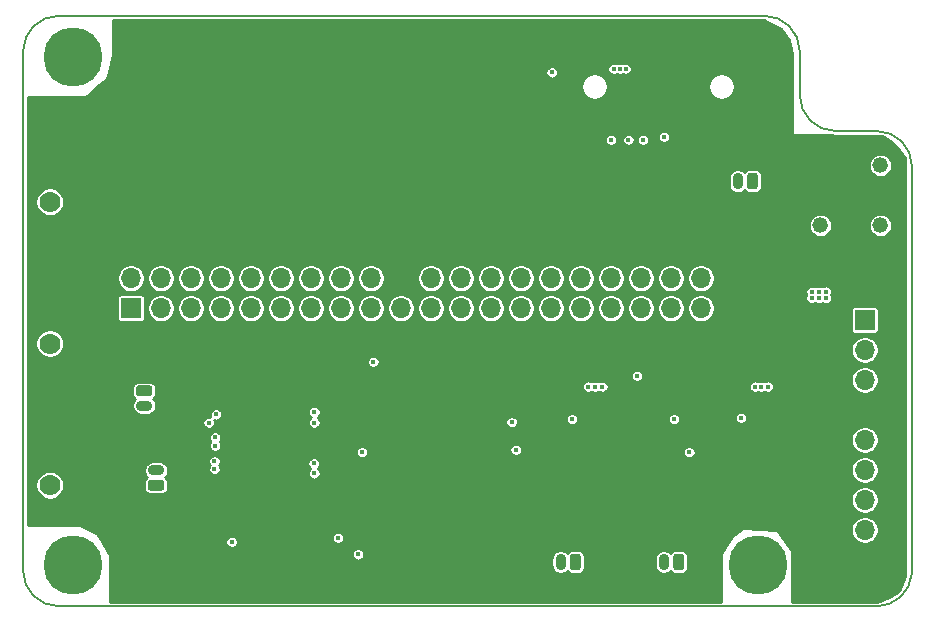
<source format=gbr>
G04 #@! TF.GenerationSoftware,KiCad,Pcbnew,(5.1.9-0-10_14)*
G04 #@! TF.CreationDate,2021-05-06T16:16:17-07:00*
G04 #@! TF.ProjectId,Luminometer_RPi,4c756d69-6e6f-46d6-9574-65725f525069,rev?*
G04 #@! TF.SameCoordinates,Original*
G04 #@! TF.FileFunction,Copper,L3,Inr*
G04 #@! TF.FilePolarity,Positive*
%FSLAX46Y46*%
G04 Gerber Fmt 4.6, Leading zero omitted, Abs format (unit mm)*
G04 Created by KiCad (PCBNEW (5.1.9-0-10_14)) date 2021-05-06 16:16:17*
%MOMM*%
%LPD*%
G01*
G04 APERTURE LIST*
G04 #@! TA.AperFunction,Profile*
%ADD10C,0.150000*%
G04 #@! TD*
G04 #@! TA.AperFunction,ComponentPad*
%ADD11C,5.000000*%
G04 #@! TD*
G04 #@! TA.AperFunction,ComponentPad*
%ADD12C,3.100000*%
G04 #@! TD*
G04 #@! TA.AperFunction,ComponentPad*
%ADD13C,0.380000*%
G04 #@! TD*
G04 #@! TA.AperFunction,ComponentPad*
%ADD14C,1.778000*%
G04 #@! TD*
G04 #@! TA.AperFunction,ComponentPad*
%ADD15C,2.540000*%
G04 #@! TD*
G04 #@! TA.AperFunction,ComponentPad*
%ADD16O,1.400000X0.900000*%
G04 #@! TD*
G04 #@! TA.AperFunction,ComponentPad*
%ADD17C,2.600000*%
G04 #@! TD*
G04 #@! TA.AperFunction,ComponentPad*
%ADD18O,0.900000X1.400000*%
G04 #@! TD*
G04 #@! TA.AperFunction,ComponentPad*
%ADD19O,1.700000X1.700000*%
G04 #@! TD*
G04 #@! TA.AperFunction,ComponentPad*
%ADD20R,1.700000X1.700000*%
G04 #@! TD*
G04 #@! TA.AperFunction,ComponentPad*
%ADD21C,1.320800*%
G04 #@! TD*
G04 #@! TA.AperFunction,ViaPad*
%ADD22C,0.400000*%
G04 #@! TD*
G04 #@! TA.AperFunction,Conductor*
%ADD23C,0.254000*%
G04 #@! TD*
G04 #@! TA.AperFunction,Conductor*
%ADD24C,0.100000*%
G04 #@! TD*
G04 APERTURE END LIST*
D10*
X178000000Y-71250000D02*
G75*
G02*
X181000000Y-74250000I0J-3000000D01*
G01*
X181000000Y-74250000D02*
X180989637Y-108750000D01*
X174500000Y-71250000D02*
X178000000Y-71250000D01*
X174500000Y-71250000D02*
G75*
G02*
X171500000Y-68250000I0J3000000D01*
G01*
X171500000Y-64500000D02*
X171500000Y-68250000D01*
X168500000Y-61500000D02*
G75*
G02*
X171500000Y-64500000I0J-3000000D01*
G01*
X108750000Y-111500000D02*
G75*
G02*
X105750000Y-108500000I0J3000000D01*
G01*
X180989637Y-108749136D02*
G75*
G02*
X178000000Y-111500000I-2989637J249136D01*
G01*
X105750000Y-64500000D02*
G75*
G02*
X108750000Y-61500000I3000000J0D01*
G01*
X105750000Y-108500000D02*
X105750000Y-64500000D01*
X178000000Y-111500000D02*
X108750000Y-111500000D01*
X108750000Y-61500000D02*
X168500000Y-61500000D01*
D11*
X168000000Y-108000000D03*
X110000000Y-108000000D03*
X110000000Y-65000000D03*
D12*
X139000000Y-96500000D03*
D13*
X125525000Y-99050000D03*
X125525000Y-97550000D03*
X125525000Y-96050000D03*
X127025000Y-99050000D03*
X127025000Y-97550000D03*
X127025000Y-96050000D03*
D14*
X108000000Y-77250000D03*
X108000000Y-72750000D03*
D15*
X110500000Y-78500000D03*
X110500000Y-71500000D03*
D14*
X108000000Y-89250000D03*
X108000000Y-84750000D03*
D15*
X110500000Y-90500000D03*
X110500000Y-83500000D03*
D14*
X108000000Y-101250000D03*
X108000000Y-96750000D03*
D15*
X110500000Y-102500000D03*
X110500000Y-95500000D03*
D16*
X116000000Y-94500000D03*
G04 #@! TA.AperFunction,ComponentPad*
G36*
G01*
X115525000Y-92800000D02*
X116475000Y-92800000D01*
G75*
G02*
X116700000Y-93025000I0J-225000D01*
G01*
X116700000Y-93475000D01*
G75*
G02*
X116475000Y-93700000I-225000J0D01*
G01*
X115525000Y-93700000D01*
G75*
G02*
X115300000Y-93475000I0J225000D01*
G01*
X115300000Y-93025000D01*
G75*
G02*
X115525000Y-92800000I225000J0D01*
G01*
G37*
G04 #@! TD.AperFunction*
X117000000Y-100000000D03*
G04 #@! TA.AperFunction,ComponentPad*
G36*
G01*
X117475000Y-101700000D02*
X116525000Y-101700000D01*
G75*
G02*
X116300000Y-101475000I0J225000D01*
G01*
X116300000Y-101025000D01*
G75*
G02*
X116525000Y-100800000I225000J0D01*
G01*
X117475000Y-100800000D01*
G75*
G02*
X117700000Y-101025000I0J-225000D01*
G01*
X117700000Y-101475000D01*
G75*
G02*
X117475000Y-101700000I-225000J0D01*
G01*
G37*
G04 #@! TD.AperFunction*
D17*
X135000000Y-69500000D03*
X143000000Y-69500000D03*
D18*
X151250000Y-107750000D03*
G04 #@! TA.AperFunction,ComponentPad*
G36*
G01*
X152950000Y-107275000D02*
X152950000Y-108225000D01*
G75*
G02*
X152725000Y-108450000I-225000J0D01*
G01*
X152275000Y-108450000D01*
G75*
G02*
X152050000Y-108225000I0J225000D01*
G01*
X152050000Y-107275000D01*
G75*
G02*
X152275000Y-107050000I225000J0D01*
G01*
X152725000Y-107050000D01*
G75*
G02*
X152950000Y-107275000I0J-225000D01*
G01*
G37*
G04 #@! TD.AperFunction*
D19*
X177000000Y-105030000D03*
X177000000Y-102490000D03*
X177000000Y-99950000D03*
X177000000Y-97410000D03*
X177000000Y-94870000D03*
X177000000Y-92330000D03*
X177000000Y-89790000D03*
D20*
X177000000Y-87250000D03*
D21*
X178330000Y-74170000D03*
X178330000Y-79250000D03*
X173250000Y-74170000D03*
X173250000Y-76710000D03*
X173250000Y-79250000D03*
D18*
X160000000Y-107750000D03*
G04 #@! TA.AperFunction,ComponentPad*
G36*
G01*
X161700000Y-107275000D02*
X161700000Y-108225000D01*
G75*
G02*
X161475000Y-108450000I-225000J0D01*
G01*
X161025000Y-108450000D01*
G75*
G02*
X160800000Y-108225000I0J225000D01*
G01*
X160800000Y-107275000D01*
G75*
G02*
X161025000Y-107050000I225000J0D01*
G01*
X161475000Y-107050000D01*
G75*
G02*
X161700000Y-107275000I0J-225000D01*
G01*
G37*
G04 #@! TD.AperFunction*
X166250000Y-75500000D03*
G04 #@! TA.AperFunction,ComponentPad*
G36*
G01*
X167950000Y-75025000D02*
X167950000Y-75975000D01*
G75*
G02*
X167725000Y-76200000I-225000J0D01*
G01*
X167275000Y-76200000D01*
G75*
G02*
X167050000Y-75975000I0J225000D01*
G01*
X167050000Y-75025000D01*
G75*
G02*
X167275000Y-74800000I225000J0D01*
G01*
X167725000Y-74800000D01*
G75*
G02*
X167950000Y-75025000I0J-225000D01*
G01*
G37*
G04 #@! TD.AperFunction*
D19*
X163133000Y-83724400D03*
X163133000Y-86264400D03*
X145353000Y-83724400D03*
X145353000Y-86264400D03*
X140273000Y-83724400D03*
X140273000Y-86264400D03*
X150433000Y-83724400D03*
X150433000Y-86264400D03*
X122493000Y-83724400D03*
X122493000Y-86264400D03*
X152973000Y-83724400D03*
X152973000Y-86264400D03*
X135193000Y-83724400D03*
X135193000Y-86264400D03*
X158053000Y-83724400D03*
X158053000Y-86264400D03*
X155513000Y-83724400D03*
X155513000Y-86264400D03*
X160593000Y-83724400D03*
X160593000Y-86264400D03*
X137733000Y-83724400D03*
X137733000Y-86264400D03*
X125033000Y-83724400D03*
X125033000Y-86264400D03*
X130113000Y-83724400D03*
X130113000Y-86264400D03*
X147893000Y-83724400D03*
X147893000Y-86264400D03*
X127573000Y-83724400D03*
X127573000Y-86264400D03*
X142813000Y-83724400D03*
X142813000Y-86264400D03*
D20*
X114873000Y-86264400D03*
D19*
X114873000Y-83724400D03*
X119953000Y-86264400D03*
X117413000Y-83724400D03*
X132653000Y-83724400D03*
X132653000Y-86264400D03*
X117413000Y-86264400D03*
X119953000Y-83724400D03*
D12*
X130000000Y-74500000D03*
X148000000Y-74500000D03*
D22*
X160000000Y-71750000D03*
X158250000Y-72000000D03*
X157000000Y-72000000D03*
X155500000Y-72000000D03*
X151450000Y-99000000D03*
X150700000Y-99000000D03*
X149950000Y-99000000D03*
X149950000Y-98250000D03*
X150700000Y-98250000D03*
X151450000Y-98250000D03*
X165850000Y-98550000D03*
X164950000Y-98550000D03*
X164150000Y-98550000D03*
X164150000Y-97850000D03*
X164950000Y-97850000D03*
X165850000Y-97850000D03*
X134900000Y-63700000D03*
X143500000Y-63700000D03*
X160500000Y-66500000D03*
X158750000Y-76000000D03*
X126900000Y-106050000D03*
X122100000Y-95250000D03*
X134100000Y-107100000D03*
X122000000Y-97200000D03*
X121450000Y-95950000D03*
X122000000Y-97900000D03*
X121950000Y-99200000D03*
X123400000Y-106050000D03*
X134450000Y-98450000D03*
X173100000Y-85400000D03*
X172500000Y-84850000D03*
X173700000Y-85400000D03*
X173700000Y-84850000D03*
X173100000Y-84850000D03*
X172500000Y-85400000D03*
X168250000Y-92900000D03*
X132400000Y-105700000D03*
X154200000Y-92900000D03*
X153600000Y-92900000D03*
X154800000Y-92900000D03*
X167700000Y-92900000D03*
X168800000Y-92900000D03*
X150500000Y-66300000D03*
X121950000Y-99900000D03*
X156750000Y-66000000D03*
X156250000Y-66000000D03*
X155750000Y-66000000D03*
X147450000Y-98250000D03*
X152200000Y-95650000D03*
X130400000Y-100250000D03*
X130400000Y-95050000D03*
X166550000Y-95550000D03*
X162150000Y-98450000D03*
X157700000Y-92000000D03*
X160850000Y-95650000D03*
X147100000Y-95900000D03*
X135400000Y-90800000D03*
X130400000Y-95950000D03*
X130350000Y-99400000D03*
D23*
X174460487Y-71650053D02*
X174480253Y-71652000D01*
X177980342Y-71652000D01*
X178504242Y-71703369D01*
X178635582Y-71743023D01*
X179169086Y-72098692D01*
X179901308Y-72830914D01*
X180373000Y-73538452D01*
X180373000Y-108975541D01*
X179896732Y-110166211D01*
X179186132Y-110639944D01*
X178312187Y-111076916D01*
X178301492Y-111079275D01*
X177988001Y-111098000D01*
X170876046Y-111098000D01*
X170837154Y-104914076D01*
X175823000Y-104914076D01*
X175823000Y-105145924D01*
X175868231Y-105373318D01*
X175956956Y-105587519D01*
X176085764Y-105780294D01*
X176249706Y-105944236D01*
X176442481Y-106073044D01*
X176656682Y-106161769D01*
X176884076Y-106207000D01*
X177115924Y-106207000D01*
X177343318Y-106161769D01*
X177557519Y-106073044D01*
X177750294Y-105944236D01*
X177914236Y-105780294D01*
X178043044Y-105587519D01*
X178131769Y-105373318D01*
X178177000Y-105145924D01*
X178177000Y-104914076D01*
X178131769Y-104686682D01*
X178043044Y-104472481D01*
X177914236Y-104279706D01*
X177750294Y-104115764D01*
X177557519Y-103986956D01*
X177343318Y-103898231D01*
X177115924Y-103853000D01*
X176884076Y-103853000D01*
X176656682Y-103898231D01*
X176442481Y-103986956D01*
X176249706Y-104115764D01*
X176085764Y-104279706D01*
X175956956Y-104472481D01*
X175868231Y-104686682D01*
X175823000Y-104914076D01*
X170837154Y-104914076D01*
X170821180Y-102374076D01*
X175823000Y-102374076D01*
X175823000Y-102605924D01*
X175868231Y-102833318D01*
X175956956Y-103047519D01*
X176085764Y-103240294D01*
X176249706Y-103404236D01*
X176442481Y-103533044D01*
X176656682Y-103621769D01*
X176884076Y-103667000D01*
X177115924Y-103667000D01*
X177343318Y-103621769D01*
X177557519Y-103533044D01*
X177750294Y-103404236D01*
X177914236Y-103240294D01*
X178043044Y-103047519D01*
X178131769Y-102833318D01*
X178177000Y-102605924D01*
X178177000Y-102374076D01*
X178131769Y-102146682D01*
X178043044Y-101932481D01*
X177914236Y-101739706D01*
X177750294Y-101575764D01*
X177557519Y-101446956D01*
X177343318Y-101358231D01*
X177115924Y-101313000D01*
X176884076Y-101313000D01*
X176656682Y-101358231D01*
X176442481Y-101446956D01*
X176249706Y-101575764D01*
X176085764Y-101739706D01*
X175956956Y-101932481D01*
X175868231Y-102146682D01*
X175823000Y-102374076D01*
X170821180Y-102374076D01*
X170805205Y-99834076D01*
X175823000Y-99834076D01*
X175823000Y-100065924D01*
X175868231Y-100293318D01*
X175956956Y-100507519D01*
X176085764Y-100700294D01*
X176249706Y-100864236D01*
X176442481Y-100993044D01*
X176656682Y-101081769D01*
X176884076Y-101127000D01*
X177115924Y-101127000D01*
X177343318Y-101081769D01*
X177557519Y-100993044D01*
X177750294Y-100864236D01*
X177914236Y-100700294D01*
X178043044Y-100507519D01*
X178131769Y-100293318D01*
X178177000Y-100065924D01*
X178177000Y-99834076D01*
X178131769Y-99606682D01*
X178043044Y-99392481D01*
X177914236Y-99199706D01*
X177750294Y-99035764D01*
X177557519Y-98906956D01*
X177343318Y-98818231D01*
X177115924Y-98773000D01*
X176884076Y-98773000D01*
X176656682Y-98818231D01*
X176442481Y-98906956D01*
X176249706Y-99035764D01*
X176085764Y-99199706D01*
X175956956Y-99392481D01*
X175868231Y-99606682D01*
X175823000Y-99834076D01*
X170805205Y-99834076D01*
X170789230Y-97294076D01*
X175823000Y-97294076D01*
X175823000Y-97525924D01*
X175868231Y-97753318D01*
X175956956Y-97967519D01*
X176085764Y-98160294D01*
X176249706Y-98324236D01*
X176442481Y-98453044D01*
X176656682Y-98541769D01*
X176884076Y-98587000D01*
X177115924Y-98587000D01*
X177343318Y-98541769D01*
X177557519Y-98453044D01*
X177750294Y-98324236D01*
X177914236Y-98160294D01*
X178043044Y-97967519D01*
X178131769Y-97753318D01*
X178177000Y-97525924D01*
X178177000Y-97294076D01*
X178131769Y-97066682D01*
X178043044Y-96852481D01*
X177914236Y-96659706D01*
X177750294Y-96495764D01*
X177557519Y-96366956D01*
X177343318Y-96278231D01*
X177115924Y-96233000D01*
X176884076Y-96233000D01*
X176656682Y-96278231D01*
X176442481Y-96366956D01*
X176249706Y-96495764D01*
X176085764Y-96659706D01*
X175956956Y-96852481D01*
X175868231Y-97066682D01*
X175823000Y-97294076D01*
X170789230Y-97294076D01*
X170757280Y-92214076D01*
X175823000Y-92214076D01*
X175823000Y-92445924D01*
X175868231Y-92673318D01*
X175956956Y-92887519D01*
X176085764Y-93080294D01*
X176249706Y-93244236D01*
X176442481Y-93373044D01*
X176656682Y-93461769D01*
X176884076Y-93507000D01*
X177115924Y-93507000D01*
X177343318Y-93461769D01*
X177557519Y-93373044D01*
X177750294Y-93244236D01*
X177914236Y-93080294D01*
X178043044Y-92887519D01*
X178131769Y-92673318D01*
X178177000Y-92445924D01*
X178177000Y-92214076D01*
X178131769Y-91986682D01*
X178043044Y-91772481D01*
X177914236Y-91579706D01*
X177750294Y-91415764D01*
X177557519Y-91286956D01*
X177343318Y-91198231D01*
X177115924Y-91153000D01*
X176884076Y-91153000D01*
X176656682Y-91198231D01*
X176442481Y-91286956D01*
X176249706Y-91415764D01*
X176085764Y-91579706D01*
X175956956Y-91772481D01*
X175868231Y-91986682D01*
X175823000Y-92214076D01*
X170757280Y-92214076D01*
X170741305Y-89674076D01*
X175823000Y-89674076D01*
X175823000Y-89905924D01*
X175868231Y-90133318D01*
X175956956Y-90347519D01*
X176085764Y-90540294D01*
X176249706Y-90704236D01*
X176442481Y-90833044D01*
X176656682Y-90921769D01*
X176884076Y-90967000D01*
X177115924Y-90967000D01*
X177343318Y-90921769D01*
X177557519Y-90833044D01*
X177750294Y-90704236D01*
X177914236Y-90540294D01*
X178043044Y-90347519D01*
X178131769Y-90133318D01*
X178177000Y-89905924D01*
X178177000Y-89674076D01*
X178131769Y-89446682D01*
X178043044Y-89232481D01*
X177914236Y-89039706D01*
X177750294Y-88875764D01*
X177557519Y-88746956D01*
X177343318Y-88658231D01*
X177115924Y-88613000D01*
X176884076Y-88613000D01*
X176656682Y-88658231D01*
X176442481Y-88746956D01*
X176249706Y-88875764D01*
X176085764Y-89039706D01*
X175956956Y-89232481D01*
X175868231Y-89446682D01*
X175823000Y-89674076D01*
X170741305Y-89674076D01*
X170720713Y-86400000D01*
X175821418Y-86400000D01*
X175821418Y-88100000D01*
X175827732Y-88164103D01*
X175846430Y-88225743D01*
X175876794Y-88282550D01*
X175917657Y-88332343D01*
X175967450Y-88373206D01*
X176024257Y-88403570D01*
X176085897Y-88422268D01*
X176150000Y-88428582D01*
X177850000Y-88428582D01*
X177914103Y-88422268D01*
X177975743Y-88403570D01*
X178032550Y-88373206D01*
X178082343Y-88332343D01*
X178123206Y-88282550D01*
X178153570Y-88225743D01*
X178172268Y-88164103D01*
X178178582Y-88100000D01*
X178178582Y-86400000D01*
X178172268Y-86335897D01*
X178153570Y-86274257D01*
X178123206Y-86217450D01*
X178082343Y-86167657D01*
X178032550Y-86126794D01*
X177975743Y-86096430D01*
X177914103Y-86077732D01*
X177850000Y-86071418D01*
X176150000Y-86071418D01*
X176085897Y-86077732D01*
X176024257Y-86096430D01*
X175967450Y-86126794D01*
X175917657Y-86167657D01*
X175876794Y-86217450D01*
X175846430Y-86274257D01*
X175827732Y-86335897D01*
X175821418Y-86400000D01*
X170720713Y-86400000D01*
X170710638Y-84798095D01*
X171973000Y-84798095D01*
X171973000Y-84901905D01*
X171993252Y-85003720D01*
X172032979Y-85099628D01*
X172049932Y-85125000D01*
X172032979Y-85150372D01*
X171993252Y-85246280D01*
X171973000Y-85348095D01*
X171973000Y-85451905D01*
X171993252Y-85553720D01*
X172032979Y-85649628D01*
X172090652Y-85735943D01*
X172164057Y-85809348D01*
X172250372Y-85867021D01*
X172346280Y-85906748D01*
X172448095Y-85927000D01*
X172551905Y-85927000D01*
X172653720Y-85906748D01*
X172749628Y-85867021D01*
X172800000Y-85833364D01*
X172850372Y-85867021D01*
X172946280Y-85906748D01*
X173048095Y-85927000D01*
X173151905Y-85927000D01*
X173253720Y-85906748D01*
X173349628Y-85867021D01*
X173400000Y-85833364D01*
X173450372Y-85867021D01*
X173546280Y-85906748D01*
X173648095Y-85927000D01*
X173751905Y-85927000D01*
X173853720Y-85906748D01*
X173949628Y-85867021D01*
X174035943Y-85809348D01*
X174109348Y-85735943D01*
X174167021Y-85649628D01*
X174206748Y-85553720D01*
X174227000Y-85451905D01*
X174227000Y-85348095D01*
X174206748Y-85246280D01*
X174167021Y-85150372D01*
X174150068Y-85125000D01*
X174167021Y-85099628D01*
X174206748Y-85003720D01*
X174227000Y-84901905D01*
X174227000Y-84798095D01*
X174206748Y-84696280D01*
X174167021Y-84600372D01*
X174109348Y-84514057D01*
X174035943Y-84440652D01*
X173949628Y-84382979D01*
X173853720Y-84343252D01*
X173751905Y-84323000D01*
X173648095Y-84323000D01*
X173546280Y-84343252D01*
X173450372Y-84382979D01*
X173400000Y-84416636D01*
X173349628Y-84382979D01*
X173253720Y-84343252D01*
X173151905Y-84323000D01*
X173048095Y-84323000D01*
X172946280Y-84343252D01*
X172850372Y-84382979D01*
X172800000Y-84416636D01*
X172749628Y-84382979D01*
X172653720Y-84343252D01*
X172551905Y-84323000D01*
X172448095Y-84323000D01*
X172346280Y-84343252D01*
X172250372Y-84382979D01*
X172164057Y-84440652D01*
X172090652Y-84514057D01*
X172032979Y-84600372D01*
X171993252Y-84696280D01*
X171973000Y-84798095D01*
X170710638Y-84798095D01*
X170675133Y-79152750D01*
X172262600Y-79152750D01*
X172262600Y-79347250D01*
X172300545Y-79538014D01*
X172374977Y-79717709D01*
X172483036Y-79879431D01*
X172620569Y-80016964D01*
X172782291Y-80125023D01*
X172961986Y-80199455D01*
X173152750Y-80237400D01*
X173347250Y-80237400D01*
X173538014Y-80199455D01*
X173717709Y-80125023D01*
X173879431Y-80016964D01*
X174016964Y-79879431D01*
X174125023Y-79717709D01*
X174199455Y-79538014D01*
X174237400Y-79347250D01*
X174237400Y-79152750D01*
X177342600Y-79152750D01*
X177342600Y-79347250D01*
X177380545Y-79538014D01*
X177454977Y-79717709D01*
X177563036Y-79879431D01*
X177700569Y-80016964D01*
X177862291Y-80125023D01*
X178041986Y-80199455D01*
X178232750Y-80237400D01*
X178427250Y-80237400D01*
X178618014Y-80199455D01*
X178797709Y-80125023D01*
X178959431Y-80016964D01*
X179096964Y-79879431D01*
X179205023Y-79717709D01*
X179279455Y-79538014D01*
X179317400Y-79347250D01*
X179317400Y-79152750D01*
X179279455Y-78961986D01*
X179205023Y-78782291D01*
X179096964Y-78620569D01*
X178959431Y-78483036D01*
X178797709Y-78374977D01*
X178618014Y-78300545D01*
X178427250Y-78262600D01*
X178232750Y-78262600D01*
X178041986Y-78300545D01*
X177862291Y-78374977D01*
X177700569Y-78483036D01*
X177563036Y-78620569D01*
X177454977Y-78782291D01*
X177380545Y-78961986D01*
X177342600Y-79152750D01*
X174237400Y-79152750D01*
X174199455Y-78961986D01*
X174125023Y-78782291D01*
X174016964Y-78620569D01*
X173879431Y-78483036D01*
X173717709Y-78374977D01*
X173538014Y-78300545D01*
X173347250Y-78262600D01*
X173152750Y-78262600D01*
X172961986Y-78300545D01*
X172782291Y-78374977D01*
X172620569Y-78483036D01*
X172483036Y-78620569D01*
X172374977Y-78782291D01*
X172300545Y-78961986D01*
X172262600Y-79152750D01*
X170675133Y-79152750D01*
X170643184Y-74072750D01*
X177342600Y-74072750D01*
X177342600Y-74267250D01*
X177380545Y-74458014D01*
X177454977Y-74637709D01*
X177563036Y-74799431D01*
X177700569Y-74936964D01*
X177862291Y-75045023D01*
X178041986Y-75119455D01*
X178232750Y-75157400D01*
X178427250Y-75157400D01*
X178618014Y-75119455D01*
X178797709Y-75045023D01*
X178959431Y-74936964D01*
X179096964Y-74799431D01*
X179205023Y-74637709D01*
X179279455Y-74458014D01*
X179317400Y-74267250D01*
X179317400Y-74072750D01*
X179279455Y-73881986D01*
X179205023Y-73702291D01*
X179096964Y-73540569D01*
X178959431Y-73403036D01*
X178797709Y-73294977D01*
X178618014Y-73220545D01*
X178427250Y-73182600D01*
X178232750Y-73182600D01*
X178041986Y-73220545D01*
X177862291Y-73294977D01*
X177700569Y-73403036D01*
X177563036Y-73540569D01*
X177454977Y-73702291D01*
X177380545Y-73881986D01*
X177342600Y-74072750D01*
X170643184Y-74072750D01*
X170627801Y-71627000D01*
X174225376Y-71627000D01*
X174460487Y-71650053D01*
G04 #@! TA.AperFunction,Conductor*
D24*
G36*
X174460487Y-71650053D02*
G01*
X174480253Y-71652000D01*
X177980342Y-71652000D01*
X178504242Y-71703369D01*
X178635582Y-71743023D01*
X179169086Y-72098692D01*
X179901308Y-72830914D01*
X180373000Y-73538452D01*
X180373000Y-108975541D01*
X179896732Y-110166211D01*
X179186132Y-110639944D01*
X178312187Y-111076916D01*
X178301492Y-111079275D01*
X177988001Y-111098000D01*
X170876046Y-111098000D01*
X170837154Y-104914076D01*
X175823000Y-104914076D01*
X175823000Y-105145924D01*
X175868231Y-105373318D01*
X175956956Y-105587519D01*
X176085764Y-105780294D01*
X176249706Y-105944236D01*
X176442481Y-106073044D01*
X176656682Y-106161769D01*
X176884076Y-106207000D01*
X177115924Y-106207000D01*
X177343318Y-106161769D01*
X177557519Y-106073044D01*
X177750294Y-105944236D01*
X177914236Y-105780294D01*
X178043044Y-105587519D01*
X178131769Y-105373318D01*
X178177000Y-105145924D01*
X178177000Y-104914076D01*
X178131769Y-104686682D01*
X178043044Y-104472481D01*
X177914236Y-104279706D01*
X177750294Y-104115764D01*
X177557519Y-103986956D01*
X177343318Y-103898231D01*
X177115924Y-103853000D01*
X176884076Y-103853000D01*
X176656682Y-103898231D01*
X176442481Y-103986956D01*
X176249706Y-104115764D01*
X176085764Y-104279706D01*
X175956956Y-104472481D01*
X175868231Y-104686682D01*
X175823000Y-104914076D01*
X170837154Y-104914076D01*
X170821180Y-102374076D01*
X175823000Y-102374076D01*
X175823000Y-102605924D01*
X175868231Y-102833318D01*
X175956956Y-103047519D01*
X176085764Y-103240294D01*
X176249706Y-103404236D01*
X176442481Y-103533044D01*
X176656682Y-103621769D01*
X176884076Y-103667000D01*
X177115924Y-103667000D01*
X177343318Y-103621769D01*
X177557519Y-103533044D01*
X177750294Y-103404236D01*
X177914236Y-103240294D01*
X178043044Y-103047519D01*
X178131769Y-102833318D01*
X178177000Y-102605924D01*
X178177000Y-102374076D01*
X178131769Y-102146682D01*
X178043044Y-101932481D01*
X177914236Y-101739706D01*
X177750294Y-101575764D01*
X177557519Y-101446956D01*
X177343318Y-101358231D01*
X177115924Y-101313000D01*
X176884076Y-101313000D01*
X176656682Y-101358231D01*
X176442481Y-101446956D01*
X176249706Y-101575764D01*
X176085764Y-101739706D01*
X175956956Y-101932481D01*
X175868231Y-102146682D01*
X175823000Y-102374076D01*
X170821180Y-102374076D01*
X170805205Y-99834076D01*
X175823000Y-99834076D01*
X175823000Y-100065924D01*
X175868231Y-100293318D01*
X175956956Y-100507519D01*
X176085764Y-100700294D01*
X176249706Y-100864236D01*
X176442481Y-100993044D01*
X176656682Y-101081769D01*
X176884076Y-101127000D01*
X177115924Y-101127000D01*
X177343318Y-101081769D01*
X177557519Y-100993044D01*
X177750294Y-100864236D01*
X177914236Y-100700294D01*
X178043044Y-100507519D01*
X178131769Y-100293318D01*
X178177000Y-100065924D01*
X178177000Y-99834076D01*
X178131769Y-99606682D01*
X178043044Y-99392481D01*
X177914236Y-99199706D01*
X177750294Y-99035764D01*
X177557519Y-98906956D01*
X177343318Y-98818231D01*
X177115924Y-98773000D01*
X176884076Y-98773000D01*
X176656682Y-98818231D01*
X176442481Y-98906956D01*
X176249706Y-99035764D01*
X176085764Y-99199706D01*
X175956956Y-99392481D01*
X175868231Y-99606682D01*
X175823000Y-99834076D01*
X170805205Y-99834076D01*
X170789230Y-97294076D01*
X175823000Y-97294076D01*
X175823000Y-97525924D01*
X175868231Y-97753318D01*
X175956956Y-97967519D01*
X176085764Y-98160294D01*
X176249706Y-98324236D01*
X176442481Y-98453044D01*
X176656682Y-98541769D01*
X176884076Y-98587000D01*
X177115924Y-98587000D01*
X177343318Y-98541769D01*
X177557519Y-98453044D01*
X177750294Y-98324236D01*
X177914236Y-98160294D01*
X178043044Y-97967519D01*
X178131769Y-97753318D01*
X178177000Y-97525924D01*
X178177000Y-97294076D01*
X178131769Y-97066682D01*
X178043044Y-96852481D01*
X177914236Y-96659706D01*
X177750294Y-96495764D01*
X177557519Y-96366956D01*
X177343318Y-96278231D01*
X177115924Y-96233000D01*
X176884076Y-96233000D01*
X176656682Y-96278231D01*
X176442481Y-96366956D01*
X176249706Y-96495764D01*
X176085764Y-96659706D01*
X175956956Y-96852481D01*
X175868231Y-97066682D01*
X175823000Y-97294076D01*
X170789230Y-97294076D01*
X170757280Y-92214076D01*
X175823000Y-92214076D01*
X175823000Y-92445924D01*
X175868231Y-92673318D01*
X175956956Y-92887519D01*
X176085764Y-93080294D01*
X176249706Y-93244236D01*
X176442481Y-93373044D01*
X176656682Y-93461769D01*
X176884076Y-93507000D01*
X177115924Y-93507000D01*
X177343318Y-93461769D01*
X177557519Y-93373044D01*
X177750294Y-93244236D01*
X177914236Y-93080294D01*
X178043044Y-92887519D01*
X178131769Y-92673318D01*
X178177000Y-92445924D01*
X178177000Y-92214076D01*
X178131769Y-91986682D01*
X178043044Y-91772481D01*
X177914236Y-91579706D01*
X177750294Y-91415764D01*
X177557519Y-91286956D01*
X177343318Y-91198231D01*
X177115924Y-91153000D01*
X176884076Y-91153000D01*
X176656682Y-91198231D01*
X176442481Y-91286956D01*
X176249706Y-91415764D01*
X176085764Y-91579706D01*
X175956956Y-91772481D01*
X175868231Y-91986682D01*
X175823000Y-92214076D01*
X170757280Y-92214076D01*
X170741305Y-89674076D01*
X175823000Y-89674076D01*
X175823000Y-89905924D01*
X175868231Y-90133318D01*
X175956956Y-90347519D01*
X176085764Y-90540294D01*
X176249706Y-90704236D01*
X176442481Y-90833044D01*
X176656682Y-90921769D01*
X176884076Y-90967000D01*
X177115924Y-90967000D01*
X177343318Y-90921769D01*
X177557519Y-90833044D01*
X177750294Y-90704236D01*
X177914236Y-90540294D01*
X178043044Y-90347519D01*
X178131769Y-90133318D01*
X178177000Y-89905924D01*
X178177000Y-89674076D01*
X178131769Y-89446682D01*
X178043044Y-89232481D01*
X177914236Y-89039706D01*
X177750294Y-88875764D01*
X177557519Y-88746956D01*
X177343318Y-88658231D01*
X177115924Y-88613000D01*
X176884076Y-88613000D01*
X176656682Y-88658231D01*
X176442481Y-88746956D01*
X176249706Y-88875764D01*
X176085764Y-89039706D01*
X175956956Y-89232481D01*
X175868231Y-89446682D01*
X175823000Y-89674076D01*
X170741305Y-89674076D01*
X170720713Y-86400000D01*
X175821418Y-86400000D01*
X175821418Y-88100000D01*
X175827732Y-88164103D01*
X175846430Y-88225743D01*
X175876794Y-88282550D01*
X175917657Y-88332343D01*
X175967450Y-88373206D01*
X176024257Y-88403570D01*
X176085897Y-88422268D01*
X176150000Y-88428582D01*
X177850000Y-88428582D01*
X177914103Y-88422268D01*
X177975743Y-88403570D01*
X178032550Y-88373206D01*
X178082343Y-88332343D01*
X178123206Y-88282550D01*
X178153570Y-88225743D01*
X178172268Y-88164103D01*
X178178582Y-88100000D01*
X178178582Y-86400000D01*
X178172268Y-86335897D01*
X178153570Y-86274257D01*
X178123206Y-86217450D01*
X178082343Y-86167657D01*
X178032550Y-86126794D01*
X177975743Y-86096430D01*
X177914103Y-86077732D01*
X177850000Y-86071418D01*
X176150000Y-86071418D01*
X176085897Y-86077732D01*
X176024257Y-86096430D01*
X175967450Y-86126794D01*
X175917657Y-86167657D01*
X175876794Y-86217450D01*
X175846430Y-86274257D01*
X175827732Y-86335897D01*
X175821418Y-86400000D01*
X170720713Y-86400000D01*
X170710638Y-84798095D01*
X171973000Y-84798095D01*
X171973000Y-84901905D01*
X171993252Y-85003720D01*
X172032979Y-85099628D01*
X172049932Y-85125000D01*
X172032979Y-85150372D01*
X171993252Y-85246280D01*
X171973000Y-85348095D01*
X171973000Y-85451905D01*
X171993252Y-85553720D01*
X172032979Y-85649628D01*
X172090652Y-85735943D01*
X172164057Y-85809348D01*
X172250372Y-85867021D01*
X172346280Y-85906748D01*
X172448095Y-85927000D01*
X172551905Y-85927000D01*
X172653720Y-85906748D01*
X172749628Y-85867021D01*
X172800000Y-85833364D01*
X172850372Y-85867021D01*
X172946280Y-85906748D01*
X173048095Y-85927000D01*
X173151905Y-85927000D01*
X173253720Y-85906748D01*
X173349628Y-85867021D01*
X173400000Y-85833364D01*
X173450372Y-85867021D01*
X173546280Y-85906748D01*
X173648095Y-85927000D01*
X173751905Y-85927000D01*
X173853720Y-85906748D01*
X173949628Y-85867021D01*
X174035943Y-85809348D01*
X174109348Y-85735943D01*
X174167021Y-85649628D01*
X174206748Y-85553720D01*
X174227000Y-85451905D01*
X174227000Y-85348095D01*
X174206748Y-85246280D01*
X174167021Y-85150372D01*
X174150068Y-85125000D01*
X174167021Y-85099628D01*
X174206748Y-85003720D01*
X174227000Y-84901905D01*
X174227000Y-84798095D01*
X174206748Y-84696280D01*
X174167021Y-84600372D01*
X174109348Y-84514057D01*
X174035943Y-84440652D01*
X173949628Y-84382979D01*
X173853720Y-84343252D01*
X173751905Y-84323000D01*
X173648095Y-84323000D01*
X173546280Y-84343252D01*
X173450372Y-84382979D01*
X173400000Y-84416636D01*
X173349628Y-84382979D01*
X173253720Y-84343252D01*
X173151905Y-84323000D01*
X173048095Y-84323000D01*
X172946280Y-84343252D01*
X172850372Y-84382979D01*
X172800000Y-84416636D01*
X172749628Y-84382979D01*
X172653720Y-84343252D01*
X172551905Y-84323000D01*
X172448095Y-84323000D01*
X172346280Y-84343252D01*
X172250372Y-84382979D01*
X172164057Y-84440652D01*
X172090652Y-84514057D01*
X172032979Y-84600372D01*
X171993252Y-84696280D01*
X171973000Y-84798095D01*
X170710638Y-84798095D01*
X170675133Y-79152750D01*
X172262600Y-79152750D01*
X172262600Y-79347250D01*
X172300545Y-79538014D01*
X172374977Y-79717709D01*
X172483036Y-79879431D01*
X172620569Y-80016964D01*
X172782291Y-80125023D01*
X172961986Y-80199455D01*
X173152750Y-80237400D01*
X173347250Y-80237400D01*
X173538014Y-80199455D01*
X173717709Y-80125023D01*
X173879431Y-80016964D01*
X174016964Y-79879431D01*
X174125023Y-79717709D01*
X174199455Y-79538014D01*
X174237400Y-79347250D01*
X174237400Y-79152750D01*
X177342600Y-79152750D01*
X177342600Y-79347250D01*
X177380545Y-79538014D01*
X177454977Y-79717709D01*
X177563036Y-79879431D01*
X177700569Y-80016964D01*
X177862291Y-80125023D01*
X178041986Y-80199455D01*
X178232750Y-80237400D01*
X178427250Y-80237400D01*
X178618014Y-80199455D01*
X178797709Y-80125023D01*
X178959431Y-80016964D01*
X179096964Y-79879431D01*
X179205023Y-79717709D01*
X179279455Y-79538014D01*
X179317400Y-79347250D01*
X179317400Y-79152750D01*
X179279455Y-78961986D01*
X179205023Y-78782291D01*
X179096964Y-78620569D01*
X178959431Y-78483036D01*
X178797709Y-78374977D01*
X178618014Y-78300545D01*
X178427250Y-78262600D01*
X178232750Y-78262600D01*
X178041986Y-78300545D01*
X177862291Y-78374977D01*
X177700569Y-78483036D01*
X177563036Y-78620569D01*
X177454977Y-78782291D01*
X177380545Y-78961986D01*
X177342600Y-79152750D01*
X174237400Y-79152750D01*
X174199455Y-78961986D01*
X174125023Y-78782291D01*
X174016964Y-78620569D01*
X173879431Y-78483036D01*
X173717709Y-78374977D01*
X173538014Y-78300545D01*
X173347250Y-78262600D01*
X173152750Y-78262600D01*
X172961986Y-78300545D01*
X172782291Y-78374977D01*
X172620569Y-78483036D01*
X172483036Y-78620569D01*
X172374977Y-78782291D01*
X172300545Y-78961986D01*
X172262600Y-79152750D01*
X170675133Y-79152750D01*
X170643184Y-74072750D01*
X177342600Y-74072750D01*
X177342600Y-74267250D01*
X177380545Y-74458014D01*
X177454977Y-74637709D01*
X177563036Y-74799431D01*
X177700569Y-74936964D01*
X177862291Y-75045023D01*
X178041986Y-75119455D01*
X178232750Y-75157400D01*
X178427250Y-75157400D01*
X178618014Y-75119455D01*
X178797709Y-75045023D01*
X178959431Y-74936964D01*
X179096964Y-74799431D01*
X179205023Y-74637709D01*
X179279455Y-74458014D01*
X179317400Y-74267250D01*
X179317400Y-74072750D01*
X179279455Y-73881986D01*
X179205023Y-73702291D01*
X179096964Y-73540569D01*
X178959431Y-73403036D01*
X178797709Y-73294977D01*
X178618014Y-73220545D01*
X178427250Y-73182600D01*
X178232750Y-73182600D01*
X178041986Y-73220545D01*
X177862291Y-73294977D01*
X177700569Y-73403036D01*
X177563036Y-73540569D01*
X177454977Y-73702291D01*
X177380545Y-73881986D01*
X177342600Y-74072750D01*
X170643184Y-74072750D01*
X170627801Y-71627000D01*
X174225376Y-71627000D01*
X174460487Y-71650053D01*
G37*
G04 #@! TD.AperFunction*
D23*
X168529699Y-61906840D02*
X169916388Y-62600184D01*
X170631115Y-63553154D01*
X170873000Y-64762577D01*
X170873000Y-106849858D01*
X169603755Y-105051761D01*
X169587473Y-105032927D01*
X169567830Y-105017631D01*
X169545580Y-105006461D01*
X169521578Y-104999847D01*
X169505767Y-104998131D01*
X166755767Y-104873131D01*
X166730905Y-104874444D01*
X166706777Y-104880581D01*
X166684310Y-104891308D01*
X166673800Y-104898400D01*
X165673800Y-105648400D01*
X165655443Y-105665218D01*
X165641098Y-105684659D01*
X164891098Y-106934659D01*
X164880444Y-106957160D01*
X164874383Y-106981308D01*
X164873000Y-107000000D01*
X164873000Y-111098000D01*
X113127000Y-111098000D01*
X113127000Y-107250000D01*
X113124560Y-107225224D01*
X113117333Y-107201399D01*
X113110267Y-107186990D01*
X113030899Y-107048095D01*
X133573000Y-107048095D01*
X133573000Y-107151905D01*
X133593252Y-107253720D01*
X133632979Y-107349628D01*
X133690652Y-107435943D01*
X133764057Y-107509348D01*
X133850372Y-107567021D01*
X133946280Y-107606748D01*
X134048095Y-107627000D01*
X134151905Y-107627000D01*
X134253720Y-107606748D01*
X134349628Y-107567021D01*
X134435943Y-107509348D01*
X134483457Y-107461834D01*
X150473000Y-107461834D01*
X150473000Y-108038165D01*
X150484243Y-108152318D01*
X150528673Y-108298783D01*
X150600823Y-108433765D01*
X150697920Y-108552080D01*
X150816234Y-108649177D01*
X150951216Y-108721327D01*
X151097681Y-108765757D01*
X151250000Y-108780759D01*
X151402318Y-108765757D01*
X151548783Y-108721327D01*
X151683765Y-108649177D01*
X151802080Y-108552080D01*
X151816409Y-108534620D01*
X151883558Y-108616442D01*
X151967446Y-108685287D01*
X152063153Y-108736443D01*
X152167002Y-108767945D01*
X152275000Y-108778582D01*
X152725000Y-108778582D01*
X152832998Y-108767945D01*
X152936847Y-108736443D01*
X153032554Y-108685287D01*
X153116442Y-108616442D01*
X153185287Y-108532554D01*
X153236443Y-108436847D01*
X153267945Y-108332998D01*
X153278582Y-108225000D01*
X153278582Y-107461834D01*
X159223000Y-107461834D01*
X159223000Y-108038165D01*
X159234243Y-108152318D01*
X159278673Y-108298783D01*
X159350823Y-108433765D01*
X159447920Y-108552080D01*
X159566234Y-108649177D01*
X159701216Y-108721327D01*
X159847681Y-108765757D01*
X160000000Y-108780759D01*
X160152318Y-108765757D01*
X160298783Y-108721327D01*
X160433765Y-108649177D01*
X160552080Y-108552080D01*
X160566409Y-108534620D01*
X160633558Y-108616442D01*
X160717446Y-108685287D01*
X160813153Y-108736443D01*
X160917002Y-108767945D01*
X161025000Y-108778582D01*
X161475000Y-108778582D01*
X161582998Y-108767945D01*
X161686847Y-108736443D01*
X161782554Y-108685287D01*
X161866442Y-108616442D01*
X161935287Y-108532554D01*
X161986443Y-108436847D01*
X162017945Y-108332998D01*
X162028582Y-108225000D01*
X162028582Y-107275000D01*
X162017945Y-107167002D01*
X161986443Y-107063153D01*
X161935287Y-106967446D01*
X161866442Y-106883558D01*
X161782554Y-106814713D01*
X161686847Y-106763557D01*
X161582998Y-106732055D01*
X161475000Y-106721418D01*
X161025000Y-106721418D01*
X160917002Y-106732055D01*
X160813153Y-106763557D01*
X160717446Y-106814713D01*
X160633558Y-106883558D01*
X160566409Y-106965380D01*
X160552080Y-106947920D01*
X160433766Y-106850823D01*
X160298784Y-106778673D01*
X160152319Y-106734243D01*
X160000000Y-106719241D01*
X159847682Y-106734243D01*
X159701217Y-106778673D01*
X159566235Y-106850823D01*
X159447921Y-106947920D01*
X159350823Y-107066234D01*
X159278673Y-107201216D01*
X159234243Y-107347681D01*
X159223000Y-107461834D01*
X153278582Y-107461834D01*
X153278582Y-107275000D01*
X153267945Y-107167002D01*
X153236443Y-107063153D01*
X153185287Y-106967446D01*
X153116442Y-106883558D01*
X153032554Y-106814713D01*
X152936847Y-106763557D01*
X152832998Y-106732055D01*
X152725000Y-106721418D01*
X152275000Y-106721418D01*
X152167002Y-106732055D01*
X152063153Y-106763557D01*
X151967446Y-106814713D01*
X151883558Y-106883558D01*
X151816409Y-106965380D01*
X151802080Y-106947920D01*
X151683766Y-106850823D01*
X151548784Y-106778673D01*
X151402319Y-106734243D01*
X151250000Y-106719241D01*
X151097682Y-106734243D01*
X150951217Y-106778673D01*
X150816235Y-106850823D01*
X150697921Y-106947920D01*
X150600823Y-107066234D01*
X150528673Y-107201216D01*
X150484243Y-107347681D01*
X150473000Y-107461834D01*
X134483457Y-107461834D01*
X134509348Y-107435943D01*
X134567021Y-107349628D01*
X134606748Y-107253720D01*
X134627000Y-107151905D01*
X134627000Y-107048095D01*
X134606748Y-106946280D01*
X134567021Y-106850372D01*
X134509348Y-106764057D01*
X134435943Y-106690652D01*
X134349628Y-106632979D01*
X134253720Y-106593252D01*
X134151905Y-106573000D01*
X134048095Y-106573000D01*
X133946280Y-106593252D01*
X133850372Y-106632979D01*
X133764057Y-106690652D01*
X133690652Y-106764057D01*
X133632979Y-106850372D01*
X133593252Y-106946280D01*
X133573000Y-107048095D01*
X113030899Y-107048095D01*
X112430899Y-105998095D01*
X122873000Y-105998095D01*
X122873000Y-106101905D01*
X122893252Y-106203720D01*
X122932979Y-106299628D01*
X122990652Y-106385943D01*
X123064057Y-106459348D01*
X123150372Y-106517021D01*
X123246280Y-106556748D01*
X123348095Y-106577000D01*
X123451905Y-106577000D01*
X123553720Y-106556748D01*
X123649628Y-106517021D01*
X123735943Y-106459348D01*
X123809348Y-106385943D01*
X123867021Y-106299628D01*
X123906748Y-106203720D01*
X123927000Y-106101905D01*
X123927000Y-105998095D01*
X123906748Y-105896280D01*
X123867021Y-105800372D01*
X123809348Y-105714057D01*
X123743386Y-105648095D01*
X131873000Y-105648095D01*
X131873000Y-105751905D01*
X131893252Y-105853720D01*
X131932979Y-105949628D01*
X131990652Y-106035943D01*
X132064057Y-106109348D01*
X132150372Y-106167021D01*
X132246280Y-106206748D01*
X132348095Y-106227000D01*
X132451905Y-106227000D01*
X132553720Y-106206748D01*
X132649628Y-106167021D01*
X132735943Y-106109348D01*
X132809348Y-106035943D01*
X132867021Y-105949628D01*
X132906748Y-105853720D01*
X132927000Y-105751905D01*
X132927000Y-105648095D01*
X132906748Y-105546280D01*
X132867021Y-105450372D01*
X132809348Y-105364057D01*
X132735943Y-105290652D01*
X132649628Y-105232979D01*
X132553720Y-105193252D01*
X132451905Y-105173000D01*
X132348095Y-105173000D01*
X132246280Y-105193252D01*
X132150372Y-105232979D01*
X132064057Y-105290652D01*
X131990652Y-105364057D01*
X131932979Y-105450372D01*
X131893252Y-105546280D01*
X131873000Y-105648095D01*
X123743386Y-105648095D01*
X123735943Y-105640652D01*
X123649628Y-105582979D01*
X123553720Y-105543252D01*
X123451905Y-105523000D01*
X123348095Y-105523000D01*
X123246280Y-105543252D01*
X123150372Y-105582979D01*
X123064057Y-105640652D01*
X122990652Y-105714057D01*
X122932979Y-105800372D01*
X122893252Y-105896280D01*
X122873000Y-105998095D01*
X112430899Y-105998095D01*
X112110267Y-105436990D01*
X112095856Y-105416689D01*
X112077761Y-105399589D01*
X112056796Y-105386408D01*
X110556796Y-104636408D01*
X110533544Y-104627510D01*
X110500000Y-104623000D01*
X106152000Y-104623000D01*
X106152000Y-101130234D01*
X106784000Y-101130234D01*
X106784000Y-101369766D01*
X106830730Y-101604694D01*
X106922395Y-101825992D01*
X107055471Y-102025155D01*
X107224845Y-102194529D01*
X107424008Y-102327605D01*
X107645306Y-102419270D01*
X107880234Y-102466000D01*
X108119766Y-102466000D01*
X108354694Y-102419270D01*
X108575992Y-102327605D01*
X108775155Y-102194529D01*
X108944529Y-102025155D01*
X109077605Y-101825992D01*
X109169270Y-101604694D01*
X109216000Y-101369766D01*
X109216000Y-101130234D01*
X109169270Y-100895306D01*
X109077605Y-100674008D01*
X108944529Y-100474845D01*
X108775155Y-100305471D01*
X108575992Y-100172395D01*
X108354694Y-100080730D01*
X108119766Y-100034000D01*
X107880234Y-100034000D01*
X107645306Y-100080730D01*
X107424008Y-100172395D01*
X107224845Y-100305471D01*
X107055471Y-100474845D01*
X106922395Y-100674008D01*
X106830730Y-100895306D01*
X106784000Y-101130234D01*
X106152000Y-101130234D01*
X106152000Y-100000000D01*
X115969241Y-100000000D01*
X115984243Y-100152319D01*
X116028673Y-100298784D01*
X116100823Y-100433766D01*
X116197920Y-100552080D01*
X116215380Y-100566409D01*
X116133558Y-100633558D01*
X116064713Y-100717446D01*
X116013557Y-100813153D01*
X115982055Y-100917002D01*
X115971418Y-101025000D01*
X115971418Y-101475000D01*
X115982055Y-101582998D01*
X116013557Y-101686847D01*
X116064713Y-101782554D01*
X116133558Y-101866442D01*
X116217446Y-101935287D01*
X116313153Y-101986443D01*
X116417002Y-102017945D01*
X116525000Y-102028582D01*
X117475000Y-102028582D01*
X117582998Y-102017945D01*
X117686847Y-101986443D01*
X117782554Y-101935287D01*
X117866442Y-101866442D01*
X117935287Y-101782554D01*
X117986443Y-101686847D01*
X118017945Y-101582998D01*
X118028582Y-101475000D01*
X118028582Y-101025000D01*
X118017945Y-100917002D01*
X117986443Y-100813153D01*
X117935287Y-100717446D01*
X117866442Y-100633558D01*
X117784620Y-100566409D01*
X117802080Y-100552080D01*
X117899177Y-100433766D01*
X117971327Y-100298784D01*
X118015757Y-100152319D01*
X118030759Y-100000000D01*
X118015757Y-99847681D01*
X117971327Y-99701216D01*
X117899177Y-99566234D01*
X117802080Y-99447920D01*
X117683766Y-99350823D01*
X117548784Y-99278673D01*
X117402319Y-99234243D01*
X117288166Y-99223000D01*
X116711834Y-99223000D01*
X116597681Y-99234243D01*
X116451216Y-99278673D01*
X116316234Y-99350823D01*
X116197920Y-99447920D01*
X116100823Y-99566234D01*
X116028673Y-99701216D01*
X115984243Y-99847681D01*
X115969241Y-100000000D01*
X106152000Y-100000000D01*
X106152000Y-99148095D01*
X121423000Y-99148095D01*
X121423000Y-99251905D01*
X121443252Y-99353720D01*
X121482979Y-99449628D01*
X121540652Y-99535943D01*
X121554709Y-99550000D01*
X121540652Y-99564057D01*
X121482979Y-99650372D01*
X121443252Y-99746280D01*
X121423000Y-99848095D01*
X121423000Y-99951905D01*
X121443252Y-100053720D01*
X121482979Y-100149628D01*
X121540652Y-100235943D01*
X121614057Y-100309348D01*
X121700372Y-100367021D01*
X121796280Y-100406748D01*
X121898095Y-100427000D01*
X122001905Y-100427000D01*
X122103720Y-100406748D01*
X122199628Y-100367021D01*
X122285943Y-100309348D01*
X122359348Y-100235943D01*
X122417021Y-100149628D01*
X122456748Y-100053720D01*
X122477000Y-99951905D01*
X122477000Y-99848095D01*
X122456748Y-99746280D01*
X122417021Y-99650372D01*
X122359348Y-99564057D01*
X122345291Y-99550000D01*
X122359348Y-99535943D01*
X122417021Y-99449628D01*
X122456748Y-99353720D01*
X122457866Y-99348095D01*
X129823000Y-99348095D01*
X129823000Y-99451905D01*
X129843252Y-99553720D01*
X129882979Y-99649628D01*
X129940652Y-99735943D01*
X130014057Y-99809348D01*
X130062795Y-99841914D01*
X129990652Y-99914057D01*
X129932979Y-100000372D01*
X129893252Y-100096280D01*
X129873000Y-100198095D01*
X129873000Y-100301905D01*
X129893252Y-100403720D01*
X129932979Y-100499628D01*
X129990652Y-100585943D01*
X130064057Y-100659348D01*
X130150372Y-100717021D01*
X130246280Y-100756748D01*
X130348095Y-100777000D01*
X130451905Y-100777000D01*
X130553720Y-100756748D01*
X130649628Y-100717021D01*
X130735943Y-100659348D01*
X130809348Y-100585943D01*
X130867021Y-100499628D01*
X130906748Y-100403720D01*
X130927000Y-100301905D01*
X130927000Y-100198095D01*
X130906748Y-100096280D01*
X130867021Y-100000372D01*
X130809348Y-99914057D01*
X130735943Y-99840652D01*
X130687205Y-99808086D01*
X130759348Y-99735943D01*
X130817021Y-99649628D01*
X130856748Y-99553720D01*
X130877000Y-99451905D01*
X130877000Y-99348095D01*
X130856748Y-99246280D01*
X130817021Y-99150372D01*
X130759348Y-99064057D01*
X130685943Y-98990652D01*
X130599628Y-98932979D01*
X130503720Y-98893252D01*
X130401905Y-98873000D01*
X130298095Y-98873000D01*
X130196280Y-98893252D01*
X130100372Y-98932979D01*
X130014057Y-98990652D01*
X129940652Y-99064057D01*
X129882979Y-99150372D01*
X129843252Y-99246280D01*
X129823000Y-99348095D01*
X122457866Y-99348095D01*
X122477000Y-99251905D01*
X122477000Y-99148095D01*
X122456748Y-99046280D01*
X122417021Y-98950372D01*
X122359348Y-98864057D01*
X122285943Y-98790652D01*
X122199628Y-98732979D01*
X122103720Y-98693252D01*
X122001905Y-98673000D01*
X121898095Y-98673000D01*
X121796280Y-98693252D01*
X121700372Y-98732979D01*
X121614057Y-98790652D01*
X121540652Y-98864057D01*
X121482979Y-98950372D01*
X121443252Y-99046280D01*
X121423000Y-99148095D01*
X106152000Y-99148095D01*
X106152000Y-97148095D01*
X121473000Y-97148095D01*
X121473000Y-97251905D01*
X121493252Y-97353720D01*
X121532979Y-97449628D01*
X121590652Y-97535943D01*
X121604709Y-97550000D01*
X121590652Y-97564057D01*
X121532979Y-97650372D01*
X121493252Y-97746280D01*
X121473000Y-97848095D01*
X121473000Y-97951905D01*
X121493252Y-98053720D01*
X121532979Y-98149628D01*
X121590652Y-98235943D01*
X121664057Y-98309348D01*
X121750372Y-98367021D01*
X121846280Y-98406748D01*
X121948095Y-98427000D01*
X122051905Y-98427000D01*
X122153720Y-98406748D01*
X122174609Y-98398095D01*
X133923000Y-98398095D01*
X133923000Y-98501905D01*
X133943252Y-98603720D01*
X133982979Y-98699628D01*
X134040652Y-98785943D01*
X134114057Y-98859348D01*
X134200372Y-98917021D01*
X134296280Y-98956748D01*
X134398095Y-98977000D01*
X134501905Y-98977000D01*
X134603720Y-98956748D01*
X134699628Y-98917021D01*
X134785943Y-98859348D01*
X134859348Y-98785943D01*
X134917021Y-98699628D01*
X134956748Y-98603720D01*
X134977000Y-98501905D01*
X134977000Y-98398095D01*
X134956748Y-98296280D01*
X134917021Y-98200372D01*
X134915500Y-98198095D01*
X146923000Y-98198095D01*
X146923000Y-98301905D01*
X146943252Y-98403720D01*
X146982979Y-98499628D01*
X147040652Y-98585943D01*
X147114057Y-98659348D01*
X147200372Y-98717021D01*
X147296280Y-98756748D01*
X147398095Y-98777000D01*
X147501905Y-98777000D01*
X147603720Y-98756748D01*
X147699628Y-98717021D01*
X147785943Y-98659348D01*
X147859348Y-98585943D01*
X147917021Y-98499628D01*
X147956748Y-98403720D01*
X147957866Y-98398095D01*
X161623000Y-98398095D01*
X161623000Y-98501905D01*
X161643252Y-98603720D01*
X161682979Y-98699628D01*
X161740652Y-98785943D01*
X161814057Y-98859348D01*
X161900372Y-98917021D01*
X161996280Y-98956748D01*
X162098095Y-98977000D01*
X162201905Y-98977000D01*
X162303720Y-98956748D01*
X162399628Y-98917021D01*
X162485943Y-98859348D01*
X162559348Y-98785943D01*
X162617021Y-98699628D01*
X162656748Y-98603720D01*
X162677000Y-98501905D01*
X162677000Y-98398095D01*
X162656748Y-98296280D01*
X162617021Y-98200372D01*
X162559348Y-98114057D01*
X162485943Y-98040652D01*
X162399628Y-97982979D01*
X162303720Y-97943252D01*
X162201905Y-97923000D01*
X162098095Y-97923000D01*
X161996280Y-97943252D01*
X161900372Y-97982979D01*
X161814057Y-98040652D01*
X161740652Y-98114057D01*
X161682979Y-98200372D01*
X161643252Y-98296280D01*
X161623000Y-98398095D01*
X147957866Y-98398095D01*
X147977000Y-98301905D01*
X147977000Y-98198095D01*
X147956748Y-98096280D01*
X147917021Y-98000372D01*
X147859348Y-97914057D01*
X147785943Y-97840652D01*
X147699628Y-97782979D01*
X147603720Y-97743252D01*
X147501905Y-97723000D01*
X147398095Y-97723000D01*
X147296280Y-97743252D01*
X147200372Y-97782979D01*
X147114057Y-97840652D01*
X147040652Y-97914057D01*
X146982979Y-98000372D01*
X146943252Y-98096280D01*
X146923000Y-98198095D01*
X134915500Y-98198095D01*
X134859348Y-98114057D01*
X134785943Y-98040652D01*
X134699628Y-97982979D01*
X134603720Y-97943252D01*
X134501905Y-97923000D01*
X134398095Y-97923000D01*
X134296280Y-97943252D01*
X134200372Y-97982979D01*
X134114057Y-98040652D01*
X134040652Y-98114057D01*
X133982979Y-98200372D01*
X133943252Y-98296280D01*
X133923000Y-98398095D01*
X122174609Y-98398095D01*
X122249628Y-98367021D01*
X122335943Y-98309348D01*
X122409348Y-98235943D01*
X122467021Y-98149628D01*
X122506748Y-98053720D01*
X122527000Y-97951905D01*
X122527000Y-97848095D01*
X122506748Y-97746280D01*
X122467021Y-97650372D01*
X122409348Y-97564057D01*
X122395291Y-97550000D01*
X122409348Y-97535943D01*
X122467021Y-97449628D01*
X122506748Y-97353720D01*
X122527000Y-97251905D01*
X122527000Y-97148095D01*
X122506748Y-97046280D01*
X122467021Y-96950372D01*
X122409348Y-96864057D01*
X122335943Y-96790652D01*
X122249628Y-96732979D01*
X122153720Y-96693252D01*
X122051905Y-96673000D01*
X121948095Y-96673000D01*
X121846280Y-96693252D01*
X121750372Y-96732979D01*
X121664057Y-96790652D01*
X121590652Y-96864057D01*
X121532979Y-96950372D01*
X121493252Y-97046280D01*
X121473000Y-97148095D01*
X106152000Y-97148095D01*
X106152000Y-95898095D01*
X120923000Y-95898095D01*
X120923000Y-96001905D01*
X120943252Y-96103720D01*
X120982979Y-96199628D01*
X121040652Y-96285943D01*
X121114057Y-96359348D01*
X121200372Y-96417021D01*
X121296280Y-96456748D01*
X121398095Y-96477000D01*
X121501905Y-96477000D01*
X121603720Y-96456748D01*
X121699628Y-96417021D01*
X121785943Y-96359348D01*
X121859348Y-96285943D01*
X121917021Y-96199628D01*
X121956748Y-96103720D01*
X121977000Y-96001905D01*
X121977000Y-95898095D01*
X121956748Y-95796280D01*
X121939150Y-95753794D01*
X121946280Y-95756748D01*
X122048095Y-95777000D01*
X122151905Y-95777000D01*
X122253720Y-95756748D01*
X122349628Y-95717021D01*
X122435943Y-95659348D01*
X122509348Y-95585943D01*
X122567021Y-95499628D01*
X122606748Y-95403720D01*
X122627000Y-95301905D01*
X122627000Y-95198095D01*
X122606748Y-95096280D01*
X122567021Y-95000372D01*
X122565500Y-94998095D01*
X129873000Y-94998095D01*
X129873000Y-95101905D01*
X129893252Y-95203720D01*
X129932979Y-95299628D01*
X129990652Y-95385943D01*
X130064057Y-95459348D01*
X130124898Y-95500000D01*
X130064057Y-95540652D01*
X129990652Y-95614057D01*
X129932979Y-95700372D01*
X129893252Y-95796280D01*
X129873000Y-95898095D01*
X129873000Y-96001905D01*
X129893252Y-96103720D01*
X129932979Y-96199628D01*
X129990652Y-96285943D01*
X130064057Y-96359348D01*
X130150372Y-96417021D01*
X130246280Y-96456748D01*
X130348095Y-96477000D01*
X130451905Y-96477000D01*
X130553720Y-96456748D01*
X130649628Y-96417021D01*
X130735943Y-96359348D01*
X130809348Y-96285943D01*
X130867021Y-96199628D01*
X130906748Y-96103720D01*
X130927000Y-96001905D01*
X130927000Y-95898095D01*
X130917055Y-95848095D01*
X146573000Y-95848095D01*
X146573000Y-95951905D01*
X146593252Y-96053720D01*
X146632979Y-96149628D01*
X146690652Y-96235943D01*
X146764057Y-96309348D01*
X146850372Y-96367021D01*
X146946280Y-96406748D01*
X147048095Y-96427000D01*
X147151905Y-96427000D01*
X147253720Y-96406748D01*
X147349628Y-96367021D01*
X147435943Y-96309348D01*
X147509348Y-96235943D01*
X147567021Y-96149628D01*
X147606748Y-96053720D01*
X147627000Y-95951905D01*
X147627000Y-95848095D01*
X147606748Y-95746280D01*
X147567021Y-95650372D01*
X147532092Y-95598095D01*
X151673000Y-95598095D01*
X151673000Y-95701905D01*
X151693252Y-95803720D01*
X151732979Y-95899628D01*
X151790652Y-95985943D01*
X151864057Y-96059348D01*
X151950372Y-96117021D01*
X152046280Y-96156748D01*
X152148095Y-96177000D01*
X152251905Y-96177000D01*
X152353720Y-96156748D01*
X152449628Y-96117021D01*
X152535943Y-96059348D01*
X152609348Y-95985943D01*
X152667021Y-95899628D01*
X152706748Y-95803720D01*
X152727000Y-95701905D01*
X152727000Y-95598095D01*
X160323000Y-95598095D01*
X160323000Y-95701905D01*
X160343252Y-95803720D01*
X160382979Y-95899628D01*
X160440652Y-95985943D01*
X160514057Y-96059348D01*
X160600372Y-96117021D01*
X160696280Y-96156748D01*
X160798095Y-96177000D01*
X160901905Y-96177000D01*
X161003720Y-96156748D01*
X161099628Y-96117021D01*
X161185943Y-96059348D01*
X161259348Y-95985943D01*
X161317021Y-95899628D01*
X161356748Y-95803720D01*
X161377000Y-95701905D01*
X161377000Y-95598095D01*
X161357110Y-95498095D01*
X166023000Y-95498095D01*
X166023000Y-95601905D01*
X166043252Y-95703720D01*
X166082979Y-95799628D01*
X166140652Y-95885943D01*
X166214057Y-95959348D01*
X166300372Y-96017021D01*
X166396280Y-96056748D01*
X166498095Y-96077000D01*
X166601905Y-96077000D01*
X166703720Y-96056748D01*
X166799628Y-96017021D01*
X166885943Y-95959348D01*
X166959348Y-95885943D01*
X167017021Y-95799628D01*
X167056748Y-95703720D01*
X167077000Y-95601905D01*
X167077000Y-95498095D01*
X167056748Y-95396280D01*
X167017021Y-95300372D01*
X166959348Y-95214057D01*
X166885943Y-95140652D01*
X166799628Y-95082979D01*
X166703720Y-95043252D01*
X166601905Y-95023000D01*
X166498095Y-95023000D01*
X166396280Y-95043252D01*
X166300372Y-95082979D01*
X166214057Y-95140652D01*
X166140652Y-95214057D01*
X166082979Y-95300372D01*
X166043252Y-95396280D01*
X166023000Y-95498095D01*
X161357110Y-95498095D01*
X161356748Y-95496280D01*
X161317021Y-95400372D01*
X161259348Y-95314057D01*
X161185943Y-95240652D01*
X161099628Y-95182979D01*
X161003720Y-95143252D01*
X160901905Y-95123000D01*
X160798095Y-95123000D01*
X160696280Y-95143252D01*
X160600372Y-95182979D01*
X160514057Y-95240652D01*
X160440652Y-95314057D01*
X160382979Y-95400372D01*
X160343252Y-95496280D01*
X160323000Y-95598095D01*
X152727000Y-95598095D01*
X152706748Y-95496280D01*
X152667021Y-95400372D01*
X152609348Y-95314057D01*
X152535943Y-95240652D01*
X152449628Y-95182979D01*
X152353720Y-95143252D01*
X152251905Y-95123000D01*
X152148095Y-95123000D01*
X152046280Y-95143252D01*
X151950372Y-95182979D01*
X151864057Y-95240652D01*
X151790652Y-95314057D01*
X151732979Y-95400372D01*
X151693252Y-95496280D01*
X151673000Y-95598095D01*
X147532092Y-95598095D01*
X147509348Y-95564057D01*
X147435943Y-95490652D01*
X147349628Y-95432979D01*
X147253720Y-95393252D01*
X147151905Y-95373000D01*
X147048095Y-95373000D01*
X146946280Y-95393252D01*
X146850372Y-95432979D01*
X146764057Y-95490652D01*
X146690652Y-95564057D01*
X146632979Y-95650372D01*
X146593252Y-95746280D01*
X146573000Y-95848095D01*
X130917055Y-95848095D01*
X130906748Y-95796280D01*
X130867021Y-95700372D01*
X130809348Y-95614057D01*
X130735943Y-95540652D01*
X130675102Y-95500000D01*
X130735943Y-95459348D01*
X130809348Y-95385943D01*
X130867021Y-95299628D01*
X130906748Y-95203720D01*
X130927000Y-95101905D01*
X130927000Y-94998095D01*
X130906748Y-94896280D01*
X130867021Y-94800372D01*
X130809348Y-94714057D01*
X130735943Y-94640652D01*
X130649628Y-94582979D01*
X130553720Y-94543252D01*
X130451905Y-94523000D01*
X130348095Y-94523000D01*
X130246280Y-94543252D01*
X130150372Y-94582979D01*
X130064057Y-94640652D01*
X129990652Y-94714057D01*
X129932979Y-94800372D01*
X129893252Y-94896280D01*
X129873000Y-94998095D01*
X122565500Y-94998095D01*
X122509348Y-94914057D01*
X122435943Y-94840652D01*
X122349628Y-94782979D01*
X122253720Y-94743252D01*
X122151905Y-94723000D01*
X122048095Y-94723000D01*
X121946280Y-94743252D01*
X121850372Y-94782979D01*
X121764057Y-94840652D01*
X121690652Y-94914057D01*
X121632979Y-95000372D01*
X121593252Y-95096280D01*
X121573000Y-95198095D01*
X121573000Y-95301905D01*
X121593252Y-95403720D01*
X121610850Y-95446206D01*
X121603720Y-95443252D01*
X121501905Y-95423000D01*
X121398095Y-95423000D01*
X121296280Y-95443252D01*
X121200372Y-95482979D01*
X121114057Y-95540652D01*
X121040652Y-95614057D01*
X120982979Y-95700372D01*
X120943252Y-95796280D01*
X120923000Y-95898095D01*
X106152000Y-95898095D01*
X106152000Y-94500000D01*
X114969241Y-94500000D01*
X114984243Y-94652319D01*
X115028673Y-94798784D01*
X115100823Y-94933766D01*
X115197920Y-95052080D01*
X115316234Y-95149177D01*
X115451216Y-95221327D01*
X115597681Y-95265757D01*
X115711834Y-95277000D01*
X116288166Y-95277000D01*
X116402319Y-95265757D01*
X116548784Y-95221327D01*
X116683766Y-95149177D01*
X116802080Y-95052080D01*
X116899177Y-94933766D01*
X116971327Y-94798784D01*
X117015757Y-94652319D01*
X117030759Y-94500000D01*
X117015757Y-94347681D01*
X116971327Y-94201216D01*
X116899177Y-94066234D01*
X116802080Y-93947920D01*
X116784620Y-93933591D01*
X116866442Y-93866442D01*
X116935287Y-93782554D01*
X116986443Y-93686847D01*
X117017945Y-93582998D01*
X117028582Y-93475000D01*
X117028582Y-93025000D01*
X117017945Y-92917002D01*
X116997043Y-92848095D01*
X153073000Y-92848095D01*
X153073000Y-92951905D01*
X153093252Y-93053720D01*
X153132979Y-93149628D01*
X153190652Y-93235943D01*
X153264057Y-93309348D01*
X153350372Y-93367021D01*
X153446280Y-93406748D01*
X153548095Y-93427000D01*
X153651905Y-93427000D01*
X153753720Y-93406748D01*
X153849628Y-93367021D01*
X153900000Y-93333364D01*
X153950372Y-93367021D01*
X154046280Y-93406748D01*
X154148095Y-93427000D01*
X154251905Y-93427000D01*
X154353720Y-93406748D01*
X154449628Y-93367021D01*
X154500000Y-93333364D01*
X154550372Y-93367021D01*
X154646280Y-93406748D01*
X154748095Y-93427000D01*
X154851905Y-93427000D01*
X154953720Y-93406748D01*
X155049628Y-93367021D01*
X155135943Y-93309348D01*
X155209348Y-93235943D01*
X155267021Y-93149628D01*
X155306748Y-93053720D01*
X155327000Y-92951905D01*
X155327000Y-92848095D01*
X167173000Y-92848095D01*
X167173000Y-92951905D01*
X167193252Y-93053720D01*
X167232979Y-93149628D01*
X167290652Y-93235943D01*
X167364057Y-93309348D01*
X167450372Y-93367021D01*
X167546280Y-93406748D01*
X167648095Y-93427000D01*
X167751905Y-93427000D01*
X167853720Y-93406748D01*
X167949628Y-93367021D01*
X167975000Y-93350068D01*
X168000372Y-93367021D01*
X168096280Y-93406748D01*
X168198095Y-93427000D01*
X168301905Y-93427000D01*
X168403720Y-93406748D01*
X168499628Y-93367021D01*
X168525000Y-93350068D01*
X168550372Y-93367021D01*
X168646280Y-93406748D01*
X168748095Y-93427000D01*
X168851905Y-93427000D01*
X168953720Y-93406748D01*
X169049628Y-93367021D01*
X169135943Y-93309348D01*
X169209348Y-93235943D01*
X169267021Y-93149628D01*
X169306748Y-93053720D01*
X169327000Y-92951905D01*
X169327000Y-92848095D01*
X169306748Y-92746280D01*
X169267021Y-92650372D01*
X169209348Y-92564057D01*
X169135943Y-92490652D01*
X169049628Y-92432979D01*
X168953720Y-92393252D01*
X168851905Y-92373000D01*
X168748095Y-92373000D01*
X168646280Y-92393252D01*
X168550372Y-92432979D01*
X168525000Y-92449932D01*
X168499628Y-92432979D01*
X168403720Y-92393252D01*
X168301905Y-92373000D01*
X168198095Y-92373000D01*
X168096280Y-92393252D01*
X168000372Y-92432979D01*
X167975000Y-92449932D01*
X167949628Y-92432979D01*
X167853720Y-92393252D01*
X167751905Y-92373000D01*
X167648095Y-92373000D01*
X167546280Y-92393252D01*
X167450372Y-92432979D01*
X167364057Y-92490652D01*
X167290652Y-92564057D01*
X167232979Y-92650372D01*
X167193252Y-92746280D01*
X167173000Y-92848095D01*
X155327000Y-92848095D01*
X155306748Y-92746280D01*
X155267021Y-92650372D01*
X155209348Y-92564057D01*
X155135943Y-92490652D01*
X155049628Y-92432979D01*
X154953720Y-92393252D01*
X154851905Y-92373000D01*
X154748095Y-92373000D01*
X154646280Y-92393252D01*
X154550372Y-92432979D01*
X154500000Y-92466636D01*
X154449628Y-92432979D01*
X154353720Y-92393252D01*
X154251905Y-92373000D01*
X154148095Y-92373000D01*
X154046280Y-92393252D01*
X153950372Y-92432979D01*
X153900000Y-92466636D01*
X153849628Y-92432979D01*
X153753720Y-92393252D01*
X153651905Y-92373000D01*
X153548095Y-92373000D01*
X153446280Y-92393252D01*
X153350372Y-92432979D01*
X153264057Y-92490652D01*
X153190652Y-92564057D01*
X153132979Y-92650372D01*
X153093252Y-92746280D01*
X153073000Y-92848095D01*
X116997043Y-92848095D01*
X116986443Y-92813153D01*
X116935287Y-92717446D01*
X116866442Y-92633558D01*
X116782554Y-92564713D01*
X116686847Y-92513557D01*
X116582998Y-92482055D01*
X116475000Y-92471418D01*
X115525000Y-92471418D01*
X115417002Y-92482055D01*
X115313153Y-92513557D01*
X115217446Y-92564713D01*
X115133558Y-92633558D01*
X115064713Y-92717446D01*
X115013557Y-92813153D01*
X114982055Y-92917002D01*
X114971418Y-93025000D01*
X114971418Y-93475000D01*
X114982055Y-93582998D01*
X115013557Y-93686847D01*
X115064713Y-93782554D01*
X115133558Y-93866442D01*
X115215380Y-93933591D01*
X115197920Y-93947920D01*
X115100823Y-94066234D01*
X115028673Y-94201216D01*
X114984243Y-94347681D01*
X114969241Y-94500000D01*
X106152000Y-94500000D01*
X106152000Y-91948095D01*
X157173000Y-91948095D01*
X157173000Y-92051905D01*
X157193252Y-92153720D01*
X157232979Y-92249628D01*
X157290652Y-92335943D01*
X157364057Y-92409348D01*
X157450372Y-92467021D01*
X157546280Y-92506748D01*
X157648095Y-92527000D01*
X157751905Y-92527000D01*
X157853720Y-92506748D01*
X157949628Y-92467021D01*
X158035943Y-92409348D01*
X158109348Y-92335943D01*
X158167021Y-92249628D01*
X158206748Y-92153720D01*
X158227000Y-92051905D01*
X158227000Y-91948095D01*
X158206748Y-91846280D01*
X158167021Y-91750372D01*
X158109348Y-91664057D01*
X158035943Y-91590652D01*
X157949628Y-91532979D01*
X157853720Y-91493252D01*
X157751905Y-91473000D01*
X157648095Y-91473000D01*
X157546280Y-91493252D01*
X157450372Y-91532979D01*
X157364057Y-91590652D01*
X157290652Y-91664057D01*
X157232979Y-91750372D01*
X157193252Y-91846280D01*
X157173000Y-91948095D01*
X106152000Y-91948095D01*
X106152000Y-90748095D01*
X134873000Y-90748095D01*
X134873000Y-90851905D01*
X134893252Y-90953720D01*
X134932979Y-91049628D01*
X134990652Y-91135943D01*
X135064057Y-91209348D01*
X135150372Y-91267021D01*
X135246280Y-91306748D01*
X135348095Y-91327000D01*
X135451905Y-91327000D01*
X135553720Y-91306748D01*
X135649628Y-91267021D01*
X135735943Y-91209348D01*
X135809348Y-91135943D01*
X135867021Y-91049628D01*
X135906748Y-90953720D01*
X135927000Y-90851905D01*
X135927000Y-90748095D01*
X135906748Y-90646280D01*
X135867021Y-90550372D01*
X135809348Y-90464057D01*
X135735943Y-90390652D01*
X135649628Y-90332979D01*
X135553720Y-90293252D01*
X135451905Y-90273000D01*
X135348095Y-90273000D01*
X135246280Y-90293252D01*
X135150372Y-90332979D01*
X135064057Y-90390652D01*
X134990652Y-90464057D01*
X134932979Y-90550372D01*
X134893252Y-90646280D01*
X134873000Y-90748095D01*
X106152000Y-90748095D01*
X106152000Y-89130234D01*
X106784000Y-89130234D01*
X106784000Y-89369766D01*
X106830730Y-89604694D01*
X106922395Y-89825992D01*
X107055471Y-90025155D01*
X107224845Y-90194529D01*
X107424008Y-90327605D01*
X107645306Y-90419270D01*
X107880234Y-90466000D01*
X108119766Y-90466000D01*
X108354694Y-90419270D01*
X108575992Y-90327605D01*
X108775155Y-90194529D01*
X108944529Y-90025155D01*
X109077605Y-89825992D01*
X109169270Y-89604694D01*
X109216000Y-89369766D01*
X109216000Y-89130234D01*
X109169270Y-88895306D01*
X109077605Y-88674008D01*
X108944529Y-88474845D01*
X108775155Y-88305471D01*
X108575992Y-88172395D01*
X108354694Y-88080730D01*
X108119766Y-88034000D01*
X107880234Y-88034000D01*
X107645306Y-88080730D01*
X107424008Y-88172395D01*
X107224845Y-88305471D01*
X107055471Y-88474845D01*
X106922395Y-88674008D01*
X106830730Y-88895306D01*
X106784000Y-89130234D01*
X106152000Y-89130234D01*
X106152000Y-85414400D01*
X113694418Y-85414400D01*
X113694418Y-87114400D01*
X113700732Y-87178503D01*
X113719430Y-87240143D01*
X113749794Y-87296950D01*
X113790657Y-87346743D01*
X113840450Y-87387606D01*
X113897257Y-87417970D01*
X113958897Y-87436668D01*
X114023000Y-87442982D01*
X115723000Y-87442982D01*
X115787103Y-87436668D01*
X115848743Y-87417970D01*
X115905550Y-87387606D01*
X115955343Y-87346743D01*
X115996206Y-87296950D01*
X116026570Y-87240143D01*
X116045268Y-87178503D01*
X116051582Y-87114400D01*
X116051582Y-86148476D01*
X116236000Y-86148476D01*
X116236000Y-86380324D01*
X116281231Y-86607718D01*
X116369956Y-86821919D01*
X116498764Y-87014694D01*
X116662706Y-87178636D01*
X116855481Y-87307444D01*
X117069682Y-87396169D01*
X117297076Y-87441400D01*
X117528924Y-87441400D01*
X117756318Y-87396169D01*
X117970519Y-87307444D01*
X118163294Y-87178636D01*
X118327236Y-87014694D01*
X118456044Y-86821919D01*
X118544769Y-86607718D01*
X118590000Y-86380324D01*
X118590000Y-86148476D01*
X118776000Y-86148476D01*
X118776000Y-86380324D01*
X118821231Y-86607718D01*
X118909956Y-86821919D01*
X119038764Y-87014694D01*
X119202706Y-87178636D01*
X119395481Y-87307444D01*
X119609682Y-87396169D01*
X119837076Y-87441400D01*
X120068924Y-87441400D01*
X120296318Y-87396169D01*
X120510519Y-87307444D01*
X120703294Y-87178636D01*
X120867236Y-87014694D01*
X120996044Y-86821919D01*
X121084769Y-86607718D01*
X121130000Y-86380324D01*
X121130000Y-86148476D01*
X121316000Y-86148476D01*
X121316000Y-86380324D01*
X121361231Y-86607718D01*
X121449956Y-86821919D01*
X121578764Y-87014694D01*
X121742706Y-87178636D01*
X121935481Y-87307444D01*
X122149682Y-87396169D01*
X122377076Y-87441400D01*
X122608924Y-87441400D01*
X122836318Y-87396169D01*
X123050519Y-87307444D01*
X123243294Y-87178636D01*
X123407236Y-87014694D01*
X123536044Y-86821919D01*
X123624769Y-86607718D01*
X123670000Y-86380324D01*
X123670000Y-86148476D01*
X123856000Y-86148476D01*
X123856000Y-86380324D01*
X123901231Y-86607718D01*
X123989956Y-86821919D01*
X124118764Y-87014694D01*
X124282706Y-87178636D01*
X124475481Y-87307444D01*
X124689682Y-87396169D01*
X124917076Y-87441400D01*
X125148924Y-87441400D01*
X125376318Y-87396169D01*
X125590519Y-87307444D01*
X125783294Y-87178636D01*
X125947236Y-87014694D01*
X126076044Y-86821919D01*
X126164769Y-86607718D01*
X126210000Y-86380324D01*
X126210000Y-86148476D01*
X126396000Y-86148476D01*
X126396000Y-86380324D01*
X126441231Y-86607718D01*
X126529956Y-86821919D01*
X126658764Y-87014694D01*
X126822706Y-87178636D01*
X127015481Y-87307444D01*
X127229682Y-87396169D01*
X127457076Y-87441400D01*
X127688924Y-87441400D01*
X127916318Y-87396169D01*
X128130519Y-87307444D01*
X128323294Y-87178636D01*
X128487236Y-87014694D01*
X128616044Y-86821919D01*
X128704769Y-86607718D01*
X128750000Y-86380324D01*
X128750000Y-86148476D01*
X128936000Y-86148476D01*
X128936000Y-86380324D01*
X128981231Y-86607718D01*
X129069956Y-86821919D01*
X129198764Y-87014694D01*
X129362706Y-87178636D01*
X129555481Y-87307444D01*
X129769682Y-87396169D01*
X129997076Y-87441400D01*
X130228924Y-87441400D01*
X130456318Y-87396169D01*
X130670519Y-87307444D01*
X130863294Y-87178636D01*
X131027236Y-87014694D01*
X131156044Y-86821919D01*
X131244769Y-86607718D01*
X131290000Y-86380324D01*
X131290000Y-86148476D01*
X131476000Y-86148476D01*
X131476000Y-86380324D01*
X131521231Y-86607718D01*
X131609956Y-86821919D01*
X131738764Y-87014694D01*
X131902706Y-87178636D01*
X132095481Y-87307444D01*
X132309682Y-87396169D01*
X132537076Y-87441400D01*
X132768924Y-87441400D01*
X132996318Y-87396169D01*
X133210519Y-87307444D01*
X133403294Y-87178636D01*
X133567236Y-87014694D01*
X133696044Y-86821919D01*
X133784769Y-86607718D01*
X133830000Y-86380324D01*
X133830000Y-86148476D01*
X134016000Y-86148476D01*
X134016000Y-86380324D01*
X134061231Y-86607718D01*
X134149956Y-86821919D01*
X134278764Y-87014694D01*
X134442706Y-87178636D01*
X134635481Y-87307444D01*
X134849682Y-87396169D01*
X135077076Y-87441400D01*
X135308924Y-87441400D01*
X135536318Y-87396169D01*
X135750519Y-87307444D01*
X135943294Y-87178636D01*
X136107236Y-87014694D01*
X136236044Y-86821919D01*
X136324769Y-86607718D01*
X136370000Y-86380324D01*
X136370000Y-86148476D01*
X136556000Y-86148476D01*
X136556000Y-86380324D01*
X136601231Y-86607718D01*
X136689956Y-86821919D01*
X136818764Y-87014694D01*
X136982706Y-87178636D01*
X137175481Y-87307444D01*
X137389682Y-87396169D01*
X137617076Y-87441400D01*
X137848924Y-87441400D01*
X138076318Y-87396169D01*
X138290519Y-87307444D01*
X138483294Y-87178636D01*
X138647236Y-87014694D01*
X138776044Y-86821919D01*
X138864769Y-86607718D01*
X138910000Y-86380324D01*
X138910000Y-86148476D01*
X139096000Y-86148476D01*
X139096000Y-86380324D01*
X139141231Y-86607718D01*
X139229956Y-86821919D01*
X139358764Y-87014694D01*
X139522706Y-87178636D01*
X139715481Y-87307444D01*
X139929682Y-87396169D01*
X140157076Y-87441400D01*
X140388924Y-87441400D01*
X140616318Y-87396169D01*
X140830519Y-87307444D01*
X141023294Y-87178636D01*
X141187236Y-87014694D01*
X141316044Y-86821919D01*
X141404769Y-86607718D01*
X141450000Y-86380324D01*
X141450000Y-86148476D01*
X141636000Y-86148476D01*
X141636000Y-86380324D01*
X141681231Y-86607718D01*
X141769956Y-86821919D01*
X141898764Y-87014694D01*
X142062706Y-87178636D01*
X142255481Y-87307444D01*
X142469682Y-87396169D01*
X142697076Y-87441400D01*
X142928924Y-87441400D01*
X143156318Y-87396169D01*
X143370519Y-87307444D01*
X143563294Y-87178636D01*
X143727236Y-87014694D01*
X143856044Y-86821919D01*
X143944769Y-86607718D01*
X143990000Y-86380324D01*
X143990000Y-86148476D01*
X144176000Y-86148476D01*
X144176000Y-86380324D01*
X144221231Y-86607718D01*
X144309956Y-86821919D01*
X144438764Y-87014694D01*
X144602706Y-87178636D01*
X144795481Y-87307444D01*
X145009682Y-87396169D01*
X145237076Y-87441400D01*
X145468924Y-87441400D01*
X145696318Y-87396169D01*
X145910519Y-87307444D01*
X146103294Y-87178636D01*
X146267236Y-87014694D01*
X146396044Y-86821919D01*
X146484769Y-86607718D01*
X146530000Y-86380324D01*
X146530000Y-86148476D01*
X146716000Y-86148476D01*
X146716000Y-86380324D01*
X146761231Y-86607718D01*
X146849956Y-86821919D01*
X146978764Y-87014694D01*
X147142706Y-87178636D01*
X147335481Y-87307444D01*
X147549682Y-87396169D01*
X147777076Y-87441400D01*
X148008924Y-87441400D01*
X148236318Y-87396169D01*
X148450519Y-87307444D01*
X148643294Y-87178636D01*
X148807236Y-87014694D01*
X148936044Y-86821919D01*
X149024769Y-86607718D01*
X149070000Y-86380324D01*
X149070000Y-86148476D01*
X149256000Y-86148476D01*
X149256000Y-86380324D01*
X149301231Y-86607718D01*
X149389956Y-86821919D01*
X149518764Y-87014694D01*
X149682706Y-87178636D01*
X149875481Y-87307444D01*
X150089682Y-87396169D01*
X150317076Y-87441400D01*
X150548924Y-87441400D01*
X150776318Y-87396169D01*
X150990519Y-87307444D01*
X151183294Y-87178636D01*
X151347236Y-87014694D01*
X151476044Y-86821919D01*
X151564769Y-86607718D01*
X151610000Y-86380324D01*
X151610000Y-86148476D01*
X151796000Y-86148476D01*
X151796000Y-86380324D01*
X151841231Y-86607718D01*
X151929956Y-86821919D01*
X152058764Y-87014694D01*
X152222706Y-87178636D01*
X152415481Y-87307444D01*
X152629682Y-87396169D01*
X152857076Y-87441400D01*
X153088924Y-87441400D01*
X153316318Y-87396169D01*
X153530519Y-87307444D01*
X153723294Y-87178636D01*
X153887236Y-87014694D01*
X154016044Y-86821919D01*
X154104769Y-86607718D01*
X154150000Y-86380324D01*
X154150000Y-86148476D01*
X154336000Y-86148476D01*
X154336000Y-86380324D01*
X154381231Y-86607718D01*
X154469956Y-86821919D01*
X154598764Y-87014694D01*
X154762706Y-87178636D01*
X154955481Y-87307444D01*
X155169682Y-87396169D01*
X155397076Y-87441400D01*
X155628924Y-87441400D01*
X155856318Y-87396169D01*
X156070519Y-87307444D01*
X156263294Y-87178636D01*
X156427236Y-87014694D01*
X156556044Y-86821919D01*
X156644769Y-86607718D01*
X156690000Y-86380324D01*
X156690000Y-86148476D01*
X156876000Y-86148476D01*
X156876000Y-86380324D01*
X156921231Y-86607718D01*
X157009956Y-86821919D01*
X157138764Y-87014694D01*
X157302706Y-87178636D01*
X157495481Y-87307444D01*
X157709682Y-87396169D01*
X157937076Y-87441400D01*
X158168924Y-87441400D01*
X158396318Y-87396169D01*
X158610519Y-87307444D01*
X158803294Y-87178636D01*
X158967236Y-87014694D01*
X159096044Y-86821919D01*
X159184769Y-86607718D01*
X159230000Y-86380324D01*
X159230000Y-86148476D01*
X159416000Y-86148476D01*
X159416000Y-86380324D01*
X159461231Y-86607718D01*
X159549956Y-86821919D01*
X159678764Y-87014694D01*
X159842706Y-87178636D01*
X160035481Y-87307444D01*
X160249682Y-87396169D01*
X160477076Y-87441400D01*
X160708924Y-87441400D01*
X160936318Y-87396169D01*
X161150519Y-87307444D01*
X161343294Y-87178636D01*
X161507236Y-87014694D01*
X161636044Y-86821919D01*
X161724769Y-86607718D01*
X161770000Y-86380324D01*
X161770000Y-86148476D01*
X161956000Y-86148476D01*
X161956000Y-86380324D01*
X162001231Y-86607718D01*
X162089956Y-86821919D01*
X162218764Y-87014694D01*
X162382706Y-87178636D01*
X162575481Y-87307444D01*
X162789682Y-87396169D01*
X163017076Y-87441400D01*
X163248924Y-87441400D01*
X163476318Y-87396169D01*
X163690519Y-87307444D01*
X163883294Y-87178636D01*
X164047236Y-87014694D01*
X164176044Y-86821919D01*
X164264769Y-86607718D01*
X164310000Y-86380324D01*
X164310000Y-86148476D01*
X164264769Y-85921082D01*
X164176044Y-85706881D01*
X164047236Y-85514106D01*
X163883294Y-85350164D01*
X163690519Y-85221356D01*
X163476318Y-85132631D01*
X163248924Y-85087400D01*
X163017076Y-85087400D01*
X162789682Y-85132631D01*
X162575481Y-85221356D01*
X162382706Y-85350164D01*
X162218764Y-85514106D01*
X162089956Y-85706881D01*
X162001231Y-85921082D01*
X161956000Y-86148476D01*
X161770000Y-86148476D01*
X161724769Y-85921082D01*
X161636044Y-85706881D01*
X161507236Y-85514106D01*
X161343294Y-85350164D01*
X161150519Y-85221356D01*
X160936318Y-85132631D01*
X160708924Y-85087400D01*
X160477076Y-85087400D01*
X160249682Y-85132631D01*
X160035481Y-85221356D01*
X159842706Y-85350164D01*
X159678764Y-85514106D01*
X159549956Y-85706881D01*
X159461231Y-85921082D01*
X159416000Y-86148476D01*
X159230000Y-86148476D01*
X159184769Y-85921082D01*
X159096044Y-85706881D01*
X158967236Y-85514106D01*
X158803294Y-85350164D01*
X158610519Y-85221356D01*
X158396318Y-85132631D01*
X158168924Y-85087400D01*
X157937076Y-85087400D01*
X157709682Y-85132631D01*
X157495481Y-85221356D01*
X157302706Y-85350164D01*
X157138764Y-85514106D01*
X157009956Y-85706881D01*
X156921231Y-85921082D01*
X156876000Y-86148476D01*
X156690000Y-86148476D01*
X156644769Y-85921082D01*
X156556044Y-85706881D01*
X156427236Y-85514106D01*
X156263294Y-85350164D01*
X156070519Y-85221356D01*
X155856318Y-85132631D01*
X155628924Y-85087400D01*
X155397076Y-85087400D01*
X155169682Y-85132631D01*
X154955481Y-85221356D01*
X154762706Y-85350164D01*
X154598764Y-85514106D01*
X154469956Y-85706881D01*
X154381231Y-85921082D01*
X154336000Y-86148476D01*
X154150000Y-86148476D01*
X154104769Y-85921082D01*
X154016044Y-85706881D01*
X153887236Y-85514106D01*
X153723294Y-85350164D01*
X153530519Y-85221356D01*
X153316318Y-85132631D01*
X153088924Y-85087400D01*
X152857076Y-85087400D01*
X152629682Y-85132631D01*
X152415481Y-85221356D01*
X152222706Y-85350164D01*
X152058764Y-85514106D01*
X151929956Y-85706881D01*
X151841231Y-85921082D01*
X151796000Y-86148476D01*
X151610000Y-86148476D01*
X151564769Y-85921082D01*
X151476044Y-85706881D01*
X151347236Y-85514106D01*
X151183294Y-85350164D01*
X150990519Y-85221356D01*
X150776318Y-85132631D01*
X150548924Y-85087400D01*
X150317076Y-85087400D01*
X150089682Y-85132631D01*
X149875481Y-85221356D01*
X149682706Y-85350164D01*
X149518764Y-85514106D01*
X149389956Y-85706881D01*
X149301231Y-85921082D01*
X149256000Y-86148476D01*
X149070000Y-86148476D01*
X149024769Y-85921082D01*
X148936044Y-85706881D01*
X148807236Y-85514106D01*
X148643294Y-85350164D01*
X148450519Y-85221356D01*
X148236318Y-85132631D01*
X148008924Y-85087400D01*
X147777076Y-85087400D01*
X147549682Y-85132631D01*
X147335481Y-85221356D01*
X147142706Y-85350164D01*
X146978764Y-85514106D01*
X146849956Y-85706881D01*
X146761231Y-85921082D01*
X146716000Y-86148476D01*
X146530000Y-86148476D01*
X146484769Y-85921082D01*
X146396044Y-85706881D01*
X146267236Y-85514106D01*
X146103294Y-85350164D01*
X145910519Y-85221356D01*
X145696318Y-85132631D01*
X145468924Y-85087400D01*
X145237076Y-85087400D01*
X145009682Y-85132631D01*
X144795481Y-85221356D01*
X144602706Y-85350164D01*
X144438764Y-85514106D01*
X144309956Y-85706881D01*
X144221231Y-85921082D01*
X144176000Y-86148476D01*
X143990000Y-86148476D01*
X143944769Y-85921082D01*
X143856044Y-85706881D01*
X143727236Y-85514106D01*
X143563294Y-85350164D01*
X143370519Y-85221356D01*
X143156318Y-85132631D01*
X142928924Y-85087400D01*
X142697076Y-85087400D01*
X142469682Y-85132631D01*
X142255481Y-85221356D01*
X142062706Y-85350164D01*
X141898764Y-85514106D01*
X141769956Y-85706881D01*
X141681231Y-85921082D01*
X141636000Y-86148476D01*
X141450000Y-86148476D01*
X141404769Y-85921082D01*
X141316044Y-85706881D01*
X141187236Y-85514106D01*
X141023294Y-85350164D01*
X140830519Y-85221356D01*
X140616318Y-85132631D01*
X140388924Y-85087400D01*
X140157076Y-85087400D01*
X139929682Y-85132631D01*
X139715481Y-85221356D01*
X139522706Y-85350164D01*
X139358764Y-85514106D01*
X139229956Y-85706881D01*
X139141231Y-85921082D01*
X139096000Y-86148476D01*
X138910000Y-86148476D01*
X138864769Y-85921082D01*
X138776044Y-85706881D01*
X138647236Y-85514106D01*
X138483294Y-85350164D01*
X138290519Y-85221356D01*
X138076318Y-85132631D01*
X137848924Y-85087400D01*
X137617076Y-85087400D01*
X137389682Y-85132631D01*
X137175481Y-85221356D01*
X136982706Y-85350164D01*
X136818764Y-85514106D01*
X136689956Y-85706881D01*
X136601231Y-85921082D01*
X136556000Y-86148476D01*
X136370000Y-86148476D01*
X136324769Y-85921082D01*
X136236044Y-85706881D01*
X136107236Y-85514106D01*
X135943294Y-85350164D01*
X135750519Y-85221356D01*
X135536318Y-85132631D01*
X135308924Y-85087400D01*
X135077076Y-85087400D01*
X134849682Y-85132631D01*
X134635481Y-85221356D01*
X134442706Y-85350164D01*
X134278764Y-85514106D01*
X134149956Y-85706881D01*
X134061231Y-85921082D01*
X134016000Y-86148476D01*
X133830000Y-86148476D01*
X133784769Y-85921082D01*
X133696044Y-85706881D01*
X133567236Y-85514106D01*
X133403294Y-85350164D01*
X133210519Y-85221356D01*
X132996318Y-85132631D01*
X132768924Y-85087400D01*
X132537076Y-85087400D01*
X132309682Y-85132631D01*
X132095481Y-85221356D01*
X131902706Y-85350164D01*
X131738764Y-85514106D01*
X131609956Y-85706881D01*
X131521231Y-85921082D01*
X131476000Y-86148476D01*
X131290000Y-86148476D01*
X131244769Y-85921082D01*
X131156044Y-85706881D01*
X131027236Y-85514106D01*
X130863294Y-85350164D01*
X130670519Y-85221356D01*
X130456318Y-85132631D01*
X130228924Y-85087400D01*
X129997076Y-85087400D01*
X129769682Y-85132631D01*
X129555481Y-85221356D01*
X129362706Y-85350164D01*
X129198764Y-85514106D01*
X129069956Y-85706881D01*
X128981231Y-85921082D01*
X128936000Y-86148476D01*
X128750000Y-86148476D01*
X128704769Y-85921082D01*
X128616044Y-85706881D01*
X128487236Y-85514106D01*
X128323294Y-85350164D01*
X128130519Y-85221356D01*
X127916318Y-85132631D01*
X127688924Y-85087400D01*
X127457076Y-85087400D01*
X127229682Y-85132631D01*
X127015481Y-85221356D01*
X126822706Y-85350164D01*
X126658764Y-85514106D01*
X126529956Y-85706881D01*
X126441231Y-85921082D01*
X126396000Y-86148476D01*
X126210000Y-86148476D01*
X126164769Y-85921082D01*
X126076044Y-85706881D01*
X125947236Y-85514106D01*
X125783294Y-85350164D01*
X125590519Y-85221356D01*
X125376318Y-85132631D01*
X125148924Y-85087400D01*
X124917076Y-85087400D01*
X124689682Y-85132631D01*
X124475481Y-85221356D01*
X124282706Y-85350164D01*
X124118764Y-85514106D01*
X123989956Y-85706881D01*
X123901231Y-85921082D01*
X123856000Y-86148476D01*
X123670000Y-86148476D01*
X123624769Y-85921082D01*
X123536044Y-85706881D01*
X123407236Y-85514106D01*
X123243294Y-85350164D01*
X123050519Y-85221356D01*
X122836318Y-85132631D01*
X122608924Y-85087400D01*
X122377076Y-85087400D01*
X122149682Y-85132631D01*
X121935481Y-85221356D01*
X121742706Y-85350164D01*
X121578764Y-85514106D01*
X121449956Y-85706881D01*
X121361231Y-85921082D01*
X121316000Y-86148476D01*
X121130000Y-86148476D01*
X121084769Y-85921082D01*
X120996044Y-85706881D01*
X120867236Y-85514106D01*
X120703294Y-85350164D01*
X120510519Y-85221356D01*
X120296318Y-85132631D01*
X120068924Y-85087400D01*
X119837076Y-85087400D01*
X119609682Y-85132631D01*
X119395481Y-85221356D01*
X119202706Y-85350164D01*
X119038764Y-85514106D01*
X118909956Y-85706881D01*
X118821231Y-85921082D01*
X118776000Y-86148476D01*
X118590000Y-86148476D01*
X118544769Y-85921082D01*
X118456044Y-85706881D01*
X118327236Y-85514106D01*
X118163294Y-85350164D01*
X117970519Y-85221356D01*
X117756318Y-85132631D01*
X117528924Y-85087400D01*
X117297076Y-85087400D01*
X117069682Y-85132631D01*
X116855481Y-85221356D01*
X116662706Y-85350164D01*
X116498764Y-85514106D01*
X116369956Y-85706881D01*
X116281231Y-85921082D01*
X116236000Y-86148476D01*
X116051582Y-86148476D01*
X116051582Y-85414400D01*
X116045268Y-85350297D01*
X116026570Y-85288657D01*
X115996206Y-85231850D01*
X115955343Y-85182057D01*
X115905550Y-85141194D01*
X115848743Y-85110830D01*
X115787103Y-85092132D01*
X115723000Y-85085818D01*
X114023000Y-85085818D01*
X113958897Y-85092132D01*
X113897257Y-85110830D01*
X113840450Y-85141194D01*
X113790657Y-85182057D01*
X113749794Y-85231850D01*
X113719430Y-85288657D01*
X113700732Y-85350297D01*
X113694418Y-85414400D01*
X106152000Y-85414400D01*
X106152000Y-83608476D01*
X113696000Y-83608476D01*
X113696000Y-83840324D01*
X113741231Y-84067718D01*
X113829956Y-84281919D01*
X113958764Y-84474694D01*
X114122706Y-84638636D01*
X114315481Y-84767444D01*
X114529682Y-84856169D01*
X114757076Y-84901400D01*
X114988924Y-84901400D01*
X115216318Y-84856169D01*
X115430519Y-84767444D01*
X115623294Y-84638636D01*
X115787236Y-84474694D01*
X115916044Y-84281919D01*
X116004769Y-84067718D01*
X116050000Y-83840324D01*
X116050000Y-83608476D01*
X116236000Y-83608476D01*
X116236000Y-83840324D01*
X116281231Y-84067718D01*
X116369956Y-84281919D01*
X116498764Y-84474694D01*
X116662706Y-84638636D01*
X116855481Y-84767444D01*
X117069682Y-84856169D01*
X117297076Y-84901400D01*
X117528924Y-84901400D01*
X117756318Y-84856169D01*
X117970519Y-84767444D01*
X118163294Y-84638636D01*
X118327236Y-84474694D01*
X118456044Y-84281919D01*
X118544769Y-84067718D01*
X118590000Y-83840324D01*
X118590000Y-83608476D01*
X118776000Y-83608476D01*
X118776000Y-83840324D01*
X118821231Y-84067718D01*
X118909956Y-84281919D01*
X119038764Y-84474694D01*
X119202706Y-84638636D01*
X119395481Y-84767444D01*
X119609682Y-84856169D01*
X119837076Y-84901400D01*
X120068924Y-84901400D01*
X120296318Y-84856169D01*
X120510519Y-84767444D01*
X120703294Y-84638636D01*
X120867236Y-84474694D01*
X120996044Y-84281919D01*
X121084769Y-84067718D01*
X121130000Y-83840324D01*
X121130000Y-83608476D01*
X121316000Y-83608476D01*
X121316000Y-83840324D01*
X121361231Y-84067718D01*
X121449956Y-84281919D01*
X121578764Y-84474694D01*
X121742706Y-84638636D01*
X121935481Y-84767444D01*
X122149682Y-84856169D01*
X122377076Y-84901400D01*
X122608924Y-84901400D01*
X122836318Y-84856169D01*
X123050519Y-84767444D01*
X123243294Y-84638636D01*
X123407236Y-84474694D01*
X123536044Y-84281919D01*
X123624769Y-84067718D01*
X123670000Y-83840324D01*
X123670000Y-83608476D01*
X123856000Y-83608476D01*
X123856000Y-83840324D01*
X123901231Y-84067718D01*
X123989956Y-84281919D01*
X124118764Y-84474694D01*
X124282706Y-84638636D01*
X124475481Y-84767444D01*
X124689682Y-84856169D01*
X124917076Y-84901400D01*
X125148924Y-84901400D01*
X125376318Y-84856169D01*
X125590519Y-84767444D01*
X125783294Y-84638636D01*
X125947236Y-84474694D01*
X126076044Y-84281919D01*
X126164769Y-84067718D01*
X126210000Y-83840324D01*
X126210000Y-83608476D01*
X126396000Y-83608476D01*
X126396000Y-83840324D01*
X126441231Y-84067718D01*
X126529956Y-84281919D01*
X126658764Y-84474694D01*
X126822706Y-84638636D01*
X127015481Y-84767444D01*
X127229682Y-84856169D01*
X127457076Y-84901400D01*
X127688924Y-84901400D01*
X127916318Y-84856169D01*
X128130519Y-84767444D01*
X128323294Y-84638636D01*
X128487236Y-84474694D01*
X128616044Y-84281919D01*
X128704769Y-84067718D01*
X128750000Y-83840324D01*
X128750000Y-83608476D01*
X128936000Y-83608476D01*
X128936000Y-83840324D01*
X128981231Y-84067718D01*
X129069956Y-84281919D01*
X129198764Y-84474694D01*
X129362706Y-84638636D01*
X129555481Y-84767444D01*
X129769682Y-84856169D01*
X129997076Y-84901400D01*
X130228924Y-84901400D01*
X130456318Y-84856169D01*
X130670519Y-84767444D01*
X130863294Y-84638636D01*
X131027236Y-84474694D01*
X131156044Y-84281919D01*
X131244769Y-84067718D01*
X131290000Y-83840324D01*
X131290000Y-83608476D01*
X131476000Y-83608476D01*
X131476000Y-83840324D01*
X131521231Y-84067718D01*
X131609956Y-84281919D01*
X131738764Y-84474694D01*
X131902706Y-84638636D01*
X132095481Y-84767444D01*
X132309682Y-84856169D01*
X132537076Y-84901400D01*
X132768924Y-84901400D01*
X132996318Y-84856169D01*
X133210519Y-84767444D01*
X133403294Y-84638636D01*
X133567236Y-84474694D01*
X133696044Y-84281919D01*
X133784769Y-84067718D01*
X133830000Y-83840324D01*
X133830000Y-83608476D01*
X134016000Y-83608476D01*
X134016000Y-83840324D01*
X134061231Y-84067718D01*
X134149956Y-84281919D01*
X134278764Y-84474694D01*
X134442706Y-84638636D01*
X134635481Y-84767444D01*
X134849682Y-84856169D01*
X135077076Y-84901400D01*
X135308924Y-84901400D01*
X135536318Y-84856169D01*
X135750519Y-84767444D01*
X135943294Y-84638636D01*
X136107236Y-84474694D01*
X136236044Y-84281919D01*
X136324769Y-84067718D01*
X136370000Y-83840324D01*
X136370000Y-83608476D01*
X139096000Y-83608476D01*
X139096000Y-83840324D01*
X139141231Y-84067718D01*
X139229956Y-84281919D01*
X139358764Y-84474694D01*
X139522706Y-84638636D01*
X139715481Y-84767444D01*
X139929682Y-84856169D01*
X140157076Y-84901400D01*
X140388924Y-84901400D01*
X140616318Y-84856169D01*
X140830519Y-84767444D01*
X141023294Y-84638636D01*
X141187236Y-84474694D01*
X141316044Y-84281919D01*
X141404769Y-84067718D01*
X141450000Y-83840324D01*
X141450000Y-83608476D01*
X141636000Y-83608476D01*
X141636000Y-83840324D01*
X141681231Y-84067718D01*
X141769956Y-84281919D01*
X141898764Y-84474694D01*
X142062706Y-84638636D01*
X142255481Y-84767444D01*
X142469682Y-84856169D01*
X142697076Y-84901400D01*
X142928924Y-84901400D01*
X143156318Y-84856169D01*
X143370519Y-84767444D01*
X143563294Y-84638636D01*
X143727236Y-84474694D01*
X143856044Y-84281919D01*
X143944769Y-84067718D01*
X143990000Y-83840324D01*
X143990000Y-83608476D01*
X144176000Y-83608476D01*
X144176000Y-83840324D01*
X144221231Y-84067718D01*
X144309956Y-84281919D01*
X144438764Y-84474694D01*
X144602706Y-84638636D01*
X144795481Y-84767444D01*
X145009682Y-84856169D01*
X145237076Y-84901400D01*
X145468924Y-84901400D01*
X145696318Y-84856169D01*
X145910519Y-84767444D01*
X146103294Y-84638636D01*
X146267236Y-84474694D01*
X146396044Y-84281919D01*
X146484769Y-84067718D01*
X146530000Y-83840324D01*
X146530000Y-83608476D01*
X146716000Y-83608476D01*
X146716000Y-83840324D01*
X146761231Y-84067718D01*
X146849956Y-84281919D01*
X146978764Y-84474694D01*
X147142706Y-84638636D01*
X147335481Y-84767444D01*
X147549682Y-84856169D01*
X147777076Y-84901400D01*
X148008924Y-84901400D01*
X148236318Y-84856169D01*
X148450519Y-84767444D01*
X148643294Y-84638636D01*
X148807236Y-84474694D01*
X148936044Y-84281919D01*
X149024769Y-84067718D01*
X149070000Y-83840324D01*
X149070000Y-83608476D01*
X149256000Y-83608476D01*
X149256000Y-83840324D01*
X149301231Y-84067718D01*
X149389956Y-84281919D01*
X149518764Y-84474694D01*
X149682706Y-84638636D01*
X149875481Y-84767444D01*
X150089682Y-84856169D01*
X150317076Y-84901400D01*
X150548924Y-84901400D01*
X150776318Y-84856169D01*
X150990519Y-84767444D01*
X151183294Y-84638636D01*
X151347236Y-84474694D01*
X151476044Y-84281919D01*
X151564769Y-84067718D01*
X151610000Y-83840324D01*
X151610000Y-83608476D01*
X151796000Y-83608476D01*
X151796000Y-83840324D01*
X151841231Y-84067718D01*
X151929956Y-84281919D01*
X152058764Y-84474694D01*
X152222706Y-84638636D01*
X152415481Y-84767444D01*
X152629682Y-84856169D01*
X152857076Y-84901400D01*
X153088924Y-84901400D01*
X153316318Y-84856169D01*
X153530519Y-84767444D01*
X153723294Y-84638636D01*
X153887236Y-84474694D01*
X154016044Y-84281919D01*
X154104769Y-84067718D01*
X154150000Y-83840324D01*
X154150000Y-83608476D01*
X154336000Y-83608476D01*
X154336000Y-83840324D01*
X154381231Y-84067718D01*
X154469956Y-84281919D01*
X154598764Y-84474694D01*
X154762706Y-84638636D01*
X154955481Y-84767444D01*
X155169682Y-84856169D01*
X155397076Y-84901400D01*
X155628924Y-84901400D01*
X155856318Y-84856169D01*
X156070519Y-84767444D01*
X156263294Y-84638636D01*
X156427236Y-84474694D01*
X156556044Y-84281919D01*
X156644769Y-84067718D01*
X156690000Y-83840324D01*
X156690000Y-83608476D01*
X156876000Y-83608476D01*
X156876000Y-83840324D01*
X156921231Y-84067718D01*
X157009956Y-84281919D01*
X157138764Y-84474694D01*
X157302706Y-84638636D01*
X157495481Y-84767444D01*
X157709682Y-84856169D01*
X157937076Y-84901400D01*
X158168924Y-84901400D01*
X158396318Y-84856169D01*
X158610519Y-84767444D01*
X158803294Y-84638636D01*
X158967236Y-84474694D01*
X159096044Y-84281919D01*
X159184769Y-84067718D01*
X159230000Y-83840324D01*
X159230000Y-83608476D01*
X159416000Y-83608476D01*
X159416000Y-83840324D01*
X159461231Y-84067718D01*
X159549956Y-84281919D01*
X159678764Y-84474694D01*
X159842706Y-84638636D01*
X160035481Y-84767444D01*
X160249682Y-84856169D01*
X160477076Y-84901400D01*
X160708924Y-84901400D01*
X160936318Y-84856169D01*
X161150519Y-84767444D01*
X161343294Y-84638636D01*
X161507236Y-84474694D01*
X161636044Y-84281919D01*
X161724769Y-84067718D01*
X161770000Y-83840324D01*
X161770000Y-83608476D01*
X161956000Y-83608476D01*
X161956000Y-83840324D01*
X162001231Y-84067718D01*
X162089956Y-84281919D01*
X162218764Y-84474694D01*
X162382706Y-84638636D01*
X162575481Y-84767444D01*
X162789682Y-84856169D01*
X163017076Y-84901400D01*
X163248924Y-84901400D01*
X163476318Y-84856169D01*
X163690519Y-84767444D01*
X163883294Y-84638636D01*
X164047236Y-84474694D01*
X164176044Y-84281919D01*
X164264769Y-84067718D01*
X164310000Y-83840324D01*
X164310000Y-83608476D01*
X164264769Y-83381082D01*
X164176044Y-83166881D01*
X164047236Y-82974106D01*
X163883294Y-82810164D01*
X163690519Y-82681356D01*
X163476318Y-82592631D01*
X163248924Y-82547400D01*
X163017076Y-82547400D01*
X162789682Y-82592631D01*
X162575481Y-82681356D01*
X162382706Y-82810164D01*
X162218764Y-82974106D01*
X162089956Y-83166881D01*
X162001231Y-83381082D01*
X161956000Y-83608476D01*
X161770000Y-83608476D01*
X161724769Y-83381082D01*
X161636044Y-83166881D01*
X161507236Y-82974106D01*
X161343294Y-82810164D01*
X161150519Y-82681356D01*
X160936318Y-82592631D01*
X160708924Y-82547400D01*
X160477076Y-82547400D01*
X160249682Y-82592631D01*
X160035481Y-82681356D01*
X159842706Y-82810164D01*
X159678764Y-82974106D01*
X159549956Y-83166881D01*
X159461231Y-83381082D01*
X159416000Y-83608476D01*
X159230000Y-83608476D01*
X159184769Y-83381082D01*
X159096044Y-83166881D01*
X158967236Y-82974106D01*
X158803294Y-82810164D01*
X158610519Y-82681356D01*
X158396318Y-82592631D01*
X158168924Y-82547400D01*
X157937076Y-82547400D01*
X157709682Y-82592631D01*
X157495481Y-82681356D01*
X157302706Y-82810164D01*
X157138764Y-82974106D01*
X157009956Y-83166881D01*
X156921231Y-83381082D01*
X156876000Y-83608476D01*
X156690000Y-83608476D01*
X156644769Y-83381082D01*
X156556044Y-83166881D01*
X156427236Y-82974106D01*
X156263294Y-82810164D01*
X156070519Y-82681356D01*
X155856318Y-82592631D01*
X155628924Y-82547400D01*
X155397076Y-82547400D01*
X155169682Y-82592631D01*
X154955481Y-82681356D01*
X154762706Y-82810164D01*
X154598764Y-82974106D01*
X154469956Y-83166881D01*
X154381231Y-83381082D01*
X154336000Y-83608476D01*
X154150000Y-83608476D01*
X154104769Y-83381082D01*
X154016044Y-83166881D01*
X153887236Y-82974106D01*
X153723294Y-82810164D01*
X153530519Y-82681356D01*
X153316318Y-82592631D01*
X153088924Y-82547400D01*
X152857076Y-82547400D01*
X152629682Y-82592631D01*
X152415481Y-82681356D01*
X152222706Y-82810164D01*
X152058764Y-82974106D01*
X151929956Y-83166881D01*
X151841231Y-83381082D01*
X151796000Y-83608476D01*
X151610000Y-83608476D01*
X151564769Y-83381082D01*
X151476044Y-83166881D01*
X151347236Y-82974106D01*
X151183294Y-82810164D01*
X150990519Y-82681356D01*
X150776318Y-82592631D01*
X150548924Y-82547400D01*
X150317076Y-82547400D01*
X150089682Y-82592631D01*
X149875481Y-82681356D01*
X149682706Y-82810164D01*
X149518764Y-82974106D01*
X149389956Y-83166881D01*
X149301231Y-83381082D01*
X149256000Y-83608476D01*
X149070000Y-83608476D01*
X149024769Y-83381082D01*
X148936044Y-83166881D01*
X148807236Y-82974106D01*
X148643294Y-82810164D01*
X148450519Y-82681356D01*
X148236318Y-82592631D01*
X148008924Y-82547400D01*
X147777076Y-82547400D01*
X147549682Y-82592631D01*
X147335481Y-82681356D01*
X147142706Y-82810164D01*
X146978764Y-82974106D01*
X146849956Y-83166881D01*
X146761231Y-83381082D01*
X146716000Y-83608476D01*
X146530000Y-83608476D01*
X146484769Y-83381082D01*
X146396044Y-83166881D01*
X146267236Y-82974106D01*
X146103294Y-82810164D01*
X145910519Y-82681356D01*
X145696318Y-82592631D01*
X145468924Y-82547400D01*
X145237076Y-82547400D01*
X145009682Y-82592631D01*
X144795481Y-82681356D01*
X144602706Y-82810164D01*
X144438764Y-82974106D01*
X144309956Y-83166881D01*
X144221231Y-83381082D01*
X144176000Y-83608476D01*
X143990000Y-83608476D01*
X143944769Y-83381082D01*
X143856044Y-83166881D01*
X143727236Y-82974106D01*
X143563294Y-82810164D01*
X143370519Y-82681356D01*
X143156318Y-82592631D01*
X142928924Y-82547400D01*
X142697076Y-82547400D01*
X142469682Y-82592631D01*
X142255481Y-82681356D01*
X142062706Y-82810164D01*
X141898764Y-82974106D01*
X141769956Y-83166881D01*
X141681231Y-83381082D01*
X141636000Y-83608476D01*
X141450000Y-83608476D01*
X141404769Y-83381082D01*
X141316044Y-83166881D01*
X141187236Y-82974106D01*
X141023294Y-82810164D01*
X140830519Y-82681356D01*
X140616318Y-82592631D01*
X140388924Y-82547400D01*
X140157076Y-82547400D01*
X139929682Y-82592631D01*
X139715481Y-82681356D01*
X139522706Y-82810164D01*
X139358764Y-82974106D01*
X139229956Y-83166881D01*
X139141231Y-83381082D01*
X139096000Y-83608476D01*
X136370000Y-83608476D01*
X136324769Y-83381082D01*
X136236044Y-83166881D01*
X136107236Y-82974106D01*
X135943294Y-82810164D01*
X135750519Y-82681356D01*
X135536318Y-82592631D01*
X135308924Y-82547400D01*
X135077076Y-82547400D01*
X134849682Y-82592631D01*
X134635481Y-82681356D01*
X134442706Y-82810164D01*
X134278764Y-82974106D01*
X134149956Y-83166881D01*
X134061231Y-83381082D01*
X134016000Y-83608476D01*
X133830000Y-83608476D01*
X133784769Y-83381082D01*
X133696044Y-83166881D01*
X133567236Y-82974106D01*
X133403294Y-82810164D01*
X133210519Y-82681356D01*
X132996318Y-82592631D01*
X132768924Y-82547400D01*
X132537076Y-82547400D01*
X132309682Y-82592631D01*
X132095481Y-82681356D01*
X131902706Y-82810164D01*
X131738764Y-82974106D01*
X131609956Y-83166881D01*
X131521231Y-83381082D01*
X131476000Y-83608476D01*
X131290000Y-83608476D01*
X131244769Y-83381082D01*
X131156044Y-83166881D01*
X131027236Y-82974106D01*
X130863294Y-82810164D01*
X130670519Y-82681356D01*
X130456318Y-82592631D01*
X130228924Y-82547400D01*
X129997076Y-82547400D01*
X129769682Y-82592631D01*
X129555481Y-82681356D01*
X129362706Y-82810164D01*
X129198764Y-82974106D01*
X129069956Y-83166881D01*
X128981231Y-83381082D01*
X128936000Y-83608476D01*
X128750000Y-83608476D01*
X128704769Y-83381082D01*
X128616044Y-83166881D01*
X128487236Y-82974106D01*
X128323294Y-82810164D01*
X128130519Y-82681356D01*
X127916318Y-82592631D01*
X127688924Y-82547400D01*
X127457076Y-82547400D01*
X127229682Y-82592631D01*
X127015481Y-82681356D01*
X126822706Y-82810164D01*
X126658764Y-82974106D01*
X126529956Y-83166881D01*
X126441231Y-83381082D01*
X126396000Y-83608476D01*
X126210000Y-83608476D01*
X126164769Y-83381082D01*
X126076044Y-83166881D01*
X125947236Y-82974106D01*
X125783294Y-82810164D01*
X125590519Y-82681356D01*
X125376318Y-82592631D01*
X125148924Y-82547400D01*
X124917076Y-82547400D01*
X124689682Y-82592631D01*
X124475481Y-82681356D01*
X124282706Y-82810164D01*
X124118764Y-82974106D01*
X123989956Y-83166881D01*
X123901231Y-83381082D01*
X123856000Y-83608476D01*
X123670000Y-83608476D01*
X123624769Y-83381082D01*
X123536044Y-83166881D01*
X123407236Y-82974106D01*
X123243294Y-82810164D01*
X123050519Y-82681356D01*
X122836318Y-82592631D01*
X122608924Y-82547400D01*
X122377076Y-82547400D01*
X122149682Y-82592631D01*
X121935481Y-82681356D01*
X121742706Y-82810164D01*
X121578764Y-82974106D01*
X121449956Y-83166881D01*
X121361231Y-83381082D01*
X121316000Y-83608476D01*
X121130000Y-83608476D01*
X121084769Y-83381082D01*
X120996044Y-83166881D01*
X120867236Y-82974106D01*
X120703294Y-82810164D01*
X120510519Y-82681356D01*
X120296318Y-82592631D01*
X120068924Y-82547400D01*
X119837076Y-82547400D01*
X119609682Y-82592631D01*
X119395481Y-82681356D01*
X119202706Y-82810164D01*
X119038764Y-82974106D01*
X118909956Y-83166881D01*
X118821231Y-83381082D01*
X118776000Y-83608476D01*
X118590000Y-83608476D01*
X118544769Y-83381082D01*
X118456044Y-83166881D01*
X118327236Y-82974106D01*
X118163294Y-82810164D01*
X117970519Y-82681356D01*
X117756318Y-82592631D01*
X117528924Y-82547400D01*
X117297076Y-82547400D01*
X117069682Y-82592631D01*
X116855481Y-82681356D01*
X116662706Y-82810164D01*
X116498764Y-82974106D01*
X116369956Y-83166881D01*
X116281231Y-83381082D01*
X116236000Y-83608476D01*
X116050000Y-83608476D01*
X116004769Y-83381082D01*
X115916044Y-83166881D01*
X115787236Y-82974106D01*
X115623294Y-82810164D01*
X115430519Y-82681356D01*
X115216318Y-82592631D01*
X114988924Y-82547400D01*
X114757076Y-82547400D01*
X114529682Y-82592631D01*
X114315481Y-82681356D01*
X114122706Y-82810164D01*
X113958764Y-82974106D01*
X113829956Y-83166881D01*
X113741231Y-83381082D01*
X113696000Y-83608476D01*
X106152000Y-83608476D01*
X106152000Y-77130234D01*
X106784000Y-77130234D01*
X106784000Y-77369766D01*
X106830730Y-77604694D01*
X106922395Y-77825992D01*
X107055471Y-78025155D01*
X107224845Y-78194529D01*
X107424008Y-78327605D01*
X107645306Y-78419270D01*
X107880234Y-78466000D01*
X108119766Y-78466000D01*
X108354694Y-78419270D01*
X108575992Y-78327605D01*
X108775155Y-78194529D01*
X108944529Y-78025155D01*
X109077605Y-77825992D01*
X109169270Y-77604694D01*
X109216000Y-77369766D01*
X109216000Y-77130234D01*
X109169270Y-76895306D01*
X109077605Y-76674008D01*
X108944529Y-76474845D01*
X108775155Y-76305471D01*
X108575992Y-76172395D01*
X108354694Y-76080730D01*
X108119766Y-76034000D01*
X107880234Y-76034000D01*
X107645306Y-76080730D01*
X107424008Y-76172395D01*
X107224845Y-76305471D01*
X107055471Y-76474845D01*
X106922395Y-76674008D01*
X106830730Y-76895306D01*
X106784000Y-77130234D01*
X106152000Y-77130234D01*
X106152000Y-75211834D01*
X165473000Y-75211834D01*
X165473000Y-75788165D01*
X165484243Y-75902318D01*
X165528673Y-76048783D01*
X165600823Y-76183765D01*
X165697920Y-76302080D01*
X165816234Y-76399177D01*
X165951216Y-76471327D01*
X166097681Y-76515757D01*
X166250000Y-76530759D01*
X166402318Y-76515757D01*
X166548783Y-76471327D01*
X166683765Y-76399177D01*
X166802080Y-76302080D01*
X166816409Y-76284620D01*
X166883558Y-76366442D01*
X166967446Y-76435287D01*
X167063153Y-76486443D01*
X167167002Y-76517945D01*
X167275000Y-76528582D01*
X167725000Y-76528582D01*
X167832998Y-76517945D01*
X167936847Y-76486443D01*
X168032554Y-76435287D01*
X168116442Y-76366442D01*
X168185287Y-76282554D01*
X168236443Y-76186847D01*
X168267945Y-76082998D01*
X168278582Y-75975000D01*
X168278582Y-75025000D01*
X168267945Y-74917002D01*
X168236443Y-74813153D01*
X168185287Y-74717446D01*
X168116442Y-74633558D01*
X168032554Y-74564713D01*
X167936847Y-74513557D01*
X167832998Y-74482055D01*
X167725000Y-74471418D01*
X167275000Y-74471418D01*
X167167002Y-74482055D01*
X167063153Y-74513557D01*
X166967446Y-74564713D01*
X166883558Y-74633558D01*
X166816409Y-74715380D01*
X166802080Y-74697920D01*
X166683766Y-74600823D01*
X166548784Y-74528673D01*
X166402319Y-74484243D01*
X166250000Y-74469241D01*
X166097682Y-74484243D01*
X165951217Y-74528673D01*
X165816235Y-74600823D01*
X165697921Y-74697920D01*
X165600823Y-74816234D01*
X165528673Y-74951216D01*
X165484243Y-75097681D01*
X165473000Y-75211834D01*
X106152000Y-75211834D01*
X106152000Y-71948095D01*
X154973000Y-71948095D01*
X154973000Y-72051905D01*
X154993252Y-72153720D01*
X155032979Y-72249628D01*
X155090652Y-72335943D01*
X155164057Y-72409348D01*
X155250372Y-72467021D01*
X155346280Y-72506748D01*
X155448095Y-72527000D01*
X155551905Y-72527000D01*
X155653720Y-72506748D01*
X155749628Y-72467021D01*
X155835943Y-72409348D01*
X155909348Y-72335943D01*
X155967021Y-72249628D01*
X156006748Y-72153720D01*
X156027000Y-72051905D01*
X156027000Y-71948095D01*
X156473000Y-71948095D01*
X156473000Y-72051905D01*
X156493252Y-72153720D01*
X156532979Y-72249628D01*
X156590652Y-72335943D01*
X156664057Y-72409348D01*
X156750372Y-72467021D01*
X156846280Y-72506748D01*
X156948095Y-72527000D01*
X157051905Y-72527000D01*
X157153720Y-72506748D01*
X157249628Y-72467021D01*
X157335943Y-72409348D01*
X157409348Y-72335943D01*
X157467021Y-72249628D01*
X157506748Y-72153720D01*
X157527000Y-72051905D01*
X157527000Y-71948095D01*
X157723000Y-71948095D01*
X157723000Y-72051905D01*
X157743252Y-72153720D01*
X157782979Y-72249628D01*
X157840652Y-72335943D01*
X157914057Y-72409348D01*
X158000372Y-72467021D01*
X158096280Y-72506748D01*
X158198095Y-72527000D01*
X158301905Y-72527000D01*
X158403720Y-72506748D01*
X158499628Y-72467021D01*
X158585943Y-72409348D01*
X158659348Y-72335943D01*
X158717021Y-72249628D01*
X158756748Y-72153720D01*
X158777000Y-72051905D01*
X158777000Y-71948095D01*
X158756748Y-71846280D01*
X158717021Y-71750372D01*
X158682092Y-71698095D01*
X159473000Y-71698095D01*
X159473000Y-71801905D01*
X159493252Y-71903720D01*
X159532979Y-71999628D01*
X159590652Y-72085943D01*
X159664057Y-72159348D01*
X159750372Y-72217021D01*
X159846280Y-72256748D01*
X159948095Y-72277000D01*
X160051905Y-72277000D01*
X160153720Y-72256748D01*
X160249628Y-72217021D01*
X160335943Y-72159348D01*
X160409348Y-72085943D01*
X160467021Y-71999628D01*
X160506748Y-71903720D01*
X160527000Y-71801905D01*
X160527000Y-71698095D01*
X160506748Y-71596280D01*
X160467021Y-71500372D01*
X160409348Y-71414057D01*
X160335943Y-71340652D01*
X160249628Y-71282979D01*
X160153720Y-71243252D01*
X160051905Y-71223000D01*
X159948095Y-71223000D01*
X159846280Y-71243252D01*
X159750372Y-71282979D01*
X159664057Y-71340652D01*
X159590652Y-71414057D01*
X159532979Y-71500372D01*
X159493252Y-71596280D01*
X159473000Y-71698095D01*
X158682092Y-71698095D01*
X158659348Y-71664057D01*
X158585943Y-71590652D01*
X158499628Y-71532979D01*
X158403720Y-71493252D01*
X158301905Y-71473000D01*
X158198095Y-71473000D01*
X158096280Y-71493252D01*
X158000372Y-71532979D01*
X157914057Y-71590652D01*
X157840652Y-71664057D01*
X157782979Y-71750372D01*
X157743252Y-71846280D01*
X157723000Y-71948095D01*
X157527000Y-71948095D01*
X157506748Y-71846280D01*
X157467021Y-71750372D01*
X157409348Y-71664057D01*
X157335943Y-71590652D01*
X157249628Y-71532979D01*
X157153720Y-71493252D01*
X157051905Y-71473000D01*
X156948095Y-71473000D01*
X156846280Y-71493252D01*
X156750372Y-71532979D01*
X156664057Y-71590652D01*
X156590652Y-71664057D01*
X156532979Y-71750372D01*
X156493252Y-71846280D01*
X156473000Y-71948095D01*
X156027000Y-71948095D01*
X156006748Y-71846280D01*
X155967021Y-71750372D01*
X155909348Y-71664057D01*
X155835943Y-71590652D01*
X155749628Y-71532979D01*
X155653720Y-71493252D01*
X155551905Y-71473000D01*
X155448095Y-71473000D01*
X155346280Y-71493252D01*
X155250372Y-71532979D01*
X155164057Y-71590652D01*
X155090652Y-71664057D01*
X155032979Y-71750372D01*
X154993252Y-71846280D01*
X154973000Y-71948095D01*
X106152000Y-71948095D01*
X106152000Y-68377000D01*
X111000000Y-68377000D01*
X111024776Y-68374560D01*
X111048601Y-68367333D01*
X111070557Y-68355597D01*
X111082651Y-68346426D01*
X112199648Y-67389000D01*
X152988000Y-67389000D01*
X152988000Y-67611000D01*
X153031310Y-67828734D01*
X153116266Y-68033835D01*
X153239602Y-68218421D01*
X153396579Y-68375398D01*
X153581165Y-68498734D01*
X153786266Y-68583690D01*
X154004000Y-68627000D01*
X154226000Y-68627000D01*
X154443734Y-68583690D01*
X154648835Y-68498734D01*
X154833421Y-68375398D01*
X154990398Y-68218421D01*
X155113734Y-68033835D01*
X155198690Y-67828734D01*
X155242000Y-67611000D01*
X155242000Y-67389000D01*
X163758000Y-67389000D01*
X163758000Y-67611000D01*
X163801310Y-67828734D01*
X163886266Y-68033835D01*
X164009602Y-68218421D01*
X164166579Y-68375398D01*
X164351165Y-68498734D01*
X164556266Y-68583690D01*
X164774000Y-68627000D01*
X164996000Y-68627000D01*
X165213734Y-68583690D01*
X165418835Y-68498734D01*
X165603421Y-68375398D01*
X165760398Y-68218421D01*
X165883734Y-68033835D01*
X165968690Y-67828734D01*
X166012000Y-67611000D01*
X166012000Y-67389000D01*
X165968690Y-67171266D01*
X165883734Y-66966165D01*
X165760398Y-66781579D01*
X165603421Y-66624602D01*
X165418835Y-66501266D01*
X165213734Y-66416310D01*
X164996000Y-66373000D01*
X164774000Y-66373000D01*
X164556266Y-66416310D01*
X164351165Y-66501266D01*
X164166579Y-66624602D01*
X164009602Y-66781579D01*
X163886266Y-66966165D01*
X163801310Y-67171266D01*
X163758000Y-67389000D01*
X155242000Y-67389000D01*
X155198690Y-67171266D01*
X155113734Y-66966165D01*
X154990398Y-66781579D01*
X154833421Y-66624602D01*
X154648835Y-66501266D01*
X154443734Y-66416310D01*
X154226000Y-66373000D01*
X154004000Y-66373000D01*
X153786266Y-66416310D01*
X153581165Y-66501266D01*
X153396579Y-66624602D01*
X153239602Y-66781579D01*
X153116266Y-66966165D01*
X153031310Y-67171266D01*
X152988000Y-67389000D01*
X112199648Y-67389000D01*
X112832651Y-66846426D01*
X112849874Y-66828448D01*
X112863260Y-66807457D01*
X112873208Y-66780802D01*
X113006384Y-66248095D01*
X149973000Y-66248095D01*
X149973000Y-66351905D01*
X149993252Y-66453720D01*
X150032979Y-66549628D01*
X150090652Y-66635943D01*
X150164057Y-66709348D01*
X150250372Y-66767021D01*
X150346280Y-66806748D01*
X150448095Y-66827000D01*
X150551905Y-66827000D01*
X150653720Y-66806748D01*
X150749628Y-66767021D01*
X150835943Y-66709348D01*
X150909348Y-66635943D01*
X150967021Y-66549628D01*
X151006748Y-66453720D01*
X151027000Y-66351905D01*
X151027000Y-66248095D01*
X151006748Y-66146280D01*
X150967021Y-66050372D01*
X150909348Y-65964057D01*
X150893386Y-65948095D01*
X155223000Y-65948095D01*
X155223000Y-66051905D01*
X155243252Y-66153720D01*
X155282979Y-66249628D01*
X155340652Y-66335943D01*
X155414057Y-66409348D01*
X155500372Y-66467021D01*
X155596280Y-66506748D01*
X155698095Y-66527000D01*
X155801905Y-66527000D01*
X155903720Y-66506748D01*
X155999628Y-66467021D01*
X156000000Y-66466772D01*
X156000372Y-66467021D01*
X156096280Y-66506748D01*
X156198095Y-66527000D01*
X156301905Y-66527000D01*
X156403720Y-66506748D01*
X156499628Y-66467021D01*
X156500000Y-66466772D01*
X156500372Y-66467021D01*
X156596280Y-66506748D01*
X156698095Y-66527000D01*
X156801905Y-66527000D01*
X156903720Y-66506748D01*
X156999628Y-66467021D01*
X157085943Y-66409348D01*
X157159348Y-66335943D01*
X157217021Y-66249628D01*
X157256748Y-66153720D01*
X157277000Y-66051905D01*
X157277000Y-65948095D01*
X157256748Y-65846280D01*
X157217021Y-65750372D01*
X157159348Y-65664057D01*
X157085943Y-65590652D01*
X156999628Y-65532979D01*
X156903720Y-65493252D01*
X156801905Y-65473000D01*
X156698095Y-65473000D01*
X156596280Y-65493252D01*
X156500372Y-65532979D01*
X156500000Y-65533228D01*
X156499628Y-65532979D01*
X156403720Y-65493252D01*
X156301905Y-65473000D01*
X156198095Y-65473000D01*
X156096280Y-65493252D01*
X156000372Y-65532979D01*
X156000000Y-65533228D01*
X155999628Y-65532979D01*
X155903720Y-65493252D01*
X155801905Y-65473000D01*
X155698095Y-65473000D01*
X155596280Y-65493252D01*
X155500372Y-65532979D01*
X155414057Y-65590652D01*
X155340652Y-65664057D01*
X155282979Y-65750372D01*
X155243252Y-65846280D01*
X155223000Y-65948095D01*
X150893386Y-65948095D01*
X150835943Y-65890652D01*
X150749628Y-65832979D01*
X150653720Y-65793252D01*
X150551905Y-65773000D01*
X150448095Y-65773000D01*
X150346280Y-65793252D01*
X150250372Y-65832979D01*
X150164057Y-65890652D01*
X150090652Y-65964057D01*
X150032979Y-66050372D01*
X149993252Y-66146280D01*
X149973000Y-66248095D01*
X113006384Y-66248095D01*
X113373208Y-64780802D01*
X113377000Y-64750000D01*
X113377000Y-61902000D01*
X168480342Y-61902000D01*
X168529699Y-61906840D01*
G04 #@! TA.AperFunction,Conductor*
D24*
G36*
X168529699Y-61906840D02*
G01*
X169916388Y-62600184D01*
X170631115Y-63553154D01*
X170873000Y-64762577D01*
X170873000Y-106849858D01*
X169603755Y-105051761D01*
X169587473Y-105032927D01*
X169567830Y-105017631D01*
X169545580Y-105006461D01*
X169521578Y-104999847D01*
X169505767Y-104998131D01*
X166755767Y-104873131D01*
X166730905Y-104874444D01*
X166706777Y-104880581D01*
X166684310Y-104891308D01*
X166673800Y-104898400D01*
X165673800Y-105648400D01*
X165655443Y-105665218D01*
X165641098Y-105684659D01*
X164891098Y-106934659D01*
X164880444Y-106957160D01*
X164874383Y-106981308D01*
X164873000Y-107000000D01*
X164873000Y-111098000D01*
X113127000Y-111098000D01*
X113127000Y-107250000D01*
X113124560Y-107225224D01*
X113117333Y-107201399D01*
X113110267Y-107186990D01*
X113030899Y-107048095D01*
X133573000Y-107048095D01*
X133573000Y-107151905D01*
X133593252Y-107253720D01*
X133632979Y-107349628D01*
X133690652Y-107435943D01*
X133764057Y-107509348D01*
X133850372Y-107567021D01*
X133946280Y-107606748D01*
X134048095Y-107627000D01*
X134151905Y-107627000D01*
X134253720Y-107606748D01*
X134349628Y-107567021D01*
X134435943Y-107509348D01*
X134483457Y-107461834D01*
X150473000Y-107461834D01*
X150473000Y-108038165D01*
X150484243Y-108152318D01*
X150528673Y-108298783D01*
X150600823Y-108433765D01*
X150697920Y-108552080D01*
X150816234Y-108649177D01*
X150951216Y-108721327D01*
X151097681Y-108765757D01*
X151250000Y-108780759D01*
X151402318Y-108765757D01*
X151548783Y-108721327D01*
X151683765Y-108649177D01*
X151802080Y-108552080D01*
X151816409Y-108534620D01*
X151883558Y-108616442D01*
X151967446Y-108685287D01*
X152063153Y-108736443D01*
X152167002Y-108767945D01*
X152275000Y-108778582D01*
X152725000Y-108778582D01*
X152832998Y-108767945D01*
X152936847Y-108736443D01*
X153032554Y-108685287D01*
X153116442Y-108616442D01*
X153185287Y-108532554D01*
X153236443Y-108436847D01*
X153267945Y-108332998D01*
X153278582Y-108225000D01*
X153278582Y-107461834D01*
X159223000Y-107461834D01*
X159223000Y-108038165D01*
X159234243Y-108152318D01*
X159278673Y-108298783D01*
X159350823Y-108433765D01*
X159447920Y-108552080D01*
X159566234Y-108649177D01*
X159701216Y-108721327D01*
X159847681Y-108765757D01*
X160000000Y-108780759D01*
X160152318Y-108765757D01*
X160298783Y-108721327D01*
X160433765Y-108649177D01*
X160552080Y-108552080D01*
X160566409Y-108534620D01*
X160633558Y-108616442D01*
X160717446Y-108685287D01*
X160813153Y-108736443D01*
X160917002Y-108767945D01*
X161025000Y-108778582D01*
X161475000Y-108778582D01*
X161582998Y-108767945D01*
X161686847Y-108736443D01*
X161782554Y-108685287D01*
X161866442Y-108616442D01*
X161935287Y-108532554D01*
X161986443Y-108436847D01*
X162017945Y-108332998D01*
X162028582Y-108225000D01*
X162028582Y-107275000D01*
X162017945Y-107167002D01*
X161986443Y-107063153D01*
X161935287Y-106967446D01*
X161866442Y-106883558D01*
X161782554Y-106814713D01*
X161686847Y-106763557D01*
X161582998Y-106732055D01*
X161475000Y-106721418D01*
X161025000Y-106721418D01*
X160917002Y-106732055D01*
X160813153Y-106763557D01*
X160717446Y-106814713D01*
X160633558Y-106883558D01*
X160566409Y-106965380D01*
X160552080Y-106947920D01*
X160433766Y-106850823D01*
X160298784Y-106778673D01*
X160152319Y-106734243D01*
X160000000Y-106719241D01*
X159847682Y-106734243D01*
X159701217Y-106778673D01*
X159566235Y-106850823D01*
X159447921Y-106947920D01*
X159350823Y-107066234D01*
X159278673Y-107201216D01*
X159234243Y-107347681D01*
X159223000Y-107461834D01*
X153278582Y-107461834D01*
X153278582Y-107275000D01*
X153267945Y-107167002D01*
X153236443Y-107063153D01*
X153185287Y-106967446D01*
X153116442Y-106883558D01*
X153032554Y-106814713D01*
X152936847Y-106763557D01*
X152832998Y-106732055D01*
X152725000Y-106721418D01*
X152275000Y-106721418D01*
X152167002Y-106732055D01*
X152063153Y-106763557D01*
X151967446Y-106814713D01*
X151883558Y-106883558D01*
X151816409Y-106965380D01*
X151802080Y-106947920D01*
X151683766Y-106850823D01*
X151548784Y-106778673D01*
X151402319Y-106734243D01*
X151250000Y-106719241D01*
X151097682Y-106734243D01*
X150951217Y-106778673D01*
X150816235Y-106850823D01*
X150697921Y-106947920D01*
X150600823Y-107066234D01*
X150528673Y-107201216D01*
X150484243Y-107347681D01*
X150473000Y-107461834D01*
X134483457Y-107461834D01*
X134509348Y-107435943D01*
X134567021Y-107349628D01*
X134606748Y-107253720D01*
X134627000Y-107151905D01*
X134627000Y-107048095D01*
X134606748Y-106946280D01*
X134567021Y-106850372D01*
X134509348Y-106764057D01*
X134435943Y-106690652D01*
X134349628Y-106632979D01*
X134253720Y-106593252D01*
X134151905Y-106573000D01*
X134048095Y-106573000D01*
X133946280Y-106593252D01*
X133850372Y-106632979D01*
X133764057Y-106690652D01*
X133690652Y-106764057D01*
X133632979Y-106850372D01*
X133593252Y-106946280D01*
X133573000Y-107048095D01*
X113030899Y-107048095D01*
X112430899Y-105998095D01*
X122873000Y-105998095D01*
X122873000Y-106101905D01*
X122893252Y-106203720D01*
X122932979Y-106299628D01*
X122990652Y-106385943D01*
X123064057Y-106459348D01*
X123150372Y-106517021D01*
X123246280Y-106556748D01*
X123348095Y-106577000D01*
X123451905Y-106577000D01*
X123553720Y-106556748D01*
X123649628Y-106517021D01*
X123735943Y-106459348D01*
X123809348Y-106385943D01*
X123867021Y-106299628D01*
X123906748Y-106203720D01*
X123927000Y-106101905D01*
X123927000Y-105998095D01*
X123906748Y-105896280D01*
X123867021Y-105800372D01*
X123809348Y-105714057D01*
X123743386Y-105648095D01*
X131873000Y-105648095D01*
X131873000Y-105751905D01*
X131893252Y-105853720D01*
X131932979Y-105949628D01*
X131990652Y-106035943D01*
X132064057Y-106109348D01*
X132150372Y-106167021D01*
X132246280Y-106206748D01*
X132348095Y-106227000D01*
X132451905Y-106227000D01*
X132553720Y-106206748D01*
X132649628Y-106167021D01*
X132735943Y-106109348D01*
X132809348Y-106035943D01*
X132867021Y-105949628D01*
X132906748Y-105853720D01*
X132927000Y-105751905D01*
X132927000Y-105648095D01*
X132906748Y-105546280D01*
X132867021Y-105450372D01*
X132809348Y-105364057D01*
X132735943Y-105290652D01*
X132649628Y-105232979D01*
X132553720Y-105193252D01*
X132451905Y-105173000D01*
X132348095Y-105173000D01*
X132246280Y-105193252D01*
X132150372Y-105232979D01*
X132064057Y-105290652D01*
X131990652Y-105364057D01*
X131932979Y-105450372D01*
X131893252Y-105546280D01*
X131873000Y-105648095D01*
X123743386Y-105648095D01*
X123735943Y-105640652D01*
X123649628Y-105582979D01*
X123553720Y-105543252D01*
X123451905Y-105523000D01*
X123348095Y-105523000D01*
X123246280Y-105543252D01*
X123150372Y-105582979D01*
X123064057Y-105640652D01*
X122990652Y-105714057D01*
X122932979Y-105800372D01*
X122893252Y-105896280D01*
X122873000Y-105998095D01*
X112430899Y-105998095D01*
X112110267Y-105436990D01*
X112095856Y-105416689D01*
X112077761Y-105399589D01*
X112056796Y-105386408D01*
X110556796Y-104636408D01*
X110533544Y-104627510D01*
X110500000Y-104623000D01*
X106152000Y-104623000D01*
X106152000Y-101130234D01*
X106784000Y-101130234D01*
X106784000Y-101369766D01*
X106830730Y-101604694D01*
X106922395Y-101825992D01*
X107055471Y-102025155D01*
X107224845Y-102194529D01*
X107424008Y-102327605D01*
X107645306Y-102419270D01*
X107880234Y-102466000D01*
X108119766Y-102466000D01*
X108354694Y-102419270D01*
X108575992Y-102327605D01*
X108775155Y-102194529D01*
X108944529Y-102025155D01*
X109077605Y-101825992D01*
X109169270Y-101604694D01*
X109216000Y-101369766D01*
X109216000Y-101130234D01*
X109169270Y-100895306D01*
X109077605Y-100674008D01*
X108944529Y-100474845D01*
X108775155Y-100305471D01*
X108575992Y-100172395D01*
X108354694Y-100080730D01*
X108119766Y-100034000D01*
X107880234Y-100034000D01*
X107645306Y-100080730D01*
X107424008Y-100172395D01*
X107224845Y-100305471D01*
X107055471Y-100474845D01*
X106922395Y-100674008D01*
X106830730Y-100895306D01*
X106784000Y-101130234D01*
X106152000Y-101130234D01*
X106152000Y-100000000D01*
X115969241Y-100000000D01*
X115984243Y-100152319D01*
X116028673Y-100298784D01*
X116100823Y-100433766D01*
X116197920Y-100552080D01*
X116215380Y-100566409D01*
X116133558Y-100633558D01*
X116064713Y-100717446D01*
X116013557Y-100813153D01*
X115982055Y-100917002D01*
X115971418Y-101025000D01*
X115971418Y-101475000D01*
X115982055Y-101582998D01*
X116013557Y-101686847D01*
X116064713Y-101782554D01*
X116133558Y-101866442D01*
X116217446Y-101935287D01*
X116313153Y-101986443D01*
X116417002Y-102017945D01*
X116525000Y-102028582D01*
X117475000Y-102028582D01*
X117582998Y-102017945D01*
X117686847Y-101986443D01*
X117782554Y-101935287D01*
X117866442Y-101866442D01*
X117935287Y-101782554D01*
X117986443Y-101686847D01*
X118017945Y-101582998D01*
X118028582Y-101475000D01*
X118028582Y-101025000D01*
X118017945Y-100917002D01*
X117986443Y-100813153D01*
X117935287Y-100717446D01*
X117866442Y-100633558D01*
X117784620Y-100566409D01*
X117802080Y-100552080D01*
X117899177Y-100433766D01*
X117971327Y-100298784D01*
X118015757Y-100152319D01*
X118030759Y-100000000D01*
X118015757Y-99847681D01*
X117971327Y-99701216D01*
X117899177Y-99566234D01*
X117802080Y-99447920D01*
X117683766Y-99350823D01*
X117548784Y-99278673D01*
X117402319Y-99234243D01*
X117288166Y-99223000D01*
X116711834Y-99223000D01*
X116597681Y-99234243D01*
X116451216Y-99278673D01*
X116316234Y-99350823D01*
X116197920Y-99447920D01*
X116100823Y-99566234D01*
X116028673Y-99701216D01*
X115984243Y-99847681D01*
X115969241Y-100000000D01*
X106152000Y-100000000D01*
X106152000Y-99148095D01*
X121423000Y-99148095D01*
X121423000Y-99251905D01*
X121443252Y-99353720D01*
X121482979Y-99449628D01*
X121540652Y-99535943D01*
X121554709Y-99550000D01*
X121540652Y-99564057D01*
X121482979Y-99650372D01*
X121443252Y-99746280D01*
X121423000Y-99848095D01*
X121423000Y-99951905D01*
X121443252Y-100053720D01*
X121482979Y-100149628D01*
X121540652Y-100235943D01*
X121614057Y-100309348D01*
X121700372Y-100367021D01*
X121796280Y-100406748D01*
X121898095Y-100427000D01*
X122001905Y-100427000D01*
X122103720Y-100406748D01*
X122199628Y-100367021D01*
X122285943Y-100309348D01*
X122359348Y-100235943D01*
X122417021Y-100149628D01*
X122456748Y-100053720D01*
X122477000Y-99951905D01*
X122477000Y-99848095D01*
X122456748Y-99746280D01*
X122417021Y-99650372D01*
X122359348Y-99564057D01*
X122345291Y-99550000D01*
X122359348Y-99535943D01*
X122417021Y-99449628D01*
X122456748Y-99353720D01*
X122457866Y-99348095D01*
X129823000Y-99348095D01*
X129823000Y-99451905D01*
X129843252Y-99553720D01*
X129882979Y-99649628D01*
X129940652Y-99735943D01*
X130014057Y-99809348D01*
X130062795Y-99841914D01*
X129990652Y-99914057D01*
X129932979Y-100000372D01*
X129893252Y-100096280D01*
X129873000Y-100198095D01*
X129873000Y-100301905D01*
X129893252Y-100403720D01*
X129932979Y-100499628D01*
X129990652Y-100585943D01*
X130064057Y-100659348D01*
X130150372Y-100717021D01*
X130246280Y-100756748D01*
X130348095Y-100777000D01*
X130451905Y-100777000D01*
X130553720Y-100756748D01*
X130649628Y-100717021D01*
X130735943Y-100659348D01*
X130809348Y-100585943D01*
X130867021Y-100499628D01*
X130906748Y-100403720D01*
X130927000Y-100301905D01*
X130927000Y-100198095D01*
X130906748Y-100096280D01*
X130867021Y-100000372D01*
X130809348Y-99914057D01*
X130735943Y-99840652D01*
X130687205Y-99808086D01*
X130759348Y-99735943D01*
X130817021Y-99649628D01*
X130856748Y-99553720D01*
X130877000Y-99451905D01*
X130877000Y-99348095D01*
X130856748Y-99246280D01*
X130817021Y-99150372D01*
X130759348Y-99064057D01*
X130685943Y-98990652D01*
X130599628Y-98932979D01*
X130503720Y-98893252D01*
X130401905Y-98873000D01*
X130298095Y-98873000D01*
X130196280Y-98893252D01*
X130100372Y-98932979D01*
X130014057Y-98990652D01*
X129940652Y-99064057D01*
X129882979Y-99150372D01*
X129843252Y-99246280D01*
X129823000Y-99348095D01*
X122457866Y-99348095D01*
X122477000Y-99251905D01*
X122477000Y-99148095D01*
X122456748Y-99046280D01*
X122417021Y-98950372D01*
X122359348Y-98864057D01*
X122285943Y-98790652D01*
X122199628Y-98732979D01*
X122103720Y-98693252D01*
X122001905Y-98673000D01*
X121898095Y-98673000D01*
X121796280Y-98693252D01*
X121700372Y-98732979D01*
X121614057Y-98790652D01*
X121540652Y-98864057D01*
X121482979Y-98950372D01*
X121443252Y-99046280D01*
X121423000Y-99148095D01*
X106152000Y-99148095D01*
X106152000Y-97148095D01*
X121473000Y-97148095D01*
X121473000Y-97251905D01*
X121493252Y-97353720D01*
X121532979Y-97449628D01*
X121590652Y-97535943D01*
X121604709Y-97550000D01*
X121590652Y-97564057D01*
X121532979Y-97650372D01*
X121493252Y-97746280D01*
X121473000Y-97848095D01*
X121473000Y-97951905D01*
X121493252Y-98053720D01*
X121532979Y-98149628D01*
X121590652Y-98235943D01*
X121664057Y-98309348D01*
X121750372Y-98367021D01*
X121846280Y-98406748D01*
X121948095Y-98427000D01*
X122051905Y-98427000D01*
X122153720Y-98406748D01*
X122174609Y-98398095D01*
X133923000Y-98398095D01*
X133923000Y-98501905D01*
X133943252Y-98603720D01*
X133982979Y-98699628D01*
X134040652Y-98785943D01*
X134114057Y-98859348D01*
X134200372Y-98917021D01*
X134296280Y-98956748D01*
X134398095Y-98977000D01*
X134501905Y-98977000D01*
X134603720Y-98956748D01*
X134699628Y-98917021D01*
X134785943Y-98859348D01*
X134859348Y-98785943D01*
X134917021Y-98699628D01*
X134956748Y-98603720D01*
X134977000Y-98501905D01*
X134977000Y-98398095D01*
X134956748Y-98296280D01*
X134917021Y-98200372D01*
X134915500Y-98198095D01*
X146923000Y-98198095D01*
X146923000Y-98301905D01*
X146943252Y-98403720D01*
X146982979Y-98499628D01*
X147040652Y-98585943D01*
X147114057Y-98659348D01*
X147200372Y-98717021D01*
X147296280Y-98756748D01*
X147398095Y-98777000D01*
X147501905Y-98777000D01*
X147603720Y-98756748D01*
X147699628Y-98717021D01*
X147785943Y-98659348D01*
X147859348Y-98585943D01*
X147917021Y-98499628D01*
X147956748Y-98403720D01*
X147957866Y-98398095D01*
X161623000Y-98398095D01*
X161623000Y-98501905D01*
X161643252Y-98603720D01*
X161682979Y-98699628D01*
X161740652Y-98785943D01*
X161814057Y-98859348D01*
X161900372Y-98917021D01*
X161996280Y-98956748D01*
X162098095Y-98977000D01*
X162201905Y-98977000D01*
X162303720Y-98956748D01*
X162399628Y-98917021D01*
X162485943Y-98859348D01*
X162559348Y-98785943D01*
X162617021Y-98699628D01*
X162656748Y-98603720D01*
X162677000Y-98501905D01*
X162677000Y-98398095D01*
X162656748Y-98296280D01*
X162617021Y-98200372D01*
X162559348Y-98114057D01*
X162485943Y-98040652D01*
X162399628Y-97982979D01*
X162303720Y-97943252D01*
X162201905Y-97923000D01*
X162098095Y-97923000D01*
X161996280Y-97943252D01*
X161900372Y-97982979D01*
X161814057Y-98040652D01*
X161740652Y-98114057D01*
X161682979Y-98200372D01*
X161643252Y-98296280D01*
X161623000Y-98398095D01*
X147957866Y-98398095D01*
X147977000Y-98301905D01*
X147977000Y-98198095D01*
X147956748Y-98096280D01*
X147917021Y-98000372D01*
X147859348Y-97914057D01*
X147785943Y-97840652D01*
X147699628Y-97782979D01*
X147603720Y-97743252D01*
X147501905Y-97723000D01*
X147398095Y-97723000D01*
X147296280Y-97743252D01*
X147200372Y-97782979D01*
X147114057Y-97840652D01*
X147040652Y-97914057D01*
X146982979Y-98000372D01*
X146943252Y-98096280D01*
X146923000Y-98198095D01*
X134915500Y-98198095D01*
X134859348Y-98114057D01*
X134785943Y-98040652D01*
X134699628Y-97982979D01*
X134603720Y-97943252D01*
X134501905Y-97923000D01*
X134398095Y-97923000D01*
X134296280Y-97943252D01*
X134200372Y-97982979D01*
X134114057Y-98040652D01*
X134040652Y-98114057D01*
X133982979Y-98200372D01*
X133943252Y-98296280D01*
X133923000Y-98398095D01*
X122174609Y-98398095D01*
X122249628Y-98367021D01*
X122335943Y-98309348D01*
X122409348Y-98235943D01*
X122467021Y-98149628D01*
X122506748Y-98053720D01*
X122527000Y-97951905D01*
X122527000Y-97848095D01*
X122506748Y-97746280D01*
X122467021Y-97650372D01*
X122409348Y-97564057D01*
X122395291Y-97550000D01*
X122409348Y-97535943D01*
X122467021Y-97449628D01*
X122506748Y-97353720D01*
X122527000Y-97251905D01*
X122527000Y-97148095D01*
X122506748Y-97046280D01*
X122467021Y-96950372D01*
X122409348Y-96864057D01*
X122335943Y-96790652D01*
X122249628Y-96732979D01*
X122153720Y-96693252D01*
X122051905Y-96673000D01*
X121948095Y-96673000D01*
X121846280Y-96693252D01*
X121750372Y-96732979D01*
X121664057Y-96790652D01*
X121590652Y-96864057D01*
X121532979Y-96950372D01*
X121493252Y-97046280D01*
X121473000Y-97148095D01*
X106152000Y-97148095D01*
X106152000Y-95898095D01*
X120923000Y-95898095D01*
X120923000Y-96001905D01*
X120943252Y-96103720D01*
X120982979Y-96199628D01*
X121040652Y-96285943D01*
X121114057Y-96359348D01*
X121200372Y-96417021D01*
X121296280Y-96456748D01*
X121398095Y-96477000D01*
X121501905Y-96477000D01*
X121603720Y-96456748D01*
X121699628Y-96417021D01*
X121785943Y-96359348D01*
X121859348Y-96285943D01*
X121917021Y-96199628D01*
X121956748Y-96103720D01*
X121977000Y-96001905D01*
X121977000Y-95898095D01*
X121956748Y-95796280D01*
X121939150Y-95753794D01*
X121946280Y-95756748D01*
X122048095Y-95777000D01*
X122151905Y-95777000D01*
X122253720Y-95756748D01*
X122349628Y-95717021D01*
X122435943Y-95659348D01*
X122509348Y-95585943D01*
X122567021Y-95499628D01*
X122606748Y-95403720D01*
X122627000Y-95301905D01*
X122627000Y-95198095D01*
X122606748Y-95096280D01*
X122567021Y-95000372D01*
X122565500Y-94998095D01*
X129873000Y-94998095D01*
X129873000Y-95101905D01*
X129893252Y-95203720D01*
X129932979Y-95299628D01*
X129990652Y-95385943D01*
X130064057Y-95459348D01*
X130124898Y-95500000D01*
X130064057Y-95540652D01*
X129990652Y-95614057D01*
X129932979Y-95700372D01*
X129893252Y-95796280D01*
X129873000Y-95898095D01*
X129873000Y-96001905D01*
X129893252Y-96103720D01*
X129932979Y-96199628D01*
X129990652Y-96285943D01*
X130064057Y-96359348D01*
X130150372Y-96417021D01*
X130246280Y-96456748D01*
X130348095Y-96477000D01*
X130451905Y-96477000D01*
X130553720Y-96456748D01*
X130649628Y-96417021D01*
X130735943Y-96359348D01*
X130809348Y-96285943D01*
X130867021Y-96199628D01*
X130906748Y-96103720D01*
X130927000Y-96001905D01*
X130927000Y-95898095D01*
X130917055Y-95848095D01*
X146573000Y-95848095D01*
X146573000Y-95951905D01*
X146593252Y-96053720D01*
X146632979Y-96149628D01*
X146690652Y-96235943D01*
X146764057Y-96309348D01*
X146850372Y-96367021D01*
X146946280Y-96406748D01*
X147048095Y-96427000D01*
X147151905Y-96427000D01*
X147253720Y-96406748D01*
X147349628Y-96367021D01*
X147435943Y-96309348D01*
X147509348Y-96235943D01*
X147567021Y-96149628D01*
X147606748Y-96053720D01*
X147627000Y-95951905D01*
X147627000Y-95848095D01*
X147606748Y-95746280D01*
X147567021Y-95650372D01*
X147532092Y-95598095D01*
X151673000Y-95598095D01*
X151673000Y-95701905D01*
X151693252Y-95803720D01*
X151732979Y-95899628D01*
X151790652Y-95985943D01*
X151864057Y-96059348D01*
X151950372Y-96117021D01*
X152046280Y-96156748D01*
X152148095Y-96177000D01*
X152251905Y-96177000D01*
X152353720Y-96156748D01*
X152449628Y-96117021D01*
X152535943Y-96059348D01*
X152609348Y-95985943D01*
X152667021Y-95899628D01*
X152706748Y-95803720D01*
X152727000Y-95701905D01*
X152727000Y-95598095D01*
X160323000Y-95598095D01*
X160323000Y-95701905D01*
X160343252Y-95803720D01*
X160382979Y-95899628D01*
X160440652Y-95985943D01*
X160514057Y-96059348D01*
X160600372Y-96117021D01*
X160696280Y-96156748D01*
X160798095Y-96177000D01*
X160901905Y-96177000D01*
X161003720Y-96156748D01*
X161099628Y-96117021D01*
X161185943Y-96059348D01*
X161259348Y-95985943D01*
X161317021Y-95899628D01*
X161356748Y-95803720D01*
X161377000Y-95701905D01*
X161377000Y-95598095D01*
X161357110Y-95498095D01*
X166023000Y-95498095D01*
X166023000Y-95601905D01*
X166043252Y-95703720D01*
X166082979Y-95799628D01*
X166140652Y-95885943D01*
X166214057Y-95959348D01*
X166300372Y-96017021D01*
X166396280Y-96056748D01*
X166498095Y-96077000D01*
X166601905Y-96077000D01*
X166703720Y-96056748D01*
X166799628Y-96017021D01*
X166885943Y-95959348D01*
X166959348Y-95885943D01*
X167017021Y-95799628D01*
X167056748Y-95703720D01*
X167077000Y-95601905D01*
X167077000Y-95498095D01*
X167056748Y-95396280D01*
X167017021Y-95300372D01*
X166959348Y-95214057D01*
X166885943Y-95140652D01*
X166799628Y-95082979D01*
X166703720Y-95043252D01*
X166601905Y-95023000D01*
X166498095Y-95023000D01*
X166396280Y-95043252D01*
X166300372Y-95082979D01*
X166214057Y-95140652D01*
X166140652Y-95214057D01*
X166082979Y-95300372D01*
X166043252Y-95396280D01*
X166023000Y-95498095D01*
X161357110Y-95498095D01*
X161356748Y-95496280D01*
X161317021Y-95400372D01*
X161259348Y-95314057D01*
X161185943Y-95240652D01*
X161099628Y-95182979D01*
X161003720Y-95143252D01*
X160901905Y-95123000D01*
X160798095Y-95123000D01*
X160696280Y-95143252D01*
X160600372Y-95182979D01*
X160514057Y-95240652D01*
X160440652Y-95314057D01*
X160382979Y-95400372D01*
X160343252Y-95496280D01*
X160323000Y-95598095D01*
X152727000Y-95598095D01*
X152706748Y-95496280D01*
X152667021Y-95400372D01*
X152609348Y-95314057D01*
X152535943Y-95240652D01*
X152449628Y-95182979D01*
X152353720Y-95143252D01*
X152251905Y-95123000D01*
X152148095Y-95123000D01*
X152046280Y-95143252D01*
X151950372Y-95182979D01*
X151864057Y-95240652D01*
X151790652Y-95314057D01*
X151732979Y-95400372D01*
X151693252Y-95496280D01*
X151673000Y-95598095D01*
X147532092Y-95598095D01*
X147509348Y-95564057D01*
X147435943Y-95490652D01*
X147349628Y-95432979D01*
X147253720Y-95393252D01*
X147151905Y-95373000D01*
X147048095Y-95373000D01*
X146946280Y-95393252D01*
X146850372Y-95432979D01*
X146764057Y-95490652D01*
X146690652Y-95564057D01*
X146632979Y-95650372D01*
X146593252Y-95746280D01*
X146573000Y-95848095D01*
X130917055Y-95848095D01*
X130906748Y-95796280D01*
X130867021Y-95700372D01*
X130809348Y-95614057D01*
X130735943Y-95540652D01*
X130675102Y-95500000D01*
X130735943Y-95459348D01*
X130809348Y-95385943D01*
X130867021Y-95299628D01*
X130906748Y-95203720D01*
X130927000Y-95101905D01*
X130927000Y-94998095D01*
X130906748Y-94896280D01*
X130867021Y-94800372D01*
X130809348Y-94714057D01*
X130735943Y-94640652D01*
X130649628Y-94582979D01*
X130553720Y-94543252D01*
X130451905Y-94523000D01*
X130348095Y-94523000D01*
X130246280Y-94543252D01*
X130150372Y-94582979D01*
X130064057Y-94640652D01*
X129990652Y-94714057D01*
X129932979Y-94800372D01*
X129893252Y-94896280D01*
X129873000Y-94998095D01*
X122565500Y-94998095D01*
X122509348Y-94914057D01*
X122435943Y-94840652D01*
X122349628Y-94782979D01*
X122253720Y-94743252D01*
X122151905Y-94723000D01*
X122048095Y-94723000D01*
X121946280Y-94743252D01*
X121850372Y-94782979D01*
X121764057Y-94840652D01*
X121690652Y-94914057D01*
X121632979Y-95000372D01*
X121593252Y-95096280D01*
X121573000Y-95198095D01*
X121573000Y-95301905D01*
X121593252Y-95403720D01*
X121610850Y-95446206D01*
X121603720Y-95443252D01*
X121501905Y-95423000D01*
X121398095Y-95423000D01*
X121296280Y-95443252D01*
X121200372Y-95482979D01*
X121114057Y-95540652D01*
X121040652Y-95614057D01*
X120982979Y-95700372D01*
X120943252Y-95796280D01*
X120923000Y-95898095D01*
X106152000Y-95898095D01*
X106152000Y-94500000D01*
X114969241Y-94500000D01*
X114984243Y-94652319D01*
X115028673Y-94798784D01*
X115100823Y-94933766D01*
X115197920Y-95052080D01*
X115316234Y-95149177D01*
X115451216Y-95221327D01*
X115597681Y-95265757D01*
X115711834Y-95277000D01*
X116288166Y-95277000D01*
X116402319Y-95265757D01*
X116548784Y-95221327D01*
X116683766Y-95149177D01*
X116802080Y-95052080D01*
X116899177Y-94933766D01*
X116971327Y-94798784D01*
X117015757Y-94652319D01*
X117030759Y-94500000D01*
X117015757Y-94347681D01*
X116971327Y-94201216D01*
X116899177Y-94066234D01*
X116802080Y-93947920D01*
X116784620Y-93933591D01*
X116866442Y-93866442D01*
X116935287Y-93782554D01*
X116986443Y-93686847D01*
X117017945Y-93582998D01*
X117028582Y-93475000D01*
X117028582Y-93025000D01*
X117017945Y-92917002D01*
X116997043Y-92848095D01*
X153073000Y-92848095D01*
X153073000Y-92951905D01*
X153093252Y-93053720D01*
X153132979Y-93149628D01*
X153190652Y-93235943D01*
X153264057Y-93309348D01*
X153350372Y-93367021D01*
X153446280Y-93406748D01*
X153548095Y-93427000D01*
X153651905Y-93427000D01*
X153753720Y-93406748D01*
X153849628Y-93367021D01*
X153900000Y-93333364D01*
X153950372Y-93367021D01*
X154046280Y-93406748D01*
X154148095Y-93427000D01*
X154251905Y-93427000D01*
X154353720Y-93406748D01*
X154449628Y-93367021D01*
X154500000Y-93333364D01*
X154550372Y-93367021D01*
X154646280Y-93406748D01*
X154748095Y-93427000D01*
X154851905Y-93427000D01*
X154953720Y-93406748D01*
X155049628Y-93367021D01*
X155135943Y-93309348D01*
X155209348Y-93235943D01*
X155267021Y-93149628D01*
X155306748Y-93053720D01*
X155327000Y-92951905D01*
X155327000Y-92848095D01*
X167173000Y-92848095D01*
X167173000Y-92951905D01*
X167193252Y-93053720D01*
X167232979Y-93149628D01*
X167290652Y-93235943D01*
X167364057Y-93309348D01*
X167450372Y-93367021D01*
X167546280Y-93406748D01*
X167648095Y-93427000D01*
X167751905Y-93427000D01*
X167853720Y-93406748D01*
X167949628Y-93367021D01*
X167975000Y-93350068D01*
X168000372Y-93367021D01*
X168096280Y-93406748D01*
X168198095Y-93427000D01*
X168301905Y-93427000D01*
X168403720Y-93406748D01*
X168499628Y-93367021D01*
X168525000Y-93350068D01*
X168550372Y-93367021D01*
X168646280Y-93406748D01*
X168748095Y-93427000D01*
X168851905Y-93427000D01*
X168953720Y-93406748D01*
X169049628Y-93367021D01*
X169135943Y-93309348D01*
X169209348Y-93235943D01*
X169267021Y-93149628D01*
X169306748Y-93053720D01*
X169327000Y-92951905D01*
X169327000Y-92848095D01*
X169306748Y-92746280D01*
X169267021Y-92650372D01*
X169209348Y-92564057D01*
X169135943Y-92490652D01*
X169049628Y-92432979D01*
X168953720Y-92393252D01*
X168851905Y-92373000D01*
X168748095Y-92373000D01*
X168646280Y-92393252D01*
X168550372Y-92432979D01*
X168525000Y-92449932D01*
X168499628Y-92432979D01*
X168403720Y-92393252D01*
X168301905Y-92373000D01*
X168198095Y-92373000D01*
X168096280Y-92393252D01*
X168000372Y-92432979D01*
X167975000Y-92449932D01*
X167949628Y-92432979D01*
X167853720Y-92393252D01*
X167751905Y-92373000D01*
X167648095Y-92373000D01*
X167546280Y-92393252D01*
X167450372Y-92432979D01*
X167364057Y-92490652D01*
X167290652Y-92564057D01*
X167232979Y-92650372D01*
X167193252Y-92746280D01*
X167173000Y-92848095D01*
X155327000Y-92848095D01*
X155306748Y-92746280D01*
X155267021Y-92650372D01*
X155209348Y-92564057D01*
X155135943Y-92490652D01*
X155049628Y-92432979D01*
X154953720Y-92393252D01*
X154851905Y-92373000D01*
X154748095Y-92373000D01*
X154646280Y-92393252D01*
X154550372Y-92432979D01*
X154500000Y-92466636D01*
X154449628Y-92432979D01*
X154353720Y-92393252D01*
X154251905Y-92373000D01*
X154148095Y-92373000D01*
X154046280Y-92393252D01*
X153950372Y-92432979D01*
X153900000Y-92466636D01*
X153849628Y-92432979D01*
X153753720Y-92393252D01*
X153651905Y-92373000D01*
X153548095Y-92373000D01*
X153446280Y-92393252D01*
X153350372Y-92432979D01*
X153264057Y-92490652D01*
X153190652Y-92564057D01*
X153132979Y-92650372D01*
X153093252Y-92746280D01*
X153073000Y-92848095D01*
X116997043Y-92848095D01*
X116986443Y-92813153D01*
X116935287Y-92717446D01*
X116866442Y-92633558D01*
X116782554Y-92564713D01*
X116686847Y-92513557D01*
X116582998Y-92482055D01*
X116475000Y-92471418D01*
X115525000Y-92471418D01*
X115417002Y-92482055D01*
X115313153Y-92513557D01*
X115217446Y-92564713D01*
X115133558Y-92633558D01*
X115064713Y-92717446D01*
X115013557Y-92813153D01*
X114982055Y-92917002D01*
X114971418Y-93025000D01*
X114971418Y-93475000D01*
X114982055Y-93582998D01*
X115013557Y-93686847D01*
X115064713Y-93782554D01*
X115133558Y-93866442D01*
X115215380Y-93933591D01*
X115197920Y-93947920D01*
X115100823Y-94066234D01*
X115028673Y-94201216D01*
X114984243Y-94347681D01*
X114969241Y-94500000D01*
X106152000Y-94500000D01*
X106152000Y-91948095D01*
X157173000Y-91948095D01*
X157173000Y-92051905D01*
X157193252Y-92153720D01*
X157232979Y-92249628D01*
X157290652Y-92335943D01*
X157364057Y-92409348D01*
X157450372Y-92467021D01*
X157546280Y-92506748D01*
X157648095Y-92527000D01*
X157751905Y-92527000D01*
X157853720Y-92506748D01*
X157949628Y-92467021D01*
X158035943Y-92409348D01*
X158109348Y-92335943D01*
X158167021Y-92249628D01*
X158206748Y-92153720D01*
X158227000Y-92051905D01*
X158227000Y-91948095D01*
X158206748Y-91846280D01*
X158167021Y-91750372D01*
X158109348Y-91664057D01*
X158035943Y-91590652D01*
X157949628Y-91532979D01*
X157853720Y-91493252D01*
X157751905Y-91473000D01*
X157648095Y-91473000D01*
X157546280Y-91493252D01*
X157450372Y-91532979D01*
X157364057Y-91590652D01*
X157290652Y-91664057D01*
X157232979Y-91750372D01*
X157193252Y-91846280D01*
X157173000Y-91948095D01*
X106152000Y-91948095D01*
X106152000Y-90748095D01*
X134873000Y-90748095D01*
X134873000Y-90851905D01*
X134893252Y-90953720D01*
X134932979Y-91049628D01*
X134990652Y-91135943D01*
X135064057Y-91209348D01*
X135150372Y-91267021D01*
X135246280Y-91306748D01*
X135348095Y-91327000D01*
X135451905Y-91327000D01*
X135553720Y-91306748D01*
X135649628Y-91267021D01*
X135735943Y-91209348D01*
X135809348Y-91135943D01*
X135867021Y-91049628D01*
X135906748Y-90953720D01*
X135927000Y-90851905D01*
X135927000Y-90748095D01*
X135906748Y-90646280D01*
X135867021Y-90550372D01*
X135809348Y-90464057D01*
X135735943Y-90390652D01*
X135649628Y-90332979D01*
X135553720Y-90293252D01*
X135451905Y-90273000D01*
X135348095Y-90273000D01*
X135246280Y-90293252D01*
X135150372Y-90332979D01*
X135064057Y-90390652D01*
X134990652Y-90464057D01*
X134932979Y-90550372D01*
X134893252Y-90646280D01*
X134873000Y-90748095D01*
X106152000Y-90748095D01*
X106152000Y-89130234D01*
X106784000Y-89130234D01*
X106784000Y-89369766D01*
X106830730Y-89604694D01*
X106922395Y-89825992D01*
X107055471Y-90025155D01*
X107224845Y-90194529D01*
X107424008Y-90327605D01*
X107645306Y-90419270D01*
X107880234Y-90466000D01*
X108119766Y-90466000D01*
X108354694Y-90419270D01*
X108575992Y-90327605D01*
X108775155Y-90194529D01*
X108944529Y-90025155D01*
X109077605Y-89825992D01*
X109169270Y-89604694D01*
X109216000Y-89369766D01*
X109216000Y-89130234D01*
X109169270Y-88895306D01*
X109077605Y-88674008D01*
X108944529Y-88474845D01*
X108775155Y-88305471D01*
X108575992Y-88172395D01*
X108354694Y-88080730D01*
X108119766Y-88034000D01*
X107880234Y-88034000D01*
X107645306Y-88080730D01*
X107424008Y-88172395D01*
X107224845Y-88305471D01*
X107055471Y-88474845D01*
X106922395Y-88674008D01*
X106830730Y-88895306D01*
X106784000Y-89130234D01*
X106152000Y-89130234D01*
X106152000Y-85414400D01*
X113694418Y-85414400D01*
X113694418Y-87114400D01*
X113700732Y-87178503D01*
X113719430Y-87240143D01*
X113749794Y-87296950D01*
X113790657Y-87346743D01*
X113840450Y-87387606D01*
X113897257Y-87417970D01*
X113958897Y-87436668D01*
X114023000Y-87442982D01*
X115723000Y-87442982D01*
X115787103Y-87436668D01*
X115848743Y-87417970D01*
X115905550Y-87387606D01*
X115955343Y-87346743D01*
X115996206Y-87296950D01*
X116026570Y-87240143D01*
X116045268Y-87178503D01*
X116051582Y-87114400D01*
X116051582Y-86148476D01*
X116236000Y-86148476D01*
X116236000Y-86380324D01*
X116281231Y-86607718D01*
X116369956Y-86821919D01*
X116498764Y-87014694D01*
X116662706Y-87178636D01*
X116855481Y-87307444D01*
X117069682Y-87396169D01*
X117297076Y-87441400D01*
X117528924Y-87441400D01*
X117756318Y-87396169D01*
X117970519Y-87307444D01*
X118163294Y-87178636D01*
X118327236Y-87014694D01*
X118456044Y-86821919D01*
X118544769Y-86607718D01*
X118590000Y-86380324D01*
X118590000Y-86148476D01*
X118776000Y-86148476D01*
X118776000Y-86380324D01*
X118821231Y-86607718D01*
X118909956Y-86821919D01*
X119038764Y-87014694D01*
X119202706Y-87178636D01*
X119395481Y-87307444D01*
X119609682Y-87396169D01*
X119837076Y-87441400D01*
X120068924Y-87441400D01*
X120296318Y-87396169D01*
X120510519Y-87307444D01*
X120703294Y-87178636D01*
X120867236Y-87014694D01*
X120996044Y-86821919D01*
X121084769Y-86607718D01*
X121130000Y-86380324D01*
X121130000Y-86148476D01*
X121316000Y-86148476D01*
X121316000Y-86380324D01*
X121361231Y-86607718D01*
X121449956Y-86821919D01*
X121578764Y-87014694D01*
X121742706Y-87178636D01*
X121935481Y-87307444D01*
X122149682Y-87396169D01*
X122377076Y-87441400D01*
X122608924Y-87441400D01*
X122836318Y-87396169D01*
X123050519Y-87307444D01*
X123243294Y-87178636D01*
X123407236Y-87014694D01*
X123536044Y-86821919D01*
X123624769Y-86607718D01*
X123670000Y-86380324D01*
X123670000Y-86148476D01*
X123856000Y-86148476D01*
X123856000Y-86380324D01*
X123901231Y-86607718D01*
X123989956Y-86821919D01*
X124118764Y-87014694D01*
X124282706Y-87178636D01*
X124475481Y-87307444D01*
X124689682Y-87396169D01*
X124917076Y-87441400D01*
X125148924Y-87441400D01*
X125376318Y-87396169D01*
X125590519Y-87307444D01*
X125783294Y-87178636D01*
X125947236Y-87014694D01*
X126076044Y-86821919D01*
X126164769Y-86607718D01*
X126210000Y-86380324D01*
X126210000Y-86148476D01*
X126396000Y-86148476D01*
X126396000Y-86380324D01*
X126441231Y-86607718D01*
X126529956Y-86821919D01*
X126658764Y-87014694D01*
X126822706Y-87178636D01*
X127015481Y-87307444D01*
X127229682Y-87396169D01*
X127457076Y-87441400D01*
X127688924Y-87441400D01*
X127916318Y-87396169D01*
X128130519Y-87307444D01*
X128323294Y-87178636D01*
X128487236Y-87014694D01*
X128616044Y-86821919D01*
X128704769Y-86607718D01*
X128750000Y-86380324D01*
X128750000Y-86148476D01*
X128936000Y-86148476D01*
X128936000Y-86380324D01*
X128981231Y-86607718D01*
X129069956Y-86821919D01*
X129198764Y-87014694D01*
X129362706Y-87178636D01*
X129555481Y-87307444D01*
X129769682Y-87396169D01*
X129997076Y-87441400D01*
X130228924Y-87441400D01*
X130456318Y-87396169D01*
X130670519Y-87307444D01*
X130863294Y-87178636D01*
X131027236Y-87014694D01*
X131156044Y-86821919D01*
X131244769Y-86607718D01*
X131290000Y-86380324D01*
X131290000Y-86148476D01*
X131476000Y-86148476D01*
X131476000Y-86380324D01*
X131521231Y-86607718D01*
X131609956Y-86821919D01*
X131738764Y-87014694D01*
X131902706Y-87178636D01*
X132095481Y-87307444D01*
X132309682Y-87396169D01*
X132537076Y-87441400D01*
X132768924Y-87441400D01*
X132996318Y-87396169D01*
X133210519Y-87307444D01*
X133403294Y-87178636D01*
X133567236Y-87014694D01*
X133696044Y-86821919D01*
X133784769Y-86607718D01*
X133830000Y-86380324D01*
X133830000Y-86148476D01*
X134016000Y-86148476D01*
X134016000Y-86380324D01*
X134061231Y-86607718D01*
X134149956Y-86821919D01*
X134278764Y-87014694D01*
X134442706Y-87178636D01*
X134635481Y-87307444D01*
X134849682Y-87396169D01*
X135077076Y-87441400D01*
X135308924Y-87441400D01*
X135536318Y-87396169D01*
X135750519Y-87307444D01*
X135943294Y-87178636D01*
X136107236Y-87014694D01*
X136236044Y-86821919D01*
X136324769Y-86607718D01*
X136370000Y-86380324D01*
X136370000Y-86148476D01*
X136556000Y-86148476D01*
X136556000Y-86380324D01*
X136601231Y-86607718D01*
X136689956Y-86821919D01*
X136818764Y-87014694D01*
X136982706Y-87178636D01*
X137175481Y-87307444D01*
X137389682Y-87396169D01*
X137617076Y-87441400D01*
X137848924Y-87441400D01*
X138076318Y-87396169D01*
X138290519Y-87307444D01*
X138483294Y-87178636D01*
X138647236Y-87014694D01*
X138776044Y-86821919D01*
X138864769Y-86607718D01*
X138910000Y-86380324D01*
X138910000Y-86148476D01*
X139096000Y-86148476D01*
X139096000Y-86380324D01*
X139141231Y-86607718D01*
X139229956Y-86821919D01*
X139358764Y-87014694D01*
X139522706Y-87178636D01*
X139715481Y-87307444D01*
X139929682Y-87396169D01*
X140157076Y-87441400D01*
X140388924Y-87441400D01*
X140616318Y-87396169D01*
X140830519Y-87307444D01*
X141023294Y-87178636D01*
X141187236Y-87014694D01*
X141316044Y-86821919D01*
X141404769Y-86607718D01*
X141450000Y-86380324D01*
X141450000Y-86148476D01*
X141636000Y-86148476D01*
X141636000Y-86380324D01*
X141681231Y-86607718D01*
X141769956Y-86821919D01*
X141898764Y-87014694D01*
X142062706Y-87178636D01*
X142255481Y-87307444D01*
X142469682Y-87396169D01*
X142697076Y-87441400D01*
X142928924Y-87441400D01*
X143156318Y-87396169D01*
X143370519Y-87307444D01*
X143563294Y-87178636D01*
X143727236Y-87014694D01*
X143856044Y-86821919D01*
X143944769Y-86607718D01*
X143990000Y-86380324D01*
X143990000Y-86148476D01*
X144176000Y-86148476D01*
X144176000Y-86380324D01*
X144221231Y-86607718D01*
X144309956Y-86821919D01*
X144438764Y-87014694D01*
X144602706Y-87178636D01*
X144795481Y-87307444D01*
X145009682Y-87396169D01*
X145237076Y-87441400D01*
X145468924Y-87441400D01*
X145696318Y-87396169D01*
X145910519Y-87307444D01*
X146103294Y-87178636D01*
X146267236Y-87014694D01*
X146396044Y-86821919D01*
X146484769Y-86607718D01*
X146530000Y-86380324D01*
X146530000Y-86148476D01*
X146716000Y-86148476D01*
X146716000Y-86380324D01*
X146761231Y-86607718D01*
X146849956Y-86821919D01*
X146978764Y-87014694D01*
X147142706Y-87178636D01*
X147335481Y-87307444D01*
X147549682Y-87396169D01*
X147777076Y-87441400D01*
X148008924Y-87441400D01*
X148236318Y-87396169D01*
X148450519Y-87307444D01*
X148643294Y-87178636D01*
X148807236Y-87014694D01*
X148936044Y-86821919D01*
X149024769Y-86607718D01*
X149070000Y-86380324D01*
X149070000Y-86148476D01*
X149256000Y-86148476D01*
X149256000Y-86380324D01*
X149301231Y-86607718D01*
X149389956Y-86821919D01*
X149518764Y-87014694D01*
X149682706Y-87178636D01*
X149875481Y-87307444D01*
X150089682Y-87396169D01*
X150317076Y-87441400D01*
X150548924Y-87441400D01*
X150776318Y-87396169D01*
X150990519Y-87307444D01*
X151183294Y-87178636D01*
X151347236Y-87014694D01*
X151476044Y-86821919D01*
X151564769Y-86607718D01*
X151610000Y-86380324D01*
X151610000Y-86148476D01*
X151796000Y-86148476D01*
X151796000Y-86380324D01*
X151841231Y-86607718D01*
X151929956Y-86821919D01*
X152058764Y-87014694D01*
X152222706Y-87178636D01*
X152415481Y-87307444D01*
X152629682Y-87396169D01*
X152857076Y-87441400D01*
X153088924Y-87441400D01*
X153316318Y-87396169D01*
X153530519Y-87307444D01*
X153723294Y-87178636D01*
X153887236Y-87014694D01*
X154016044Y-86821919D01*
X154104769Y-86607718D01*
X154150000Y-86380324D01*
X154150000Y-86148476D01*
X154336000Y-86148476D01*
X154336000Y-86380324D01*
X154381231Y-86607718D01*
X154469956Y-86821919D01*
X154598764Y-87014694D01*
X154762706Y-87178636D01*
X154955481Y-87307444D01*
X155169682Y-87396169D01*
X155397076Y-87441400D01*
X155628924Y-87441400D01*
X155856318Y-87396169D01*
X156070519Y-87307444D01*
X156263294Y-87178636D01*
X156427236Y-87014694D01*
X156556044Y-86821919D01*
X156644769Y-86607718D01*
X156690000Y-86380324D01*
X156690000Y-86148476D01*
X156876000Y-86148476D01*
X156876000Y-86380324D01*
X156921231Y-86607718D01*
X157009956Y-86821919D01*
X157138764Y-87014694D01*
X157302706Y-87178636D01*
X157495481Y-87307444D01*
X157709682Y-87396169D01*
X157937076Y-87441400D01*
X158168924Y-87441400D01*
X158396318Y-87396169D01*
X158610519Y-87307444D01*
X158803294Y-87178636D01*
X158967236Y-87014694D01*
X159096044Y-86821919D01*
X159184769Y-86607718D01*
X159230000Y-86380324D01*
X159230000Y-86148476D01*
X159416000Y-86148476D01*
X159416000Y-86380324D01*
X159461231Y-86607718D01*
X159549956Y-86821919D01*
X159678764Y-87014694D01*
X159842706Y-87178636D01*
X160035481Y-87307444D01*
X160249682Y-87396169D01*
X160477076Y-87441400D01*
X160708924Y-87441400D01*
X160936318Y-87396169D01*
X161150519Y-87307444D01*
X161343294Y-87178636D01*
X161507236Y-87014694D01*
X161636044Y-86821919D01*
X161724769Y-86607718D01*
X161770000Y-86380324D01*
X161770000Y-86148476D01*
X161956000Y-86148476D01*
X161956000Y-86380324D01*
X162001231Y-86607718D01*
X162089956Y-86821919D01*
X162218764Y-87014694D01*
X162382706Y-87178636D01*
X162575481Y-87307444D01*
X162789682Y-87396169D01*
X163017076Y-87441400D01*
X163248924Y-87441400D01*
X163476318Y-87396169D01*
X163690519Y-87307444D01*
X163883294Y-87178636D01*
X164047236Y-87014694D01*
X164176044Y-86821919D01*
X164264769Y-86607718D01*
X164310000Y-86380324D01*
X164310000Y-86148476D01*
X164264769Y-85921082D01*
X164176044Y-85706881D01*
X164047236Y-85514106D01*
X163883294Y-85350164D01*
X163690519Y-85221356D01*
X163476318Y-85132631D01*
X163248924Y-85087400D01*
X163017076Y-85087400D01*
X162789682Y-85132631D01*
X162575481Y-85221356D01*
X162382706Y-85350164D01*
X162218764Y-85514106D01*
X162089956Y-85706881D01*
X162001231Y-85921082D01*
X161956000Y-86148476D01*
X161770000Y-86148476D01*
X161724769Y-85921082D01*
X161636044Y-85706881D01*
X161507236Y-85514106D01*
X161343294Y-85350164D01*
X161150519Y-85221356D01*
X160936318Y-85132631D01*
X160708924Y-85087400D01*
X160477076Y-85087400D01*
X160249682Y-85132631D01*
X160035481Y-85221356D01*
X159842706Y-85350164D01*
X159678764Y-85514106D01*
X159549956Y-85706881D01*
X159461231Y-85921082D01*
X159416000Y-86148476D01*
X159230000Y-86148476D01*
X159184769Y-85921082D01*
X159096044Y-85706881D01*
X158967236Y-85514106D01*
X158803294Y-85350164D01*
X158610519Y-85221356D01*
X158396318Y-85132631D01*
X158168924Y-85087400D01*
X157937076Y-85087400D01*
X157709682Y-85132631D01*
X157495481Y-85221356D01*
X157302706Y-85350164D01*
X157138764Y-85514106D01*
X157009956Y-85706881D01*
X156921231Y-85921082D01*
X156876000Y-86148476D01*
X156690000Y-86148476D01*
X156644769Y-85921082D01*
X156556044Y-85706881D01*
X156427236Y-85514106D01*
X156263294Y-85350164D01*
X156070519Y-85221356D01*
X155856318Y-85132631D01*
X155628924Y-85087400D01*
X155397076Y-85087400D01*
X155169682Y-85132631D01*
X154955481Y-85221356D01*
X154762706Y-85350164D01*
X154598764Y-85514106D01*
X154469956Y-85706881D01*
X154381231Y-85921082D01*
X154336000Y-86148476D01*
X154150000Y-86148476D01*
X154104769Y-85921082D01*
X154016044Y-85706881D01*
X153887236Y-85514106D01*
X153723294Y-85350164D01*
X153530519Y-85221356D01*
X153316318Y-85132631D01*
X153088924Y-85087400D01*
X152857076Y-85087400D01*
X152629682Y-85132631D01*
X152415481Y-85221356D01*
X152222706Y-85350164D01*
X152058764Y-85514106D01*
X151929956Y-85706881D01*
X151841231Y-85921082D01*
X151796000Y-86148476D01*
X151610000Y-86148476D01*
X151564769Y-85921082D01*
X151476044Y-85706881D01*
X151347236Y-85514106D01*
X151183294Y-85350164D01*
X150990519Y-85221356D01*
X150776318Y-85132631D01*
X150548924Y-85087400D01*
X150317076Y-85087400D01*
X150089682Y-85132631D01*
X149875481Y-85221356D01*
X149682706Y-85350164D01*
X149518764Y-85514106D01*
X149389956Y-85706881D01*
X149301231Y-85921082D01*
X149256000Y-86148476D01*
X149070000Y-86148476D01*
X149024769Y-85921082D01*
X148936044Y-85706881D01*
X148807236Y-85514106D01*
X148643294Y-85350164D01*
X148450519Y-85221356D01*
X148236318Y-85132631D01*
X148008924Y-85087400D01*
X147777076Y-85087400D01*
X147549682Y-85132631D01*
X147335481Y-85221356D01*
X147142706Y-85350164D01*
X146978764Y-85514106D01*
X146849956Y-85706881D01*
X146761231Y-85921082D01*
X146716000Y-86148476D01*
X146530000Y-86148476D01*
X146484769Y-85921082D01*
X146396044Y-85706881D01*
X146267236Y-85514106D01*
X146103294Y-85350164D01*
X145910519Y-85221356D01*
X145696318Y-85132631D01*
X145468924Y-85087400D01*
X145237076Y-85087400D01*
X145009682Y-85132631D01*
X144795481Y-85221356D01*
X144602706Y-85350164D01*
X144438764Y-85514106D01*
X144309956Y-85706881D01*
X144221231Y-85921082D01*
X144176000Y-86148476D01*
X143990000Y-86148476D01*
X143944769Y-85921082D01*
X143856044Y-85706881D01*
X143727236Y-85514106D01*
X143563294Y-85350164D01*
X143370519Y-85221356D01*
X143156318Y-85132631D01*
X142928924Y-85087400D01*
X142697076Y-85087400D01*
X142469682Y-85132631D01*
X142255481Y-85221356D01*
X142062706Y-85350164D01*
X141898764Y-85514106D01*
X141769956Y-85706881D01*
X141681231Y-85921082D01*
X141636000Y-86148476D01*
X141450000Y-86148476D01*
X141404769Y-85921082D01*
X141316044Y-85706881D01*
X141187236Y-85514106D01*
X141023294Y-85350164D01*
X140830519Y-85221356D01*
X140616318Y-85132631D01*
X140388924Y-85087400D01*
X140157076Y-85087400D01*
X139929682Y-85132631D01*
X139715481Y-85221356D01*
X139522706Y-85350164D01*
X139358764Y-85514106D01*
X139229956Y-85706881D01*
X139141231Y-85921082D01*
X139096000Y-86148476D01*
X138910000Y-86148476D01*
X138864769Y-85921082D01*
X138776044Y-85706881D01*
X138647236Y-85514106D01*
X138483294Y-85350164D01*
X138290519Y-85221356D01*
X138076318Y-85132631D01*
X137848924Y-85087400D01*
X137617076Y-85087400D01*
X137389682Y-85132631D01*
X137175481Y-85221356D01*
X136982706Y-85350164D01*
X136818764Y-85514106D01*
X136689956Y-85706881D01*
X136601231Y-85921082D01*
X136556000Y-86148476D01*
X136370000Y-86148476D01*
X136324769Y-85921082D01*
X136236044Y-85706881D01*
X136107236Y-85514106D01*
X135943294Y-85350164D01*
X135750519Y-85221356D01*
X135536318Y-85132631D01*
X135308924Y-85087400D01*
X135077076Y-85087400D01*
X134849682Y-85132631D01*
X134635481Y-85221356D01*
X134442706Y-85350164D01*
X134278764Y-85514106D01*
X134149956Y-85706881D01*
X134061231Y-85921082D01*
X134016000Y-86148476D01*
X133830000Y-86148476D01*
X133784769Y-85921082D01*
X133696044Y-85706881D01*
X133567236Y-85514106D01*
X133403294Y-85350164D01*
X133210519Y-85221356D01*
X132996318Y-85132631D01*
X132768924Y-85087400D01*
X132537076Y-85087400D01*
X132309682Y-85132631D01*
X132095481Y-85221356D01*
X131902706Y-85350164D01*
X131738764Y-85514106D01*
X131609956Y-85706881D01*
X131521231Y-85921082D01*
X131476000Y-86148476D01*
X131290000Y-86148476D01*
X131244769Y-85921082D01*
X131156044Y-85706881D01*
X131027236Y-85514106D01*
X130863294Y-85350164D01*
X130670519Y-85221356D01*
X130456318Y-85132631D01*
X130228924Y-85087400D01*
X129997076Y-85087400D01*
X129769682Y-85132631D01*
X129555481Y-85221356D01*
X129362706Y-85350164D01*
X129198764Y-85514106D01*
X129069956Y-85706881D01*
X128981231Y-85921082D01*
X128936000Y-86148476D01*
X128750000Y-86148476D01*
X128704769Y-85921082D01*
X128616044Y-85706881D01*
X128487236Y-85514106D01*
X128323294Y-85350164D01*
X128130519Y-85221356D01*
X127916318Y-85132631D01*
X127688924Y-85087400D01*
X127457076Y-85087400D01*
X127229682Y-85132631D01*
X127015481Y-85221356D01*
X126822706Y-85350164D01*
X126658764Y-85514106D01*
X126529956Y-85706881D01*
X126441231Y-85921082D01*
X126396000Y-86148476D01*
X126210000Y-86148476D01*
X126164769Y-85921082D01*
X126076044Y-85706881D01*
X125947236Y-85514106D01*
X125783294Y-85350164D01*
X125590519Y-85221356D01*
X125376318Y-85132631D01*
X125148924Y-85087400D01*
X124917076Y-85087400D01*
X124689682Y-85132631D01*
X124475481Y-85221356D01*
X124282706Y-85350164D01*
X124118764Y-85514106D01*
X123989956Y-85706881D01*
X123901231Y-85921082D01*
X123856000Y-86148476D01*
X123670000Y-86148476D01*
X123624769Y-85921082D01*
X123536044Y-85706881D01*
X123407236Y-85514106D01*
X123243294Y-85350164D01*
X123050519Y-85221356D01*
X122836318Y-85132631D01*
X122608924Y-85087400D01*
X122377076Y-85087400D01*
X122149682Y-85132631D01*
X121935481Y-85221356D01*
X121742706Y-85350164D01*
X121578764Y-85514106D01*
X121449956Y-85706881D01*
X121361231Y-85921082D01*
X121316000Y-86148476D01*
X121130000Y-86148476D01*
X121084769Y-85921082D01*
X120996044Y-85706881D01*
X120867236Y-85514106D01*
X120703294Y-85350164D01*
X120510519Y-85221356D01*
X120296318Y-85132631D01*
X120068924Y-85087400D01*
X119837076Y-85087400D01*
X119609682Y-85132631D01*
X119395481Y-85221356D01*
X119202706Y-85350164D01*
X119038764Y-85514106D01*
X118909956Y-85706881D01*
X118821231Y-85921082D01*
X118776000Y-86148476D01*
X118590000Y-86148476D01*
X118544769Y-85921082D01*
X118456044Y-85706881D01*
X118327236Y-85514106D01*
X118163294Y-85350164D01*
X117970519Y-85221356D01*
X117756318Y-85132631D01*
X117528924Y-85087400D01*
X117297076Y-85087400D01*
X117069682Y-85132631D01*
X116855481Y-85221356D01*
X116662706Y-85350164D01*
X116498764Y-85514106D01*
X116369956Y-85706881D01*
X116281231Y-85921082D01*
X116236000Y-86148476D01*
X116051582Y-86148476D01*
X116051582Y-85414400D01*
X116045268Y-85350297D01*
X116026570Y-85288657D01*
X115996206Y-85231850D01*
X115955343Y-85182057D01*
X115905550Y-85141194D01*
X115848743Y-85110830D01*
X115787103Y-85092132D01*
X115723000Y-85085818D01*
X114023000Y-85085818D01*
X113958897Y-85092132D01*
X113897257Y-85110830D01*
X113840450Y-85141194D01*
X113790657Y-85182057D01*
X113749794Y-85231850D01*
X113719430Y-85288657D01*
X113700732Y-85350297D01*
X113694418Y-85414400D01*
X106152000Y-85414400D01*
X106152000Y-83608476D01*
X113696000Y-83608476D01*
X113696000Y-83840324D01*
X113741231Y-84067718D01*
X113829956Y-84281919D01*
X113958764Y-84474694D01*
X114122706Y-84638636D01*
X114315481Y-84767444D01*
X114529682Y-84856169D01*
X114757076Y-84901400D01*
X114988924Y-84901400D01*
X115216318Y-84856169D01*
X115430519Y-84767444D01*
X115623294Y-84638636D01*
X115787236Y-84474694D01*
X115916044Y-84281919D01*
X116004769Y-84067718D01*
X116050000Y-83840324D01*
X116050000Y-83608476D01*
X116236000Y-83608476D01*
X116236000Y-83840324D01*
X116281231Y-84067718D01*
X116369956Y-84281919D01*
X116498764Y-84474694D01*
X116662706Y-84638636D01*
X116855481Y-84767444D01*
X117069682Y-84856169D01*
X117297076Y-84901400D01*
X117528924Y-84901400D01*
X117756318Y-84856169D01*
X117970519Y-84767444D01*
X118163294Y-84638636D01*
X118327236Y-84474694D01*
X118456044Y-84281919D01*
X118544769Y-84067718D01*
X118590000Y-83840324D01*
X118590000Y-83608476D01*
X118776000Y-83608476D01*
X118776000Y-83840324D01*
X118821231Y-84067718D01*
X118909956Y-84281919D01*
X119038764Y-84474694D01*
X119202706Y-84638636D01*
X119395481Y-84767444D01*
X119609682Y-84856169D01*
X119837076Y-84901400D01*
X120068924Y-84901400D01*
X120296318Y-84856169D01*
X120510519Y-84767444D01*
X120703294Y-84638636D01*
X120867236Y-84474694D01*
X120996044Y-84281919D01*
X121084769Y-84067718D01*
X121130000Y-83840324D01*
X121130000Y-83608476D01*
X121316000Y-83608476D01*
X121316000Y-83840324D01*
X121361231Y-84067718D01*
X121449956Y-84281919D01*
X121578764Y-84474694D01*
X121742706Y-84638636D01*
X121935481Y-84767444D01*
X122149682Y-84856169D01*
X122377076Y-84901400D01*
X122608924Y-84901400D01*
X122836318Y-84856169D01*
X123050519Y-84767444D01*
X123243294Y-84638636D01*
X123407236Y-84474694D01*
X123536044Y-84281919D01*
X123624769Y-84067718D01*
X123670000Y-83840324D01*
X123670000Y-83608476D01*
X123856000Y-83608476D01*
X123856000Y-83840324D01*
X123901231Y-84067718D01*
X123989956Y-84281919D01*
X124118764Y-84474694D01*
X124282706Y-84638636D01*
X124475481Y-84767444D01*
X124689682Y-84856169D01*
X124917076Y-84901400D01*
X125148924Y-84901400D01*
X125376318Y-84856169D01*
X125590519Y-84767444D01*
X125783294Y-84638636D01*
X125947236Y-84474694D01*
X126076044Y-84281919D01*
X126164769Y-84067718D01*
X126210000Y-83840324D01*
X126210000Y-83608476D01*
X126396000Y-83608476D01*
X126396000Y-83840324D01*
X126441231Y-84067718D01*
X126529956Y-84281919D01*
X126658764Y-84474694D01*
X126822706Y-84638636D01*
X127015481Y-84767444D01*
X127229682Y-84856169D01*
X127457076Y-84901400D01*
X127688924Y-84901400D01*
X127916318Y-84856169D01*
X128130519Y-84767444D01*
X128323294Y-84638636D01*
X128487236Y-84474694D01*
X128616044Y-84281919D01*
X128704769Y-84067718D01*
X128750000Y-83840324D01*
X128750000Y-83608476D01*
X128936000Y-83608476D01*
X128936000Y-83840324D01*
X128981231Y-84067718D01*
X129069956Y-84281919D01*
X129198764Y-84474694D01*
X129362706Y-84638636D01*
X129555481Y-84767444D01*
X129769682Y-84856169D01*
X129997076Y-84901400D01*
X130228924Y-84901400D01*
X130456318Y-84856169D01*
X130670519Y-84767444D01*
X130863294Y-84638636D01*
X131027236Y-84474694D01*
X131156044Y-84281919D01*
X131244769Y-84067718D01*
X131290000Y-83840324D01*
X131290000Y-83608476D01*
X131476000Y-83608476D01*
X131476000Y-83840324D01*
X131521231Y-84067718D01*
X131609956Y-84281919D01*
X131738764Y-84474694D01*
X131902706Y-84638636D01*
X132095481Y-84767444D01*
X132309682Y-84856169D01*
X132537076Y-84901400D01*
X132768924Y-84901400D01*
X132996318Y-84856169D01*
X133210519Y-84767444D01*
X133403294Y-84638636D01*
X133567236Y-84474694D01*
X133696044Y-84281919D01*
X133784769Y-84067718D01*
X133830000Y-83840324D01*
X133830000Y-83608476D01*
X134016000Y-83608476D01*
X134016000Y-83840324D01*
X134061231Y-84067718D01*
X134149956Y-84281919D01*
X134278764Y-84474694D01*
X134442706Y-84638636D01*
X134635481Y-84767444D01*
X134849682Y-84856169D01*
X135077076Y-84901400D01*
X135308924Y-84901400D01*
X135536318Y-84856169D01*
X135750519Y-84767444D01*
X135943294Y-84638636D01*
X136107236Y-84474694D01*
X136236044Y-84281919D01*
X136324769Y-84067718D01*
X136370000Y-83840324D01*
X136370000Y-83608476D01*
X139096000Y-83608476D01*
X139096000Y-83840324D01*
X139141231Y-84067718D01*
X139229956Y-84281919D01*
X139358764Y-84474694D01*
X139522706Y-84638636D01*
X139715481Y-84767444D01*
X139929682Y-84856169D01*
X140157076Y-84901400D01*
X140388924Y-84901400D01*
X140616318Y-84856169D01*
X140830519Y-84767444D01*
X141023294Y-84638636D01*
X141187236Y-84474694D01*
X141316044Y-84281919D01*
X141404769Y-84067718D01*
X141450000Y-83840324D01*
X141450000Y-83608476D01*
X141636000Y-83608476D01*
X141636000Y-83840324D01*
X141681231Y-84067718D01*
X141769956Y-84281919D01*
X141898764Y-84474694D01*
X142062706Y-84638636D01*
X142255481Y-84767444D01*
X142469682Y-84856169D01*
X142697076Y-84901400D01*
X142928924Y-84901400D01*
X143156318Y-84856169D01*
X143370519Y-84767444D01*
X143563294Y-84638636D01*
X143727236Y-84474694D01*
X143856044Y-84281919D01*
X143944769Y-84067718D01*
X143990000Y-83840324D01*
X143990000Y-83608476D01*
X144176000Y-83608476D01*
X144176000Y-83840324D01*
X144221231Y-84067718D01*
X144309956Y-84281919D01*
X144438764Y-84474694D01*
X144602706Y-84638636D01*
X144795481Y-84767444D01*
X145009682Y-84856169D01*
X145237076Y-84901400D01*
X145468924Y-84901400D01*
X145696318Y-84856169D01*
X145910519Y-84767444D01*
X146103294Y-84638636D01*
X146267236Y-84474694D01*
X146396044Y-84281919D01*
X146484769Y-84067718D01*
X146530000Y-83840324D01*
X146530000Y-83608476D01*
X146716000Y-83608476D01*
X146716000Y-83840324D01*
X146761231Y-84067718D01*
X146849956Y-84281919D01*
X146978764Y-84474694D01*
X147142706Y-84638636D01*
X147335481Y-84767444D01*
X147549682Y-84856169D01*
X147777076Y-84901400D01*
X148008924Y-84901400D01*
X148236318Y-84856169D01*
X148450519Y-84767444D01*
X148643294Y-84638636D01*
X148807236Y-84474694D01*
X148936044Y-84281919D01*
X149024769Y-84067718D01*
X149070000Y-83840324D01*
X149070000Y-83608476D01*
X149256000Y-83608476D01*
X149256000Y-83840324D01*
X149301231Y-84067718D01*
X149389956Y-84281919D01*
X149518764Y-84474694D01*
X149682706Y-84638636D01*
X149875481Y-84767444D01*
X150089682Y-84856169D01*
X150317076Y-84901400D01*
X150548924Y-84901400D01*
X150776318Y-84856169D01*
X150990519Y-84767444D01*
X151183294Y-84638636D01*
X151347236Y-84474694D01*
X151476044Y-84281919D01*
X151564769Y-84067718D01*
X151610000Y-83840324D01*
X151610000Y-83608476D01*
X151796000Y-83608476D01*
X151796000Y-83840324D01*
X151841231Y-84067718D01*
X151929956Y-84281919D01*
X152058764Y-84474694D01*
X152222706Y-84638636D01*
X152415481Y-84767444D01*
X152629682Y-84856169D01*
X152857076Y-84901400D01*
X153088924Y-84901400D01*
X153316318Y-84856169D01*
X153530519Y-84767444D01*
X153723294Y-84638636D01*
X153887236Y-84474694D01*
X154016044Y-84281919D01*
X154104769Y-84067718D01*
X154150000Y-83840324D01*
X154150000Y-83608476D01*
X154336000Y-83608476D01*
X154336000Y-83840324D01*
X154381231Y-84067718D01*
X154469956Y-84281919D01*
X154598764Y-84474694D01*
X154762706Y-84638636D01*
X154955481Y-84767444D01*
X155169682Y-84856169D01*
X155397076Y-84901400D01*
X155628924Y-84901400D01*
X155856318Y-84856169D01*
X156070519Y-84767444D01*
X156263294Y-84638636D01*
X156427236Y-84474694D01*
X156556044Y-84281919D01*
X156644769Y-84067718D01*
X156690000Y-83840324D01*
X156690000Y-83608476D01*
X156876000Y-83608476D01*
X156876000Y-83840324D01*
X156921231Y-84067718D01*
X157009956Y-84281919D01*
X157138764Y-84474694D01*
X157302706Y-84638636D01*
X157495481Y-84767444D01*
X157709682Y-84856169D01*
X157937076Y-84901400D01*
X158168924Y-84901400D01*
X158396318Y-84856169D01*
X158610519Y-84767444D01*
X158803294Y-84638636D01*
X158967236Y-84474694D01*
X159096044Y-84281919D01*
X159184769Y-84067718D01*
X159230000Y-83840324D01*
X159230000Y-83608476D01*
X159416000Y-83608476D01*
X159416000Y-83840324D01*
X159461231Y-84067718D01*
X159549956Y-84281919D01*
X159678764Y-84474694D01*
X159842706Y-84638636D01*
X160035481Y-84767444D01*
X160249682Y-84856169D01*
X160477076Y-84901400D01*
X160708924Y-84901400D01*
X160936318Y-84856169D01*
X161150519Y-84767444D01*
X161343294Y-84638636D01*
X161507236Y-84474694D01*
X161636044Y-84281919D01*
X161724769Y-84067718D01*
X161770000Y-83840324D01*
X161770000Y-83608476D01*
X161956000Y-83608476D01*
X161956000Y-83840324D01*
X162001231Y-84067718D01*
X162089956Y-84281919D01*
X162218764Y-84474694D01*
X162382706Y-84638636D01*
X162575481Y-84767444D01*
X162789682Y-84856169D01*
X163017076Y-84901400D01*
X163248924Y-84901400D01*
X163476318Y-84856169D01*
X163690519Y-84767444D01*
X163883294Y-84638636D01*
X164047236Y-84474694D01*
X164176044Y-84281919D01*
X164264769Y-84067718D01*
X164310000Y-83840324D01*
X164310000Y-83608476D01*
X164264769Y-83381082D01*
X164176044Y-83166881D01*
X164047236Y-82974106D01*
X163883294Y-82810164D01*
X163690519Y-82681356D01*
X163476318Y-82592631D01*
X163248924Y-82547400D01*
X163017076Y-82547400D01*
X162789682Y-82592631D01*
X162575481Y-82681356D01*
X162382706Y-82810164D01*
X162218764Y-82974106D01*
X162089956Y-83166881D01*
X162001231Y-83381082D01*
X161956000Y-83608476D01*
X161770000Y-83608476D01*
X161724769Y-83381082D01*
X161636044Y-83166881D01*
X161507236Y-82974106D01*
X161343294Y-82810164D01*
X161150519Y-82681356D01*
X160936318Y-82592631D01*
X160708924Y-82547400D01*
X160477076Y-82547400D01*
X160249682Y-82592631D01*
X160035481Y-82681356D01*
X159842706Y-82810164D01*
X159678764Y-82974106D01*
X159549956Y-83166881D01*
X159461231Y-83381082D01*
X159416000Y-83608476D01*
X159230000Y-83608476D01*
X159184769Y-83381082D01*
X159096044Y-83166881D01*
X158967236Y-82974106D01*
X158803294Y-82810164D01*
X158610519Y-82681356D01*
X158396318Y-82592631D01*
X158168924Y-82547400D01*
X157937076Y-82547400D01*
X157709682Y-82592631D01*
X157495481Y-82681356D01*
X157302706Y-82810164D01*
X157138764Y-82974106D01*
X157009956Y-83166881D01*
X156921231Y-83381082D01*
X156876000Y-83608476D01*
X156690000Y-83608476D01*
X156644769Y-83381082D01*
X156556044Y-83166881D01*
X156427236Y-82974106D01*
X156263294Y-82810164D01*
X156070519Y-82681356D01*
X155856318Y-82592631D01*
X155628924Y-82547400D01*
X155397076Y-82547400D01*
X155169682Y-82592631D01*
X154955481Y-82681356D01*
X154762706Y-82810164D01*
X154598764Y-82974106D01*
X154469956Y-83166881D01*
X154381231Y-83381082D01*
X154336000Y-83608476D01*
X154150000Y-83608476D01*
X154104769Y-83381082D01*
X154016044Y-83166881D01*
X153887236Y-82974106D01*
X153723294Y-82810164D01*
X153530519Y-82681356D01*
X153316318Y-82592631D01*
X153088924Y-82547400D01*
X152857076Y-82547400D01*
X152629682Y-82592631D01*
X152415481Y-82681356D01*
X152222706Y-82810164D01*
X152058764Y-82974106D01*
X151929956Y-83166881D01*
X151841231Y-83381082D01*
X151796000Y-83608476D01*
X151610000Y-83608476D01*
X151564769Y-83381082D01*
X151476044Y-83166881D01*
X151347236Y-82974106D01*
X151183294Y-82810164D01*
X150990519Y-82681356D01*
X150776318Y-82592631D01*
X150548924Y-82547400D01*
X150317076Y-82547400D01*
X150089682Y-82592631D01*
X149875481Y-82681356D01*
X149682706Y-82810164D01*
X149518764Y-82974106D01*
X149389956Y-83166881D01*
X149301231Y-83381082D01*
X149256000Y-83608476D01*
X149070000Y-83608476D01*
X149024769Y-83381082D01*
X148936044Y-83166881D01*
X148807236Y-82974106D01*
X148643294Y-82810164D01*
X148450519Y-82681356D01*
X148236318Y-82592631D01*
X148008924Y-82547400D01*
X147777076Y-82547400D01*
X147549682Y-82592631D01*
X147335481Y-82681356D01*
X147142706Y-82810164D01*
X146978764Y-82974106D01*
X146849956Y-83166881D01*
X146761231Y-83381082D01*
X146716000Y-83608476D01*
X146530000Y-83608476D01*
X146484769Y-83381082D01*
X146396044Y-83166881D01*
X146267236Y-82974106D01*
X146103294Y-82810164D01*
X145910519Y-82681356D01*
X145696318Y-82592631D01*
X145468924Y-82547400D01*
X145237076Y-82547400D01*
X145009682Y-82592631D01*
X144795481Y-82681356D01*
X144602706Y-82810164D01*
X144438764Y-82974106D01*
X144309956Y-83166881D01*
X144221231Y-83381082D01*
X144176000Y-83608476D01*
X143990000Y-83608476D01*
X143944769Y-83381082D01*
X143856044Y-83166881D01*
X143727236Y-82974106D01*
X143563294Y-82810164D01*
X143370519Y-82681356D01*
X143156318Y-82592631D01*
X142928924Y-82547400D01*
X142697076Y-82547400D01*
X142469682Y-82592631D01*
X142255481Y-82681356D01*
X142062706Y-82810164D01*
X141898764Y-82974106D01*
X141769956Y-83166881D01*
X141681231Y-83381082D01*
X141636000Y-83608476D01*
X141450000Y-83608476D01*
X141404769Y-83381082D01*
X141316044Y-83166881D01*
X141187236Y-82974106D01*
X141023294Y-82810164D01*
X140830519Y-82681356D01*
X140616318Y-82592631D01*
X140388924Y-82547400D01*
X140157076Y-82547400D01*
X139929682Y-82592631D01*
X139715481Y-82681356D01*
X139522706Y-82810164D01*
X139358764Y-82974106D01*
X139229956Y-83166881D01*
X139141231Y-83381082D01*
X139096000Y-83608476D01*
X136370000Y-83608476D01*
X136324769Y-83381082D01*
X136236044Y-83166881D01*
X136107236Y-82974106D01*
X135943294Y-82810164D01*
X135750519Y-82681356D01*
X135536318Y-82592631D01*
X135308924Y-82547400D01*
X135077076Y-82547400D01*
X134849682Y-82592631D01*
X134635481Y-82681356D01*
X134442706Y-82810164D01*
X134278764Y-82974106D01*
X134149956Y-83166881D01*
X134061231Y-83381082D01*
X134016000Y-83608476D01*
X133830000Y-83608476D01*
X133784769Y-83381082D01*
X133696044Y-83166881D01*
X133567236Y-82974106D01*
X133403294Y-82810164D01*
X133210519Y-82681356D01*
X132996318Y-82592631D01*
X132768924Y-82547400D01*
X132537076Y-82547400D01*
X132309682Y-82592631D01*
X132095481Y-82681356D01*
X131902706Y-82810164D01*
X131738764Y-82974106D01*
X131609956Y-83166881D01*
X131521231Y-83381082D01*
X131476000Y-83608476D01*
X131290000Y-83608476D01*
X131244769Y-83381082D01*
X131156044Y-83166881D01*
X131027236Y-82974106D01*
X130863294Y-82810164D01*
X130670519Y-82681356D01*
X130456318Y-82592631D01*
X130228924Y-82547400D01*
X129997076Y-82547400D01*
X129769682Y-82592631D01*
X129555481Y-82681356D01*
X129362706Y-82810164D01*
X129198764Y-82974106D01*
X129069956Y-83166881D01*
X128981231Y-83381082D01*
X128936000Y-83608476D01*
X128750000Y-83608476D01*
X128704769Y-83381082D01*
X128616044Y-83166881D01*
X128487236Y-82974106D01*
X128323294Y-82810164D01*
X128130519Y-82681356D01*
X127916318Y-82592631D01*
X127688924Y-82547400D01*
X127457076Y-82547400D01*
X127229682Y-82592631D01*
X127015481Y-82681356D01*
X126822706Y-82810164D01*
X126658764Y-82974106D01*
X126529956Y-83166881D01*
X126441231Y-83381082D01*
X126396000Y-83608476D01*
X126210000Y-83608476D01*
X126164769Y-83381082D01*
X126076044Y-83166881D01*
X125947236Y-82974106D01*
X125783294Y-82810164D01*
X125590519Y-82681356D01*
X125376318Y-82592631D01*
X125148924Y-82547400D01*
X124917076Y-82547400D01*
X124689682Y-82592631D01*
X124475481Y-82681356D01*
X124282706Y-82810164D01*
X124118764Y-82974106D01*
X123989956Y-83166881D01*
X123901231Y-83381082D01*
X123856000Y-83608476D01*
X123670000Y-83608476D01*
X123624769Y-83381082D01*
X123536044Y-83166881D01*
X123407236Y-82974106D01*
X123243294Y-82810164D01*
X123050519Y-82681356D01*
X122836318Y-82592631D01*
X122608924Y-82547400D01*
X122377076Y-82547400D01*
X122149682Y-82592631D01*
X121935481Y-82681356D01*
X121742706Y-82810164D01*
X121578764Y-82974106D01*
X121449956Y-83166881D01*
X121361231Y-83381082D01*
X121316000Y-83608476D01*
X121130000Y-83608476D01*
X121084769Y-83381082D01*
X120996044Y-83166881D01*
X120867236Y-82974106D01*
X120703294Y-82810164D01*
X120510519Y-82681356D01*
X120296318Y-82592631D01*
X120068924Y-82547400D01*
X119837076Y-82547400D01*
X119609682Y-82592631D01*
X119395481Y-82681356D01*
X119202706Y-82810164D01*
X119038764Y-82974106D01*
X118909956Y-83166881D01*
X118821231Y-83381082D01*
X118776000Y-83608476D01*
X118590000Y-83608476D01*
X118544769Y-83381082D01*
X118456044Y-83166881D01*
X118327236Y-82974106D01*
X118163294Y-82810164D01*
X117970519Y-82681356D01*
X117756318Y-82592631D01*
X117528924Y-82547400D01*
X117297076Y-82547400D01*
X117069682Y-82592631D01*
X116855481Y-82681356D01*
X116662706Y-82810164D01*
X116498764Y-82974106D01*
X116369956Y-83166881D01*
X116281231Y-83381082D01*
X116236000Y-83608476D01*
X116050000Y-83608476D01*
X116004769Y-83381082D01*
X115916044Y-83166881D01*
X115787236Y-82974106D01*
X115623294Y-82810164D01*
X115430519Y-82681356D01*
X115216318Y-82592631D01*
X114988924Y-82547400D01*
X114757076Y-82547400D01*
X114529682Y-82592631D01*
X114315481Y-82681356D01*
X114122706Y-82810164D01*
X113958764Y-82974106D01*
X113829956Y-83166881D01*
X113741231Y-83381082D01*
X113696000Y-83608476D01*
X106152000Y-83608476D01*
X106152000Y-77130234D01*
X106784000Y-77130234D01*
X106784000Y-77369766D01*
X106830730Y-77604694D01*
X106922395Y-77825992D01*
X107055471Y-78025155D01*
X107224845Y-78194529D01*
X107424008Y-78327605D01*
X107645306Y-78419270D01*
X107880234Y-78466000D01*
X108119766Y-78466000D01*
X108354694Y-78419270D01*
X108575992Y-78327605D01*
X108775155Y-78194529D01*
X108944529Y-78025155D01*
X109077605Y-77825992D01*
X109169270Y-77604694D01*
X109216000Y-77369766D01*
X109216000Y-77130234D01*
X109169270Y-76895306D01*
X109077605Y-76674008D01*
X108944529Y-76474845D01*
X108775155Y-76305471D01*
X108575992Y-76172395D01*
X108354694Y-76080730D01*
X108119766Y-76034000D01*
X107880234Y-76034000D01*
X107645306Y-76080730D01*
X107424008Y-76172395D01*
X107224845Y-76305471D01*
X107055471Y-76474845D01*
X106922395Y-76674008D01*
X106830730Y-76895306D01*
X106784000Y-77130234D01*
X106152000Y-77130234D01*
X106152000Y-75211834D01*
X165473000Y-75211834D01*
X165473000Y-75788165D01*
X165484243Y-75902318D01*
X165528673Y-76048783D01*
X165600823Y-76183765D01*
X165697920Y-76302080D01*
X165816234Y-76399177D01*
X165951216Y-76471327D01*
X166097681Y-76515757D01*
X166250000Y-76530759D01*
X166402318Y-76515757D01*
X166548783Y-76471327D01*
X166683765Y-76399177D01*
X166802080Y-76302080D01*
X166816409Y-76284620D01*
X166883558Y-76366442D01*
X166967446Y-76435287D01*
X167063153Y-76486443D01*
X167167002Y-76517945D01*
X167275000Y-76528582D01*
X167725000Y-76528582D01*
X167832998Y-76517945D01*
X167936847Y-76486443D01*
X168032554Y-76435287D01*
X168116442Y-76366442D01*
X168185287Y-76282554D01*
X168236443Y-76186847D01*
X168267945Y-76082998D01*
X168278582Y-75975000D01*
X168278582Y-75025000D01*
X168267945Y-74917002D01*
X168236443Y-74813153D01*
X168185287Y-74717446D01*
X168116442Y-74633558D01*
X168032554Y-74564713D01*
X167936847Y-74513557D01*
X167832998Y-74482055D01*
X167725000Y-74471418D01*
X167275000Y-74471418D01*
X167167002Y-74482055D01*
X167063153Y-74513557D01*
X166967446Y-74564713D01*
X166883558Y-74633558D01*
X166816409Y-74715380D01*
X166802080Y-74697920D01*
X166683766Y-74600823D01*
X166548784Y-74528673D01*
X166402319Y-74484243D01*
X166250000Y-74469241D01*
X166097682Y-74484243D01*
X165951217Y-74528673D01*
X165816235Y-74600823D01*
X165697921Y-74697920D01*
X165600823Y-74816234D01*
X165528673Y-74951216D01*
X165484243Y-75097681D01*
X165473000Y-75211834D01*
X106152000Y-75211834D01*
X106152000Y-71948095D01*
X154973000Y-71948095D01*
X154973000Y-72051905D01*
X154993252Y-72153720D01*
X155032979Y-72249628D01*
X155090652Y-72335943D01*
X155164057Y-72409348D01*
X155250372Y-72467021D01*
X155346280Y-72506748D01*
X155448095Y-72527000D01*
X155551905Y-72527000D01*
X155653720Y-72506748D01*
X155749628Y-72467021D01*
X155835943Y-72409348D01*
X155909348Y-72335943D01*
X155967021Y-72249628D01*
X156006748Y-72153720D01*
X156027000Y-72051905D01*
X156027000Y-71948095D01*
X156473000Y-71948095D01*
X156473000Y-72051905D01*
X156493252Y-72153720D01*
X156532979Y-72249628D01*
X156590652Y-72335943D01*
X156664057Y-72409348D01*
X156750372Y-72467021D01*
X156846280Y-72506748D01*
X156948095Y-72527000D01*
X157051905Y-72527000D01*
X157153720Y-72506748D01*
X157249628Y-72467021D01*
X157335943Y-72409348D01*
X157409348Y-72335943D01*
X157467021Y-72249628D01*
X157506748Y-72153720D01*
X157527000Y-72051905D01*
X157527000Y-71948095D01*
X157723000Y-71948095D01*
X157723000Y-72051905D01*
X157743252Y-72153720D01*
X157782979Y-72249628D01*
X157840652Y-72335943D01*
X157914057Y-72409348D01*
X158000372Y-72467021D01*
X158096280Y-72506748D01*
X158198095Y-72527000D01*
X158301905Y-72527000D01*
X158403720Y-72506748D01*
X158499628Y-72467021D01*
X158585943Y-72409348D01*
X158659348Y-72335943D01*
X158717021Y-72249628D01*
X158756748Y-72153720D01*
X158777000Y-72051905D01*
X158777000Y-71948095D01*
X158756748Y-71846280D01*
X158717021Y-71750372D01*
X158682092Y-71698095D01*
X159473000Y-71698095D01*
X159473000Y-71801905D01*
X159493252Y-71903720D01*
X159532979Y-71999628D01*
X159590652Y-72085943D01*
X159664057Y-72159348D01*
X159750372Y-72217021D01*
X159846280Y-72256748D01*
X159948095Y-72277000D01*
X160051905Y-72277000D01*
X160153720Y-72256748D01*
X160249628Y-72217021D01*
X160335943Y-72159348D01*
X160409348Y-72085943D01*
X160467021Y-71999628D01*
X160506748Y-71903720D01*
X160527000Y-71801905D01*
X160527000Y-71698095D01*
X160506748Y-71596280D01*
X160467021Y-71500372D01*
X160409348Y-71414057D01*
X160335943Y-71340652D01*
X160249628Y-71282979D01*
X160153720Y-71243252D01*
X160051905Y-71223000D01*
X159948095Y-71223000D01*
X159846280Y-71243252D01*
X159750372Y-71282979D01*
X159664057Y-71340652D01*
X159590652Y-71414057D01*
X159532979Y-71500372D01*
X159493252Y-71596280D01*
X159473000Y-71698095D01*
X158682092Y-71698095D01*
X158659348Y-71664057D01*
X158585943Y-71590652D01*
X158499628Y-71532979D01*
X158403720Y-71493252D01*
X158301905Y-71473000D01*
X158198095Y-71473000D01*
X158096280Y-71493252D01*
X158000372Y-71532979D01*
X157914057Y-71590652D01*
X157840652Y-71664057D01*
X157782979Y-71750372D01*
X157743252Y-71846280D01*
X157723000Y-71948095D01*
X157527000Y-71948095D01*
X157506748Y-71846280D01*
X157467021Y-71750372D01*
X157409348Y-71664057D01*
X157335943Y-71590652D01*
X157249628Y-71532979D01*
X157153720Y-71493252D01*
X157051905Y-71473000D01*
X156948095Y-71473000D01*
X156846280Y-71493252D01*
X156750372Y-71532979D01*
X156664057Y-71590652D01*
X156590652Y-71664057D01*
X156532979Y-71750372D01*
X156493252Y-71846280D01*
X156473000Y-71948095D01*
X156027000Y-71948095D01*
X156006748Y-71846280D01*
X155967021Y-71750372D01*
X155909348Y-71664057D01*
X155835943Y-71590652D01*
X155749628Y-71532979D01*
X155653720Y-71493252D01*
X155551905Y-71473000D01*
X155448095Y-71473000D01*
X155346280Y-71493252D01*
X155250372Y-71532979D01*
X155164057Y-71590652D01*
X155090652Y-71664057D01*
X155032979Y-71750372D01*
X154993252Y-71846280D01*
X154973000Y-71948095D01*
X106152000Y-71948095D01*
X106152000Y-68377000D01*
X111000000Y-68377000D01*
X111024776Y-68374560D01*
X111048601Y-68367333D01*
X111070557Y-68355597D01*
X111082651Y-68346426D01*
X112199648Y-67389000D01*
X152988000Y-67389000D01*
X152988000Y-67611000D01*
X153031310Y-67828734D01*
X153116266Y-68033835D01*
X153239602Y-68218421D01*
X153396579Y-68375398D01*
X153581165Y-68498734D01*
X153786266Y-68583690D01*
X154004000Y-68627000D01*
X154226000Y-68627000D01*
X154443734Y-68583690D01*
X154648835Y-68498734D01*
X154833421Y-68375398D01*
X154990398Y-68218421D01*
X155113734Y-68033835D01*
X155198690Y-67828734D01*
X155242000Y-67611000D01*
X155242000Y-67389000D01*
X163758000Y-67389000D01*
X163758000Y-67611000D01*
X163801310Y-67828734D01*
X163886266Y-68033835D01*
X164009602Y-68218421D01*
X164166579Y-68375398D01*
X164351165Y-68498734D01*
X164556266Y-68583690D01*
X164774000Y-68627000D01*
X164996000Y-68627000D01*
X165213734Y-68583690D01*
X165418835Y-68498734D01*
X165603421Y-68375398D01*
X165760398Y-68218421D01*
X165883734Y-68033835D01*
X165968690Y-67828734D01*
X166012000Y-67611000D01*
X166012000Y-67389000D01*
X165968690Y-67171266D01*
X165883734Y-66966165D01*
X165760398Y-66781579D01*
X165603421Y-66624602D01*
X165418835Y-66501266D01*
X165213734Y-66416310D01*
X164996000Y-66373000D01*
X164774000Y-66373000D01*
X164556266Y-66416310D01*
X164351165Y-66501266D01*
X164166579Y-66624602D01*
X164009602Y-66781579D01*
X163886266Y-66966165D01*
X163801310Y-67171266D01*
X163758000Y-67389000D01*
X155242000Y-67389000D01*
X155198690Y-67171266D01*
X155113734Y-66966165D01*
X154990398Y-66781579D01*
X154833421Y-66624602D01*
X154648835Y-66501266D01*
X154443734Y-66416310D01*
X154226000Y-66373000D01*
X154004000Y-66373000D01*
X153786266Y-66416310D01*
X153581165Y-66501266D01*
X153396579Y-66624602D01*
X153239602Y-66781579D01*
X153116266Y-66966165D01*
X153031310Y-67171266D01*
X152988000Y-67389000D01*
X112199648Y-67389000D01*
X112832651Y-66846426D01*
X112849874Y-66828448D01*
X112863260Y-66807457D01*
X112873208Y-66780802D01*
X113006384Y-66248095D01*
X149973000Y-66248095D01*
X149973000Y-66351905D01*
X149993252Y-66453720D01*
X150032979Y-66549628D01*
X150090652Y-66635943D01*
X150164057Y-66709348D01*
X150250372Y-66767021D01*
X150346280Y-66806748D01*
X150448095Y-66827000D01*
X150551905Y-66827000D01*
X150653720Y-66806748D01*
X150749628Y-66767021D01*
X150835943Y-66709348D01*
X150909348Y-66635943D01*
X150967021Y-66549628D01*
X151006748Y-66453720D01*
X151027000Y-66351905D01*
X151027000Y-66248095D01*
X151006748Y-66146280D01*
X150967021Y-66050372D01*
X150909348Y-65964057D01*
X150893386Y-65948095D01*
X155223000Y-65948095D01*
X155223000Y-66051905D01*
X155243252Y-66153720D01*
X155282979Y-66249628D01*
X155340652Y-66335943D01*
X155414057Y-66409348D01*
X155500372Y-66467021D01*
X155596280Y-66506748D01*
X155698095Y-66527000D01*
X155801905Y-66527000D01*
X155903720Y-66506748D01*
X155999628Y-66467021D01*
X156000000Y-66466772D01*
X156000372Y-66467021D01*
X156096280Y-66506748D01*
X156198095Y-66527000D01*
X156301905Y-66527000D01*
X156403720Y-66506748D01*
X156499628Y-66467021D01*
X156500000Y-66466772D01*
X156500372Y-66467021D01*
X156596280Y-66506748D01*
X156698095Y-66527000D01*
X156801905Y-66527000D01*
X156903720Y-66506748D01*
X156999628Y-66467021D01*
X157085943Y-66409348D01*
X157159348Y-66335943D01*
X157217021Y-66249628D01*
X157256748Y-66153720D01*
X157277000Y-66051905D01*
X157277000Y-65948095D01*
X157256748Y-65846280D01*
X157217021Y-65750372D01*
X157159348Y-65664057D01*
X157085943Y-65590652D01*
X156999628Y-65532979D01*
X156903720Y-65493252D01*
X156801905Y-65473000D01*
X156698095Y-65473000D01*
X156596280Y-65493252D01*
X156500372Y-65532979D01*
X156500000Y-65533228D01*
X156499628Y-65532979D01*
X156403720Y-65493252D01*
X156301905Y-65473000D01*
X156198095Y-65473000D01*
X156096280Y-65493252D01*
X156000372Y-65532979D01*
X156000000Y-65533228D01*
X155999628Y-65532979D01*
X155903720Y-65493252D01*
X155801905Y-65473000D01*
X155698095Y-65473000D01*
X155596280Y-65493252D01*
X155500372Y-65532979D01*
X155414057Y-65590652D01*
X155340652Y-65664057D01*
X155282979Y-65750372D01*
X155243252Y-65846280D01*
X155223000Y-65948095D01*
X150893386Y-65948095D01*
X150835943Y-65890652D01*
X150749628Y-65832979D01*
X150653720Y-65793252D01*
X150551905Y-65773000D01*
X150448095Y-65773000D01*
X150346280Y-65793252D01*
X150250372Y-65832979D01*
X150164057Y-65890652D01*
X150090652Y-65964057D01*
X150032979Y-66050372D01*
X149993252Y-66146280D01*
X149973000Y-66248095D01*
X113006384Y-66248095D01*
X113373208Y-64780802D01*
X113377000Y-64750000D01*
X113377000Y-61902000D01*
X168480342Y-61902000D01*
X168529699Y-61906840D01*
G37*
G04 #@! TD.AperFunction*
M02*

</source>
